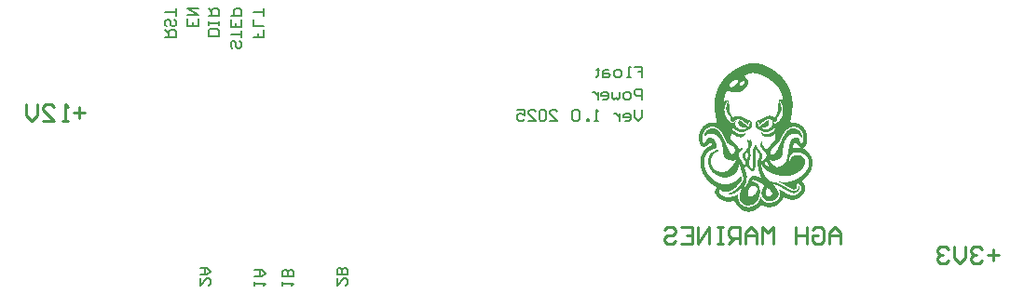
<source format=gbo>
G04*
G04 #@! TF.GenerationSoftware,Altium Limited,Altium Designer,25.8.1 (18)*
G04*
G04 Layer_Color=32896*
%FSLAX44Y44*%
%MOMM*%
G71*
G04*
G04 #@! TF.SameCoordinates,F8F0A343-2924-4F85-9C9D-BDB02173843C*
G04*
G04*
G04 #@! TF.FilePolarity,Positive*
G04*
G01*
G75*
%ADD13C,0.2540*%
%ADD14C,0.2000*%
%ADD15C,0.1500*%
G36*
X1064765Y1173581D02*
X1065611D01*
Y1173496D01*
X1065695D01*
Y1173581D01*
X1065780D01*
Y1173496D01*
X1066372D01*
Y1173411D01*
X1066457D01*
Y1173496D01*
X1066542D01*
Y1173411D01*
X1066965D01*
Y1173327D01*
X1067049D01*
Y1173411D01*
X1067134D01*
Y1173327D01*
X1067472D01*
Y1173242D01*
X1067895D01*
Y1173158D01*
X1067980D01*
Y1173242D01*
X1068065D01*
Y1173158D01*
X1068318D01*
Y1173073D01*
X1068742D01*
Y1172989D01*
X1069080D01*
Y1172904D01*
X1069418D01*
Y1172819D01*
X1069672D01*
Y1172735D01*
X1070011D01*
Y1172650D01*
X1070265D01*
Y1172565D01*
X1070518D01*
Y1172481D01*
X1070772D01*
Y1172396D01*
X1071026D01*
Y1172311D01*
X1071280D01*
Y1172227D01*
X1071449D01*
Y1172142D01*
X1071703D01*
Y1172058D01*
X1071957D01*
Y1171973D01*
X1072126D01*
Y1171889D01*
X1072380D01*
Y1171804D01*
X1072549D01*
Y1171719D01*
X1072719D01*
Y1171635D01*
X1072972D01*
Y1171550D01*
X1073141D01*
Y1171465D01*
X1073311D01*
Y1171381D01*
X1073565D01*
Y1171296D01*
X1073734D01*
Y1171211D01*
X1073903D01*
Y1171127D01*
X1074072D01*
Y1171042D01*
X1074241D01*
Y1170958D01*
X1074411D01*
Y1170873D01*
X1074580D01*
Y1170788D01*
X1074749D01*
Y1170704D01*
X1074918D01*
Y1170619D01*
X1075088D01*
Y1170535D01*
X1075341D01*
Y1170450D01*
X1075426D01*
Y1170365D01*
X1075680D01*
Y1170281D01*
X1075765D01*
Y1170196D01*
X1075934D01*
Y1170111D01*
X1076103D01*
Y1170027D01*
X1076272D01*
Y1169942D01*
X1076441D01*
Y1169858D01*
X1076611D01*
Y1169773D01*
X1076780D01*
Y1169688D01*
X1076949D01*
Y1169604D01*
X1077034D01*
Y1169519D01*
X1077203D01*
Y1169435D01*
X1077372D01*
Y1169350D01*
X1077542D01*
Y1169265D01*
X1077711D01*
Y1169181D01*
X1077795D01*
Y1169096D01*
X1077965D01*
Y1169012D01*
X1078134D01*
Y1168927D01*
X1078303D01*
Y1168842D01*
X1078388D01*
Y1168758D01*
X1078557D01*
Y1168673D01*
X1078726D01*
Y1168588D01*
X1078811D01*
Y1168504D01*
X1078980D01*
Y1168419D01*
X1079149D01*
Y1168335D01*
X1079234D01*
Y1168250D01*
X1079403D01*
Y1168165D01*
X1079572D01*
Y1168081D01*
X1079657D01*
Y1167996D01*
X1079826D01*
Y1167912D01*
X1079911D01*
Y1167827D01*
X1080080D01*
Y1167742D01*
X1080165D01*
Y1167658D01*
X1080334D01*
Y1167573D01*
X1080503D01*
Y1167488D01*
X1080588D01*
Y1167404D01*
X1080672D01*
Y1167319D01*
X1080842D01*
Y1167235D01*
X1081011D01*
Y1167150D01*
X1081095D01*
Y1167065D01*
X1081180D01*
Y1166981D01*
X1081349D01*
Y1166896D01*
X1081434D01*
Y1166812D01*
X1081603D01*
Y1166727D01*
X1081688D01*
Y1166642D01*
X1081857D01*
Y1166558D01*
X1081942D01*
Y1166473D01*
X1082026D01*
Y1166388D01*
X1082195D01*
Y1166304D01*
X1082280D01*
Y1166219D01*
X1082449D01*
Y1166135D01*
X1082534D01*
Y1166050D01*
X1082618D01*
Y1165965D01*
X1082788D01*
Y1165881D01*
X1082872D01*
Y1165796D01*
X1082957D01*
Y1165712D01*
X1083126D01*
Y1165627D01*
X1083211D01*
Y1165542D01*
X1083295D01*
Y1165458D01*
X1083465D01*
Y1165373D01*
X1083549D01*
Y1165288D01*
X1083634D01*
Y1165204D01*
X1083718D01*
Y1165119D01*
X1083888D01*
Y1165035D01*
X1083972D01*
Y1164950D01*
X1084057D01*
Y1164865D01*
X1084141D01*
Y1164781D01*
X1084311D01*
Y1164696D01*
X1084395D01*
Y1164612D01*
X1084480D01*
Y1164527D01*
X1084565D01*
Y1164442D01*
X1084649D01*
Y1164358D01*
X1084818D01*
Y1164189D01*
X1084988D01*
Y1164104D01*
X1085072D01*
Y1164019D01*
X1085157D01*
Y1163935D01*
X1085241D01*
Y1163850D01*
X1085411D01*
Y1163765D01*
X1085495D01*
Y1163681D01*
X1085580D01*
Y1163596D01*
X1085665D01*
Y1163512D01*
X1085749D01*
Y1163427D01*
X1085834D01*
Y1163342D01*
X1085919D01*
Y1163258D01*
X1086003D01*
Y1163173D01*
X1086088D01*
Y1163089D01*
X1086172D01*
Y1163004D01*
X1086341D01*
Y1162835D01*
X1086511D01*
Y1162750D01*
X1086595D01*
Y1162665D01*
X1086680D01*
Y1162581D01*
X1086765D01*
Y1162496D01*
X1086849D01*
Y1162411D01*
X1086934D01*
Y1162327D01*
X1087019D01*
Y1162242D01*
X1087103D01*
Y1162158D01*
X1087188D01*
Y1162073D01*
X1087272D01*
Y1161989D01*
X1087357D01*
Y1161904D01*
X1087441D01*
Y1161819D01*
X1087526D01*
Y1161735D01*
X1087611D01*
Y1161650D01*
X1087695D01*
Y1161565D01*
X1087780D01*
Y1161396D01*
X1087949D01*
Y1161227D01*
X1088118D01*
Y1161058D01*
X1088203D01*
Y1160973D01*
X1088288D01*
Y1160889D01*
X1088372D01*
Y1160804D01*
X1088457D01*
Y1160719D01*
X1088541D01*
Y1160635D01*
X1088626D01*
Y1160550D01*
X1088711D01*
Y1160465D01*
X1088795D01*
Y1160381D01*
X1088880D01*
Y1160211D01*
X1088965D01*
Y1160127D01*
X1089049D01*
Y1160042D01*
X1089134D01*
Y1159958D01*
X1089218D01*
Y1159873D01*
X1089303D01*
Y1159789D01*
X1089388D01*
Y1159619D01*
X1089472D01*
Y1159535D01*
X1089557D01*
Y1159450D01*
X1089641D01*
Y1159365D01*
X1089726D01*
Y1159281D01*
X1089811D01*
Y1159111D01*
X1089895D01*
Y1159027D01*
X1089980D01*
Y1158942D01*
X1090065D01*
Y1158858D01*
X1090149D01*
Y1158689D01*
X1090234D01*
Y1158604D01*
X1090318D01*
Y1158519D01*
X1090403D01*
Y1158435D01*
X1090488D01*
Y1158265D01*
X1090572D01*
Y1158181D01*
X1090657D01*
Y1158096D01*
X1090742D01*
Y1157927D01*
X1090826D01*
Y1157842D01*
X1090911D01*
Y1157758D01*
X1090995D01*
Y1157589D01*
X1091080D01*
Y1157504D01*
X1091165D01*
Y1157335D01*
X1091249D01*
Y1157250D01*
X1091334D01*
Y1157165D01*
X1091418D01*
Y1156996D01*
X1091503D01*
Y1156911D01*
X1091588D01*
Y1156742D01*
X1091672D01*
Y1156658D01*
X1091757D01*
Y1156488D01*
X1091842D01*
Y1156404D01*
X1091926D01*
Y1156235D01*
X1092011D01*
Y1156150D01*
X1092095D01*
Y1155981D01*
X1092180D01*
Y1155896D01*
X1092265D01*
Y1155727D01*
X1092349D01*
Y1155642D01*
X1092434D01*
Y1155473D01*
X1092518D01*
Y1155304D01*
X1092603D01*
Y1155219D01*
X1092688D01*
Y1155050D01*
X1092772D01*
Y1154881D01*
X1092857D01*
Y1154796D01*
X1092942D01*
Y1154627D01*
X1093026D01*
Y1154458D01*
X1093111D01*
Y1154373D01*
X1093195D01*
Y1154204D01*
X1093280D01*
Y1154035D01*
X1093365D01*
Y1153865D01*
X1093449D01*
Y1153781D01*
X1093534D01*
Y1153612D01*
X1093618D01*
Y1153442D01*
X1093703D01*
Y1153273D01*
X1093788D01*
Y1153104D01*
X1093872D01*
Y1152935D01*
X1093957D01*
Y1152765D01*
X1094042D01*
Y1152596D01*
X1094126D01*
Y1152427D01*
X1094211D01*
Y1152258D01*
X1094295D01*
Y1152088D01*
X1094380D01*
Y1151919D01*
X1094465D01*
Y1151750D01*
X1094549D01*
Y1151581D01*
X1094634D01*
Y1151327D01*
X1094718D01*
Y1151158D01*
X1094803D01*
Y1150988D01*
X1094888D01*
Y1150819D01*
X1094972D01*
Y1150565D01*
X1095057D01*
Y1150396D01*
X1095142D01*
Y1150227D01*
X1095226D01*
Y1149973D01*
X1095311D01*
Y1149804D01*
X1095395D01*
Y1149550D01*
X1095480D01*
Y1149381D01*
X1095565D01*
Y1149127D01*
X1095649D01*
Y1148873D01*
X1095734D01*
Y1148704D01*
X1095818D01*
Y1148450D01*
X1095903D01*
Y1148196D01*
X1095988D01*
Y1147942D01*
X1096072D01*
Y1147689D01*
X1096157D01*
Y1147435D01*
X1096242D01*
Y1147181D01*
X1096326D01*
Y1146927D01*
X1096411D01*
Y1146589D01*
X1096495D01*
Y1146335D01*
X1096580D01*
Y1146081D01*
X1096665D01*
Y1145742D01*
X1096749D01*
Y1145404D01*
X1096834D01*
Y1145150D01*
X1096918D01*
Y1145065D01*
X1096834D01*
Y1144981D01*
X1096918D01*
Y1144811D01*
X1097003D01*
Y1144727D01*
X1096918D01*
Y1144642D01*
X1097003D01*
Y1144389D01*
X1097088D01*
Y1144050D01*
X1097172D01*
Y1143627D01*
X1097257D01*
Y1143288D01*
X1097342D01*
Y1143204D01*
X1097257D01*
Y1143119D01*
X1097342D01*
Y1142865D01*
X1097426D01*
Y1142358D01*
X1097511D01*
Y1141850D01*
X1097595D01*
Y1141427D01*
X1097680D01*
Y1141342D01*
X1097595D01*
Y1141258D01*
X1097680D01*
Y1140835D01*
X1097765D01*
Y1140750D01*
X1097680D01*
Y1140665D01*
X1097765D01*
Y1140242D01*
X1097849D01*
Y1140158D01*
X1097765D01*
Y1140073D01*
X1097849D01*
Y1139565D01*
X1097934D01*
Y1139481D01*
X1097849D01*
Y1139396D01*
X1097934D01*
Y1138719D01*
X1098018D01*
Y1138635D01*
X1097934D01*
Y1138550D01*
X1098018D01*
Y1138465D01*
X1097934D01*
Y1138381D01*
X1098018D01*
Y1137535D01*
X1098103D01*
Y1137450D01*
X1098018D01*
Y1137281D01*
X1098103D01*
Y1137196D01*
X1098018D01*
Y1137112D01*
X1098103D01*
Y1137027D01*
X1098018D01*
Y1136942D01*
X1098103D01*
Y1134573D01*
X1098018D01*
Y1134489D01*
X1098103D01*
Y1134319D01*
X1098018D01*
Y1134235D01*
X1098103D01*
Y1134150D01*
X1098018D01*
Y1134065D01*
X1098103D01*
Y1133981D01*
X1098018D01*
Y1133896D01*
X1098103D01*
Y1133811D01*
X1098018D01*
Y1132711D01*
X1097934D01*
Y1132627D01*
X1098018D01*
Y1132542D01*
X1097934D01*
Y1132458D01*
X1098018D01*
Y1132373D01*
X1097934D01*
Y1131696D01*
X1097849D01*
Y1131611D01*
X1097934D01*
Y1131527D01*
X1097849D01*
Y1131442D01*
X1097934D01*
Y1131358D01*
X1097849D01*
Y1130850D01*
X1097765D01*
Y1130765D01*
X1097849D01*
Y1130681D01*
X1097765D01*
Y1130089D01*
X1097680D01*
Y1130004D01*
X1097765D01*
Y1129919D01*
X1097680D01*
Y1129411D01*
X1097595D01*
Y1129327D01*
X1097680D01*
Y1129242D01*
X1097595D01*
Y1128819D01*
X1097511D01*
Y1128735D01*
X1097595D01*
Y1128650D01*
X1097511D01*
Y1128227D01*
X1097426D01*
Y1128142D01*
X1097511D01*
Y1128058D01*
X1097426D01*
Y1127719D01*
X1097342D01*
Y1127635D01*
X1097426D01*
Y1127550D01*
X1097342D01*
Y1127212D01*
X1097257D01*
Y1127127D01*
X1097342D01*
Y1127042D01*
X1097257D01*
Y1126704D01*
X1097172D01*
Y1126619D01*
X1097257D01*
Y1126535D01*
X1097172D01*
Y1126196D01*
X1097088D01*
Y1125773D01*
X1097003D01*
Y1125350D01*
X1096918D01*
Y1125265D01*
X1097003D01*
Y1125181D01*
X1096918D01*
Y1124927D01*
X1096834D01*
Y1124842D01*
X1096918D01*
Y1124758D01*
X1096834D01*
Y1124504D01*
X1096749D01*
Y1124419D01*
X1096834D01*
Y1124335D01*
X1096749D01*
Y1124081D01*
X1096665D01*
Y1123996D01*
X1096749D01*
Y1123912D01*
X1096665D01*
Y1123573D01*
X1096580D01*
Y1123150D01*
X1096495D01*
Y1122642D01*
X1096411D01*
Y1122135D01*
X1096326D01*
Y1122050D01*
X1096411D01*
Y1121965D01*
X1096326D01*
Y1121542D01*
X1096242D01*
Y1121458D01*
X1096326D01*
Y1121373D01*
X1096242D01*
Y1120189D01*
X1096326D01*
Y1120019D01*
X1096495D01*
Y1119935D01*
X1096749D01*
Y1119850D01*
X1097003D01*
Y1119765D01*
X1097342D01*
Y1119681D01*
X1097426D01*
Y1119765D01*
X1097511D01*
Y1119681D01*
X1097765D01*
Y1119596D01*
X1097849D01*
Y1119681D01*
X1097934D01*
Y1119596D01*
X1098272D01*
Y1119511D01*
X1098357D01*
Y1119596D01*
X1098441D01*
Y1119511D01*
X1098865D01*
Y1119427D01*
X1098949D01*
Y1119511D01*
X1099034D01*
Y1119427D01*
X1099626D01*
Y1119342D01*
X1100134D01*
Y1119258D01*
X1100218D01*
Y1119342D01*
X1100303D01*
Y1119258D01*
X1100641D01*
Y1119173D01*
X1101065D01*
Y1119089D01*
X1101403D01*
Y1119004D01*
X1101741D01*
Y1118919D01*
X1101995D01*
Y1118835D01*
X1102249D01*
Y1118750D01*
X1102503D01*
Y1118665D01*
X1102757D01*
Y1118581D01*
X1103011D01*
Y1118496D01*
X1103180D01*
Y1118411D01*
X1103434D01*
Y1118327D01*
X1103603D01*
Y1118242D01*
X1103772D01*
Y1118158D01*
X1103941D01*
Y1118073D01*
X1104111D01*
Y1117989D01*
X1104280D01*
Y1117904D01*
X1104449D01*
Y1117819D01*
X1104618D01*
Y1117735D01*
X1104788D01*
Y1117650D01*
X1104872D01*
Y1117565D01*
X1105042D01*
Y1117481D01*
X1105211D01*
Y1117396D01*
X1105295D01*
Y1117311D01*
X1105465D01*
Y1117227D01*
X1105549D01*
Y1117142D01*
X1105718D01*
Y1117058D01*
X1105803D01*
Y1116973D01*
X1105888D01*
Y1116889D01*
X1106057D01*
Y1116804D01*
X1106142D01*
Y1116719D01*
X1106226D01*
Y1116635D01*
X1106311D01*
Y1116550D01*
X1106480D01*
Y1116465D01*
X1106565D01*
Y1116381D01*
X1106649D01*
Y1116296D01*
X1106734D01*
Y1116211D01*
X1106818D01*
Y1116127D01*
X1106903D01*
Y1116042D01*
X1107072D01*
Y1115873D01*
X1107242D01*
Y1115704D01*
X1107411D01*
Y1115535D01*
X1107495D01*
Y1115450D01*
X1107580D01*
Y1115365D01*
X1107665D01*
Y1115281D01*
X1107749D01*
Y1115196D01*
X1107834D01*
Y1115111D01*
X1107918D01*
Y1115027D01*
X1108003D01*
Y1114942D01*
X1108088D01*
Y1114773D01*
X1108172D01*
Y1114688D01*
X1108257D01*
Y1114604D01*
X1108342D01*
Y1114519D01*
X1108426D01*
Y1114350D01*
X1108511D01*
Y1114265D01*
X1108595D01*
Y1114181D01*
X1108680D01*
Y1114012D01*
X1108765D01*
Y1113927D01*
X1108849D01*
Y1113758D01*
X1108934D01*
Y1113673D01*
X1109018D01*
Y1113504D01*
X1109103D01*
Y1113419D01*
X1109188D01*
Y1113250D01*
X1109272D01*
Y1113165D01*
X1109357D01*
Y1112996D01*
X1109442D01*
Y1112827D01*
X1109526D01*
Y1112742D01*
X1109611D01*
Y1112488D01*
X1109695D01*
Y1112404D01*
X1109780D01*
Y1112235D01*
X1109865D01*
Y1112065D01*
X1109949D01*
Y1111896D01*
X1110034D01*
Y1111727D01*
X1110118D01*
Y1111558D01*
X1110203D01*
Y1111388D01*
X1110288D01*
Y1111135D01*
X1110372D01*
Y1110965D01*
X1110457D01*
Y1110796D01*
X1110542D01*
Y1110542D01*
X1110626D01*
Y1110288D01*
X1110711D01*
Y1110119D01*
X1110795D01*
Y1109865D01*
X1110880D01*
Y1109527D01*
X1110965D01*
Y1109273D01*
X1111049D01*
Y1108935D01*
X1111134D01*
Y1108596D01*
X1111218D01*
Y1108258D01*
X1111303D01*
Y1108173D01*
X1111218D01*
Y1108089D01*
X1111303D01*
Y1107750D01*
X1111388D01*
Y1107158D01*
X1111472D01*
Y1107073D01*
X1111388D01*
Y1106989D01*
X1111472D01*
Y1106142D01*
X1111557D01*
Y1106058D01*
X1111472D01*
Y1105889D01*
X1111557D01*
Y1105804D01*
X1111472D01*
Y1105719D01*
X1111557D01*
Y1105635D01*
X1111472D01*
Y1105550D01*
X1111557D01*
Y1105465D01*
X1111472D01*
Y1105381D01*
X1111557D01*
Y1105296D01*
X1111472D01*
Y1105211D01*
X1111557D01*
Y1105127D01*
X1111472D01*
Y1104958D01*
X1111557D01*
Y1104873D01*
X1111472D01*
Y1103942D01*
X1111388D01*
Y1103858D01*
X1111472D01*
Y1103773D01*
X1111388D01*
Y1103096D01*
X1111303D01*
Y1102504D01*
X1111218D01*
Y1101996D01*
X1111134D01*
Y1101911D01*
X1111218D01*
Y1101827D01*
X1111134D01*
Y1101488D01*
X1111049D01*
Y1101065D01*
X1110965D01*
Y1100642D01*
X1110880D01*
Y1100388D01*
X1110795D01*
Y1100050D01*
X1110711D01*
Y1099881D01*
X1110626D01*
Y1099712D01*
X1110542D01*
Y1099542D01*
X1110457D01*
Y1099373D01*
X1110372D01*
Y1099204D01*
X1110288D01*
Y1099119D01*
X1110203D01*
Y1099035D01*
X1110118D01*
Y1098865D01*
X1110034D01*
Y1098781D01*
X1109949D01*
Y1098696D01*
X1109865D01*
Y1098612D01*
X1109780D01*
Y1098527D01*
X1109695D01*
Y1098358D01*
X1109526D01*
Y1098188D01*
X1109442D01*
Y1098104D01*
X1109357D01*
Y1098019D01*
X1109272D01*
Y1097935D01*
X1109188D01*
Y1097850D01*
X1109103D01*
Y1097765D01*
X1109018D01*
Y1097681D01*
X1108934D01*
Y1097596D01*
X1108849D01*
Y1097512D01*
X1108765D01*
Y1097427D01*
X1108680D01*
Y1097342D01*
X1108595D01*
Y1097258D01*
X1108511D01*
Y1097173D01*
X1108426D01*
Y1097088D01*
X1108257D01*
Y1096919D01*
X1108088D01*
Y1096750D01*
X1107918D01*
Y1096581D01*
X1107749D01*
Y1096496D01*
X1107665D01*
Y1096327D01*
X1107749D01*
Y1096242D01*
X1107834D01*
Y1096158D01*
X1108003D01*
Y1096073D01*
X1108088D01*
Y1095988D01*
X1108257D01*
Y1095904D01*
X1108342D01*
Y1095819D01*
X1108511D01*
Y1095735D01*
X1108595D01*
Y1095650D01*
X1108680D01*
Y1095565D01*
X1108849D01*
Y1095481D01*
X1108934D01*
Y1095396D01*
X1109103D01*
Y1095312D01*
X1109188D01*
Y1095227D01*
X1109272D01*
Y1095142D01*
X1109357D01*
Y1095058D01*
X1109442D01*
Y1094973D01*
X1109611D01*
Y1094889D01*
X1109695D01*
Y1094804D01*
X1109780D01*
Y1094719D01*
X1109865D01*
Y1094635D01*
X1109949D01*
Y1094550D01*
X1110034D01*
Y1094465D01*
X1110118D01*
Y1094381D01*
X1110203D01*
Y1094296D01*
X1110288D01*
Y1094212D01*
X1110372D01*
Y1094127D01*
X1110457D01*
Y1094042D01*
X1110542D01*
Y1093958D01*
X1110626D01*
Y1093873D01*
X1110711D01*
Y1093789D01*
X1110795D01*
Y1093704D01*
X1110880D01*
Y1093619D01*
X1110965D01*
Y1093535D01*
X1111049D01*
Y1093450D01*
X1111134D01*
Y1093365D01*
X1111218D01*
Y1093281D01*
X1111303D01*
Y1093196D01*
X1111388D01*
Y1093111D01*
X1111472D01*
Y1093027D01*
X1111557D01*
Y1092942D01*
X1111641D01*
Y1092858D01*
X1111726D01*
Y1092773D01*
X1111811D01*
Y1092604D01*
X1111895D01*
Y1092519D01*
X1111980D01*
Y1092435D01*
X1112065D01*
Y1092350D01*
X1112149D01*
Y1092265D01*
X1112234D01*
Y1092181D01*
X1112318D01*
Y1092096D01*
X1112403D01*
Y1091927D01*
X1112572D01*
Y1091758D01*
X1112657D01*
Y1091673D01*
X1112741D01*
Y1091589D01*
X1112826D01*
Y1091504D01*
X1112911D01*
Y1091335D01*
X1112995D01*
Y1091250D01*
X1113080D01*
Y1091165D01*
X1113165D01*
Y1091081D01*
X1113249D01*
Y1090911D01*
X1113334D01*
Y1090827D01*
X1113418D01*
Y1090742D01*
X1113503D01*
Y1090658D01*
X1113588D01*
Y1090489D01*
X1113672D01*
Y1090404D01*
X1113757D01*
Y1090319D01*
X1113841D01*
Y1090150D01*
X1113926D01*
Y1090065D01*
X1114011D01*
Y1089981D01*
X1114095D01*
Y1089811D01*
X1114180D01*
Y1089727D01*
X1114265D01*
Y1089558D01*
X1114349D01*
Y1089473D01*
X1114434D01*
Y1089304D01*
X1114518D01*
Y1089219D01*
X1114603D01*
Y1089050D01*
X1114688D01*
Y1088965D01*
X1114772D01*
Y1088796D01*
X1114857D01*
Y1088627D01*
X1114941D01*
Y1088458D01*
X1115026D01*
Y1088288D01*
X1115111D01*
Y1088119D01*
X1115195D01*
Y1087950D01*
X1115280D01*
Y1087781D01*
X1115365D01*
Y1087527D01*
X1115449D01*
Y1087358D01*
X1115534D01*
Y1087104D01*
X1115618D01*
Y1086850D01*
X1115703D01*
Y1086512D01*
X1115788D01*
Y1086088D01*
X1115872D01*
Y1086004D01*
X1115788D01*
Y1085919D01*
X1115872D01*
Y1085327D01*
X1115957D01*
Y1085242D01*
X1115872D01*
Y1085158D01*
X1115957D01*
Y1085073D01*
X1115872D01*
Y1084988D01*
X1115957D01*
Y1084819D01*
X1115872D01*
Y1084735D01*
X1115957D01*
Y1082450D01*
X1115872D01*
Y1082365D01*
X1115957D01*
Y1082112D01*
X1115872D01*
Y1082027D01*
X1115957D01*
Y1081942D01*
X1115872D01*
Y1081858D01*
X1115957D01*
Y1081773D01*
X1115872D01*
Y1081689D01*
X1115957D01*
Y1081604D01*
X1115872D01*
Y1081519D01*
X1115957D01*
Y1081435D01*
X1115872D01*
Y1080419D01*
X1115788D01*
Y1080335D01*
X1115872D01*
Y1080250D01*
X1115788D01*
Y1079573D01*
X1115703D01*
Y1079489D01*
X1115788D01*
Y1079404D01*
X1115703D01*
Y1078981D01*
X1115618D01*
Y1078473D01*
X1115534D01*
Y1078135D01*
X1115449D01*
Y1078050D01*
X1115534D01*
Y1077965D01*
X1115449D01*
Y1077796D01*
X1115365D01*
Y1077711D01*
X1115449D01*
Y1077627D01*
X1115365D01*
Y1077458D01*
X1115280D01*
Y1077204D01*
X1115195D01*
Y1076950D01*
X1115111D01*
Y1076696D01*
X1115026D01*
Y1076442D01*
X1114941D01*
Y1076273D01*
X1114857D01*
Y1076104D01*
X1114772D01*
Y1075935D01*
X1114688D01*
Y1075765D01*
X1114603D01*
Y1075596D01*
X1114518D01*
Y1075427D01*
X1114434D01*
Y1075342D01*
X1114349D01*
Y1075173D01*
X1114265D01*
Y1075004D01*
X1114180D01*
Y1074919D01*
X1114095D01*
Y1074750D01*
X1114011D01*
Y1074665D01*
X1113926D01*
Y1074581D01*
X1113841D01*
Y1074411D01*
X1113757D01*
Y1074327D01*
X1113672D01*
Y1074242D01*
X1113588D01*
Y1074073D01*
X1113503D01*
Y1073988D01*
X1113418D01*
Y1073904D01*
X1113334D01*
Y1073735D01*
X1113249D01*
Y1073650D01*
X1113165D01*
Y1073565D01*
X1113080D01*
Y1073396D01*
X1112995D01*
Y1073311D01*
X1112911D01*
Y1073142D01*
X1112826D01*
Y1072973D01*
X1112741D01*
Y1072888D01*
X1112657D01*
Y1072635D01*
X1112572D01*
Y1072465D01*
X1112488D01*
Y1072381D01*
X1112403D01*
Y1072212D01*
X1112318D01*
Y1072127D01*
X1112234D01*
Y1072042D01*
X1112149D01*
Y1071958D01*
X1112065D01*
Y1071788D01*
X1111980D01*
Y1071704D01*
X1111895D01*
Y1071619D01*
X1111811D01*
Y1071535D01*
X1111726D01*
Y1071365D01*
X1111641D01*
Y1071281D01*
X1111557D01*
Y1071196D01*
X1111472D01*
Y1071112D01*
X1111388D01*
Y1071027D01*
X1111303D01*
Y1070942D01*
X1111218D01*
Y1070773D01*
X1111134D01*
Y1070688D01*
X1111049D01*
Y1070604D01*
X1110965D01*
Y1070519D01*
X1110880D01*
Y1070435D01*
X1110795D01*
Y1070350D01*
X1110711D01*
Y1070181D01*
X1110542D01*
Y1070012D01*
X1110457D01*
Y1069927D01*
X1110372D01*
Y1069842D01*
X1110288D01*
Y1069758D01*
X1110203D01*
Y1069673D01*
X1110118D01*
Y1069588D01*
X1110034D01*
Y1069504D01*
X1109949D01*
Y1069335D01*
X1109780D01*
Y1069165D01*
X1109695D01*
Y1069081D01*
X1109611D01*
Y1068996D01*
X1109526D01*
Y1068912D01*
X1109442D01*
Y1068827D01*
X1109357D01*
Y1068742D01*
X1109272D01*
Y1068658D01*
X1109188D01*
Y1068573D01*
X1109103D01*
Y1068404D01*
X1108934D01*
Y1068235D01*
X1108849D01*
Y1068150D01*
X1108765D01*
Y1068065D01*
X1108680D01*
Y1067981D01*
X1108595D01*
Y1067896D01*
X1108511D01*
Y1067812D01*
X1108426D01*
Y1067727D01*
X1108342D01*
Y1067642D01*
X1108257D01*
Y1067473D01*
X1108088D01*
Y1067304D01*
X1108003D01*
Y1067219D01*
X1107918D01*
Y1067135D01*
X1107834D01*
Y1067050D01*
X1107749D01*
Y1066965D01*
X1107665D01*
Y1066881D01*
X1107580D01*
Y1066796D01*
X1107495D01*
Y1066712D01*
X1107411D01*
Y1066542D01*
X1107242D01*
Y1066373D01*
X1107157D01*
Y1066289D01*
X1107072D01*
Y1066204D01*
X1106988D01*
Y1066035D01*
X1107072D01*
Y1065950D01*
X1107157D01*
Y1065781D01*
X1107242D01*
Y1065611D01*
X1107326D01*
Y1065442D01*
X1107411D01*
Y1065358D01*
X1107495D01*
Y1065189D01*
X1107580D01*
Y1065019D01*
X1107665D01*
Y1064850D01*
X1107749D01*
Y1064681D01*
X1107834D01*
Y1064596D01*
X1107918D01*
Y1064427D01*
X1108003D01*
Y1064258D01*
X1108088D01*
Y1064089D01*
X1108172D01*
Y1063919D01*
X1108257D01*
Y1063750D01*
X1108342D01*
Y1063665D01*
X1108426D01*
Y1063411D01*
X1108511D01*
Y1063327D01*
X1108595D01*
Y1063073D01*
X1108680D01*
Y1062989D01*
X1108765D01*
Y1062735D01*
X1108849D01*
Y1062565D01*
X1108934D01*
Y1062311D01*
X1109018D01*
Y1062058D01*
X1109103D01*
Y1061804D01*
X1109188D01*
Y1061550D01*
X1109272D01*
Y1061211D01*
X1109357D01*
Y1060873D01*
X1109442D01*
Y1060788D01*
X1109357D01*
Y1060704D01*
X1109442D01*
Y1060281D01*
X1109526D01*
Y1060196D01*
X1109442D01*
Y1060111D01*
X1109526D01*
Y1059012D01*
X1109442D01*
Y1058927D01*
X1109526D01*
Y1058842D01*
X1109442D01*
Y1058758D01*
X1109526D01*
Y1058673D01*
X1109442D01*
Y1058335D01*
X1109357D01*
Y1058250D01*
X1109442D01*
Y1058165D01*
X1109357D01*
Y1057912D01*
X1109272D01*
Y1057573D01*
X1109188D01*
Y1057319D01*
X1109103D01*
Y1057065D01*
X1109018D01*
Y1056812D01*
X1108934D01*
Y1056642D01*
X1108849D01*
Y1056473D01*
X1108765D01*
Y1056219D01*
X1108680D01*
Y1056135D01*
X1108595D01*
Y1055965D01*
X1108511D01*
Y1055796D01*
X1108426D01*
Y1055627D01*
X1108342D01*
Y1055542D01*
X1108257D01*
Y1055373D01*
X1108172D01*
Y1055204D01*
X1108088D01*
Y1055119D01*
X1108003D01*
Y1054950D01*
X1107918D01*
Y1054865D01*
X1107834D01*
Y1054781D01*
X1107749D01*
Y1054612D01*
X1107665D01*
Y1054527D01*
X1107580D01*
Y1054442D01*
X1107495D01*
Y1054273D01*
X1107411D01*
Y1054189D01*
X1107326D01*
Y1054104D01*
X1107242D01*
Y1054019D01*
X1107157D01*
Y1053935D01*
X1107072D01*
Y1053765D01*
X1106988D01*
Y1053681D01*
X1106903D01*
Y1053596D01*
X1106818D01*
Y1053512D01*
X1106734D01*
Y1053427D01*
X1106649D01*
Y1053342D01*
X1106565D01*
Y1053258D01*
X1106480D01*
Y1053173D01*
X1106395D01*
Y1053089D01*
X1106311D01*
Y1053004D01*
X1106226D01*
Y1052919D01*
X1106142D01*
Y1052835D01*
X1106057D01*
Y1052750D01*
X1105972D01*
Y1052665D01*
X1105888D01*
Y1052581D01*
X1105803D01*
Y1052496D01*
X1105718D01*
Y1052411D01*
X1105549D01*
Y1052327D01*
X1105465D01*
Y1052242D01*
X1105380D01*
Y1052158D01*
X1105295D01*
Y1052073D01*
X1105211D01*
Y1051989D01*
X1105042D01*
Y1051904D01*
X1104957D01*
Y1051819D01*
X1104872D01*
Y1051735D01*
X1104703D01*
Y1051650D01*
X1104618D01*
Y1051565D01*
X1104449D01*
Y1051481D01*
X1104365D01*
Y1051396D01*
X1104195D01*
Y1051311D01*
X1104111D01*
Y1051227D01*
X1103941D01*
Y1051142D01*
X1103857D01*
Y1051058D01*
X1103688D01*
Y1050973D01*
X1103518D01*
Y1050889D01*
X1103349D01*
Y1050804D01*
X1103180D01*
Y1050719D01*
X1103011D01*
Y1050635D01*
X1102841D01*
Y1050550D01*
X1102672D01*
Y1050465D01*
X1102503D01*
Y1050381D01*
X1102334D01*
Y1050296D01*
X1102080D01*
Y1050211D01*
X1101911D01*
Y1050127D01*
X1101657D01*
Y1050042D01*
X1101403D01*
Y1049958D01*
X1101149D01*
Y1049873D01*
X1100895D01*
Y1049789D01*
X1100557D01*
Y1049704D01*
X1100303D01*
Y1049619D01*
X1100218D01*
Y1049704D01*
X1100134D01*
Y1049619D01*
X1099880D01*
Y1049535D01*
X1099795D01*
Y1049619D01*
X1099711D01*
Y1049535D01*
X1099288D01*
Y1049450D01*
X1099203D01*
Y1049535D01*
X1099118D01*
Y1049450D01*
X1098441D01*
Y1049365D01*
X1098357D01*
Y1049450D01*
X1098188D01*
Y1049365D01*
X1098103D01*
Y1049450D01*
X1098018D01*
Y1049365D01*
X1097934D01*
Y1049450D01*
X1097849D01*
Y1049365D01*
X1097765D01*
Y1049450D01*
X1097680D01*
Y1049365D01*
X1097595D01*
Y1049450D01*
X1097511D01*
Y1049365D01*
X1097426D01*
Y1049450D01*
X1097342D01*
Y1049365D01*
X1097257D01*
Y1049450D01*
X1096580D01*
Y1049535D01*
X1096495D01*
Y1049450D01*
X1096411D01*
Y1049535D01*
X1095988D01*
Y1049619D01*
X1095903D01*
Y1049535D01*
X1095818D01*
Y1049619D01*
X1095395D01*
Y1049704D01*
X1095142D01*
Y1049789D01*
X1095057D01*
Y1049704D01*
X1094972D01*
Y1049789D01*
X1094718D01*
Y1049873D01*
X1094380D01*
Y1049958D01*
X1094126D01*
Y1050042D01*
X1093872D01*
Y1050127D01*
X1093618D01*
Y1050211D01*
X1093449D01*
Y1050296D01*
X1093195D01*
Y1050381D01*
X1093026D01*
Y1050465D01*
X1092857D01*
Y1050550D01*
X1092603D01*
Y1050635D01*
X1092434D01*
Y1050719D01*
X1092265D01*
Y1050804D01*
X1092011D01*
Y1050889D01*
X1091757D01*
Y1050973D01*
X1091588D01*
Y1051058D01*
X1091334D01*
Y1051142D01*
X1091080D01*
Y1051227D01*
X1090911D01*
Y1051311D01*
X1090572D01*
Y1051396D01*
X1090318D01*
Y1051311D01*
X1090234D01*
Y1051227D01*
X1090149D01*
Y1051142D01*
X1090065D01*
Y1051058D01*
X1089980D01*
Y1050973D01*
X1089895D01*
Y1050889D01*
X1089811D01*
Y1050804D01*
X1089726D01*
Y1050635D01*
X1089641D01*
Y1050550D01*
X1089557D01*
Y1050465D01*
X1089472D01*
Y1050381D01*
X1089388D01*
Y1050211D01*
X1089303D01*
Y1050127D01*
X1089218D01*
Y1049958D01*
X1089134D01*
Y1049873D01*
X1089049D01*
Y1049704D01*
X1088965D01*
Y1049619D01*
X1088880D01*
Y1049450D01*
X1088795D01*
Y1049365D01*
X1088711D01*
Y1049196D01*
X1088626D01*
Y1049111D01*
X1088541D01*
Y1048942D01*
X1088457D01*
Y1048858D01*
X1088372D01*
Y1048773D01*
X1088288D01*
Y1048604D01*
X1088203D01*
Y1048519D01*
X1088118D01*
Y1048350D01*
X1088034D01*
Y1048265D01*
X1087949D01*
Y1048181D01*
X1087865D01*
Y1048096D01*
X1087780D01*
Y1047927D01*
X1087695D01*
Y1047842D01*
X1087611D01*
Y1047758D01*
X1087526D01*
Y1047673D01*
X1087441D01*
Y1047504D01*
X1087357D01*
Y1047419D01*
X1087272D01*
Y1047335D01*
X1087188D01*
Y1047250D01*
X1087103D01*
Y1047165D01*
X1087019D01*
Y1047081D01*
X1086934D01*
Y1046996D01*
X1086849D01*
Y1046911D01*
X1086765D01*
Y1046827D01*
X1086680D01*
Y1046742D01*
X1086595D01*
Y1046658D01*
X1086511D01*
Y1046573D01*
X1086426D01*
Y1046488D01*
X1086341D01*
Y1046404D01*
X1086257D01*
Y1046319D01*
X1086172D01*
Y1046235D01*
X1086088D01*
Y1046150D01*
X1086003D01*
Y1046065D01*
X1085919D01*
Y1045981D01*
X1085749D01*
Y1045811D01*
X1085580D01*
Y1045727D01*
X1085495D01*
Y1045642D01*
X1085411D01*
Y1045558D01*
X1085241D01*
Y1045473D01*
X1085157D01*
Y1045388D01*
X1085072D01*
Y1045304D01*
X1084988D01*
Y1045219D01*
X1084818D01*
Y1045135D01*
X1084734D01*
Y1045050D01*
X1084649D01*
Y1044965D01*
X1084480D01*
Y1044881D01*
X1084395D01*
Y1044796D01*
X1084226D01*
Y1044712D01*
X1084141D01*
Y1044627D01*
X1083972D01*
Y1044542D01*
X1083803D01*
Y1044458D01*
X1083718D01*
Y1044373D01*
X1083549D01*
Y1044288D01*
X1083380D01*
Y1044204D01*
X1083211D01*
Y1044119D01*
X1083042D01*
Y1044035D01*
X1082872D01*
Y1043950D01*
X1082703D01*
Y1043865D01*
X1082534D01*
Y1043781D01*
X1082365D01*
Y1043696D01*
X1082195D01*
Y1043612D01*
X1081942D01*
Y1043527D01*
X1081772D01*
Y1043442D01*
X1081518D01*
Y1043358D01*
X1081265D01*
Y1043273D01*
X1081011D01*
Y1043188D01*
X1080757D01*
Y1043104D01*
X1080418D01*
Y1043019D01*
X1080165D01*
Y1042935D01*
X1079742D01*
Y1042850D01*
X1079318D01*
Y1042765D01*
X1078895D01*
Y1042681D01*
X1078811D01*
Y1042765D01*
X1078726D01*
Y1042681D01*
X1078049D01*
Y1042596D01*
X1077965D01*
Y1042681D01*
X1077880D01*
Y1042596D01*
X1077795D01*
Y1042681D01*
X1077711D01*
Y1042596D01*
X1077542D01*
Y1042681D01*
X1077457D01*
Y1042596D01*
X1076695D01*
Y1042681D01*
X1076611D01*
Y1042596D01*
X1076441D01*
Y1042681D01*
X1076357D01*
Y1042596D01*
X1076272D01*
Y1042681D01*
X1076188D01*
Y1042596D01*
X1076103D01*
Y1042681D01*
X1075511D01*
Y1042765D01*
X1075426D01*
Y1042681D01*
X1075341D01*
Y1042765D01*
X1074918D01*
Y1042850D01*
X1074834D01*
Y1042765D01*
X1074749D01*
Y1042850D01*
X1074495D01*
Y1042935D01*
X1074411D01*
Y1042850D01*
X1074326D01*
Y1042935D01*
X1073988D01*
Y1043019D01*
X1073649D01*
Y1043104D01*
X1073311D01*
Y1043188D01*
X1073057D01*
Y1043273D01*
X1072803D01*
Y1043358D01*
X1072549D01*
Y1043442D01*
X1072295D01*
Y1043527D01*
X1072041D01*
Y1043612D01*
X1071788D01*
Y1043696D01*
X1071534D01*
Y1043781D01*
X1071280D01*
Y1043865D01*
X1071026D01*
Y1043950D01*
X1070688D01*
Y1044035D01*
X1070095D01*
Y1044119D01*
X1070011D01*
Y1044035D01*
X1069926D01*
Y1044119D01*
X1069842D01*
Y1044035D01*
X1069503D01*
Y1043950D01*
X1069249D01*
Y1043865D01*
X1069080D01*
Y1043781D01*
X1068995D01*
Y1043696D01*
X1068826D01*
Y1043612D01*
X1068657D01*
Y1043527D01*
X1068572D01*
Y1043442D01*
X1068488D01*
Y1043358D01*
X1068318D01*
Y1043273D01*
X1068234D01*
Y1043188D01*
X1068149D01*
Y1043104D01*
X1067980D01*
Y1043019D01*
X1067895D01*
Y1042935D01*
X1067811D01*
Y1042850D01*
X1067726D01*
Y1042765D01*
X1067642D01*
Y1042681D01*
X1067472D01*
Y1042596D01*
X1067388D01*
Y1042512D01*
X1067303D01*
Y1042427D01*
X1067218D01*
Y1042342D01*
X1067134D01*
Y1042258D01*
X1066965D01*
Y1042173D01*
X1066880D01*
Y1042088D01*
X1066795D01*
Y1042004D01*
X1066711D01*
Y1041919D01*
X1066542D01*
Y1041835D01*
X1066457D01*
Y1041750D01*
X1066372D01*
Y1041665D01*
X1066203D01*
Y1041581D01*
X1066118D01*
Y1041496D01*
X1066034D01*
Y1041412D01*
X1065865D01*
Y1041327D01*
X1065780D01*
Y1041242D01*
X1065611D01*
Y1041158D01*
X1065526D01*
Y1041073D01*
X1065357D01*
Y1040988D01*
X1065272D01*
Y1040904D01*
X1065103D01*
Y1040819D01*
X1065018D01*
Y1040735D01*
X1064849D01*
Y1040650D01*
X1064765D01*
Y1040565D01*
X1064595D01*
Y1040481D01*
X1064426D01*
Y1040396D01*
X1064257D01*
Y1040312D01*
X1064172D01*
Y1040227D01*
X1064003D01*
Y1040142D01*
X1063834D01*
Y1040058D01*
X1063665D01*
Y1039973D01*
X1063580D01*
Y1039889D01*
X1063411D01*
Y1039804D01*
X1063242D01*
Y1039719D01*
X1063072D01*
Y1039635D01*
X1062903D01*
Y1039550D01*
X1062649D01*
Y1039465D01*
X1062480D01*
Y1039381D01*
X1062311D01*
Y1039296D01*
X1062057D01*
Y1039212D01*
X1061888D01*
Y1039127D01*
X1061719D01*
Y1039042D01*
X1061465D01*
Y1038958D01*
X1061211D01*
Y1038873D01*
X1060872D01*
Y1038789D01*
X1060534D01*
Y1038704D01*
X1060195D01*
Y1038619D01*
X1060111D01*
Y1038704D01*
X1060026D01*
Y1038619D01*
X1059265D01*
Y1038535D01*
X1059180D01*
Y1038619D01*
X1059095D01*
Y1038535D01*
X1059011D01*
Y1038619D01*
X1058926D01*
Y1038535D01*
X1058841D01*
Y1038619D01*
X1058757D01*
Y1038535D01*
X1058588D01*
Y1038619D01*
X1058503D01*
Y1038535D01*
X1057657D01*
Y1038619D01*
X1057572D01*
Y1038535D01*
X1057488D01*
Y1038619D01*
X1057403D01*
Y1038535D01*
X1057318D01*
Y1038619D01*
X1057234D01*
Y1038535D01*
X1057149D01*
Y1038619D01*
X1056303D01*
Y1038704D01*
X1056218D01*
Y1038619D01*
X1056134D01*
Y1038704D01*
X1055626D01*
Y1038789D01*
X1055203D01*
Y1038873D01*
X1054865D01*
Y1038958D01*
X1054526D01*
Y1039042D01*
X1054272D01*
Y1039127D01*
X1054018D01*
Y1039212D01*
X1053849D01*
Y1039296D01*
X1053595D01*
Y1039381D01*
X1053511D01*
Y1039465D01*
X1053257D01*
Y1039550D01*
X1053088D01*
Y1039635D01*
X1053003D01*
Y1039719D01*
X1052834D01*
Y1039804D01*
X1052749D01*
Y1039889D01*
X1052580D01*
Y1039973D01*
X1052411D01*
Y1040058D01*
X1052326D01*
Y1040142D01*
X1052242D01*
Y1040227D01*
X1052072D01*
Y1040312D01*
X1051988D01*
Y1040396D01*
X1051818D01*
Y1040481D01*
X1051734D01*
Y1040565D01*
X1051649D01*
Y1040650D01*
X1051480D01*
Y1040735D01*
X1051395D01*
Y1040819D01*
X1051311D01*
Y1040904D01*
X1051226D01*
Y1040988D01*
X1051057D01*
Y1041073D01*
X1050972D01*
Y1041158D01*
X1050888D01*
Y1041242D01*
X1050803D01*
Y1041327D01*
X1050718D01*
Y1041412D01*
X1050549D01*
Y1041581D01*
X1050380D01*
Y1041665D01*
X1050295D01*
Y1041750D01*
X1050211D01*
Y1041835D01*
X1050126D01*
Y1041919D01*
X1050042D01*
Y1042004D01*
X1049957D01*
Y1042088D01*
X1049872D01*
Y1042173D01*
X1049788D01*
Y1042258D01*
X1049703D01*
Y1042342D01*
X1049618D01*
Y1042427D01*
X1049534D01*
Y1042512D01*
X1049365D01*
Y1042681D01*
X1049280D01*
Y1042765D01*
X1049195D01*
Y1042850D01*
X1049111D01*
Y1042935D01*
X1049026D01*
Y1043019D01*
X1048941D01*
Y1043104D01*
X1048857D01*
Y1043188D01*
X1048772D01*
Y1043273D01*
X1048688D01*
Y1043358D01*
X1048603D01*
Y1043442D01*
X1048519D01*
Y1043527D01*
X1048434D01*
Y1043696D01*
X1048265D01*
Y1043865D01*
X1048180D01*
Y1043950D01*
X1048095D01*
Y1044035D01*
X1048011D01*
Y1044119D01*
X1047926D01*
Y1044204D01*
X1047841D01*
Y1044373D01*
X1047757D01*
Y1044458D01*
X1047672D01*
Y1044542D01*
X1047588D01*
Y1044627D01*
X1047503D01*
Y1044796D01*
X1047419D01*
Y1044881D01*
X1047334D01*
Y1044965D01*
X1047249D01*
Y1045135D01*
X1047165D01*
Y1045219D01*
X1047080D01*
Y1045304D01*
X1046995D01*
Y1045473D01*
X1046911D01*
Y1045558D01*
X1046826D01*
Y1045727D01*
X1046741D01*
Y1045811D01*
X1046657D01*
Y1045981D01*
X1046572D01*
Y1046065D01*
X1046488D01*
Y1046235D01*
X1046403D01*
Y1046404D01*
X1046319D01*
Y1046488D01*
X1046234D01*
Y1046658D01*
X1046149D01*
Y1046742D01*
X1046065D01*
Y1046911D01*
X1045980D01*
Y1046996D01*
X1045895D01*
Y1047165D01*
X1045811D01*
Y1047250D01*
X1045726D01*
Y1047419D01*
X1045641D01*
Y1047504D01*
X1045557D01*
Y1047673D01*
X1045472D01*
Y1047758D01*
X1045388D01*
Y1047842D01*
X1045303D01*
Y1047927D01*
X1045219D01*
Y1048096D01*
X1045134D01*
Y1048181D01*
X1045049D01*
Y1048265D01*
X1044965D01*
Y1048181D01*
X1044457D01*
Y1048096D01*
X1044372D01*
Y1048181D01*
X1044288D01*
Y1048096D01*
X1043695D01*
Y1048011D01*
X1043103D01*
Y1047927D01*
X1042595D01*
Y1047842D01*
X1042511D01*
Y1047927D01*
X1042426D01*
Y1047842D01*
X1042003D01*
Y1047758D01*
X1041918D01*
Y1047842D01*
X1041834D01*
Y1047758D01*
X1041072D01*
Y1047673D01*
X1040988D01*
Y1047758D01*
X1040903D01*
Y1047673D01*
X1040818D01*
Y1047758D01*
X1040734D01*
Y1047673D01*
X1039126D01*
Y1047758D01*
X1039042D01*
Y1047673D01*
X1038957D01*
Y1047758D01*
X1038872D01*
Y1047673D01*
X1038788D01*
Y1047758D01*
X1038195D01*
Y1047842D01*
X1038111D01*
Y1047758D01*
X1038026D01*
Y1047842D01*
X1037518D01*
Y1047927D01*
X1037095D01*
Y1048011D01*
X1036672D01*
Y1048096D01*
X1036334D01*
Y1048181D01*
X1035995D01*
Y1048265D01*
X1035742D01*
Y1048350D01*
X1035488D01*
Y1048435D01*
X1035234D01*
Y1048519D01*
X1035065D01*
Y1048604D01*
X1034811D01*
Y1048689D01*
X1034641D01*
Y1048773D01*
X1034388D01*
Y1048858D01*
X1034219D01*
Y1048942D01*
X1034049D01*
Y1049027D01*
X1033880D01*
Y1049111D01*
X1033711D01*
Y1049196D01*
X1033541D01*
Y1049281D01*
X1033372D01*
Y1049365D01*
X1033203D01*
Y1049450D01*
X1033119D01*
Y1049535D01*
X1032949D01*
Y1049619D01*
X1032780D01*
Y1049704D01*
X1032695D01*
Y1049789D01*
X1032526D01*
Y1049873D01*
X1032441D01*
Y1049958D01*
X1032272D01*
Y1050042D01*
X1032188D01*
Y1050127D01*
X1032103D01*
Y1050211D01*
X1031934D01*
Y1050296D01*
X1031849D01*
Y1050381D01*
X1031765D01*
Y1050465D01*
X1031595D01*
Y1050550D01*
X1031511D01*
Y1050635D01*
X1031426D01*
Y1050719D01*
X1031341D01*
Y1050804D01*
X1031172D01*
Y1050973D01*
X1031003D01*
Y1051058D01*
X1030919D01*
Y1051142D01*
X1030834D01*
Y1051227D01*
X1030749D01*
Y1051311D01*
X1030665D01*
Y1051396D01*
X1030580D01*
Y1051481D01*
X1030495D01*
Y1051565D01*
X1030411D01*
Y1051650D01*
X1030326D01*
Y1051735D01*
X1030241D01*
Y1051819D01*
X1030157D01*
Y1051904D01*
X1030072D01*
Y1051989D01*
X1029988D01*
Y1052073D01*
X1029903D01*
Y1052242D01*
X1029818D01*
Y1052327D01*
X1029734D01*
Y1052411D01*
X1029649D01*
Y1052496D01*
X1029565D01*
Y1052581D01*
X1029480D01*
Y1052750D01*
X1029395D01*
Y1052835D01*
X1029311D01*
Y1052919D01*
X1029226D01*
Y1053089D01*
X1029141D01*
Y1053173D01*
X1029057D01*
Y1053342D01*
X1028972D01*
Y1053427D01*
X1028888D01*
Y1053512D01*
X1028803D01*
Y1053681D01*
X1028718D01*
Y1053850D01*
X1028634D01*
Y1053935D01*
X1028549D01*
Y1054104D01*
X1028465D01*
Y1054273D01*
X1028380D01*
Y1054358D01*
X1028295D01*
Y1054527D01*
X1028211D01*
Y1054696D01*
X1028126D01*
Y1054865D01*
X1028042D01*
Y1054950D01*
X1027957D01*
Y1055119D01*
X1027872D01*
Y1055288D01*
X1027788D01*
Y1055458D01*
X1027703D01*
Y1055627D01*
X1027618D01*
Y1055881D01*
X1027534D01*
Y1056050D01*
X1027449D01*
Y1056473D01*
X1027365D01*
Y1056558D01*
X1027449D01*
Y1056642D01*
X1027365D01*
Y1056981D01*
X1027449D01*
Y1057319D01*
X1027534D01*
Y1057573D01*
X1027618D01*
Y1057827D01*
X1027703D01*
Y1057996D01*
X1027788D01*
Y1058165D01*
X1027872D01*
Y1058335D01*
X1027957D01*
Y1058504D01*
X1028042D01*
Y1058673D01*
X1028126D01*
Y1058842D01*
X1028211D01*
Y1059012D01*
X1028295D01*
Y1059181D01*
X1028380D01*
Y1059350D01*
X1028465D01*
Y1059519D01*
X1028549D01*
Y1059688D01*
X1028634D01*
Y1059773D01*
X1028718D01*
Y1059942D01*
X1028803D01*
Y1060111D01*
X1028888D01*
Y1060281D01*
X1028972D01*
Y1060450D01*
X1029057D01*
Y1060619D01*
X1028888D01*
Y1060704D01*
X1028803D01*
Y1060788D01*
X1028634D01*
Y1060873D01*
X1028549D01*
Y1060958D01*
X1028380D01*
Y1061042D01*
X1028295D01*
Y1061127D01*
X1028126D01*
Y1061211D01*
X1028042D01*
Y1061296D01*
X1027872D01*
Y1061381D01*
X1027788D01*
Y1061465D01*
X1027618D01*
Y1061550D01*
X1027534D01*
Y1061635D01*
X1027449D01*
Y1061719D01*
X1027280D01*
Y1061804D01*
X1027195D01*
Y1061889D01*
X1027026D01*
Y1061973D01*
X1026942D01*
Y1062058D01*
X1026772D01*
Y1062142D01*
X1026688D01*
Y1062227D01*
X1026603D01*
Y1062311D01*
X1026434D01*
Y1062396D01*
X1026349D01*
Y1062481D01*
X1026180D01*
Y1062565D01*
X1026095D01*
Y1062650D01*
X1026011D01*
Y1062735D01*
X1025842D01*
Y1062819D01*
X1025757D01*
Y1062904D01*
X1025672D01*
Y1062989D01*
X1025503D01*
Y1063073D01*
X1025418D01*
Y1063158D01*
X1025334D01*
Y1063242D01*
X1025165D01*
Y1063327D01*
X1025080D01*
Y1063411D01*
X1024995D01*
Y1063496D01*
X1024911D01*
Y1063581D01*
X1024742D01*
Y1063665D01*
X1024657D01*
Y1063750D01*
X1024572D01*
Y1063835D01*
X1024488D01*
Y1063919D01*
X1024318D01*
Y1064004D01*
X1024234D01*
Y1064089D01*
X1024149D01*
Y1064173D01*
X1024065D01*
Y1064258D01*
X1023895D01*
Y1064342D01*
X1023811D01*
Y1064427D01*
X1023726D01*
Y1064511D01*
X1023642D01*
Y1064596D01*
X1023557D01*
Y1064681D01*
X1023472D01*
Y1064765D01*
X1023303D01*
Y1064850D01*
X1023219D01*
Y1064935D01*
X1023134D01*
Y1065019D01*
X1023049D01*
Y1065104D01*
X1022965D01*
Y1065189D01*
X1022880D01*
Y1065273D01*
X1022795D01*
Y1065358D01*
X1022711D01*
Y1065442D01*
X1022542D01*
Y1065611D01*
X1022372D01*
Y1065696D01*
X1022288D01*
Y1065781D01*
X1022203D01*
Y1065865D01*
X1022119D01*
Y1065950D01*
X1022034D01*
Y1066035D01*
X1021949D01*
Y1066119D01*
X1021865D01*
Y1066204D01*
X1021780D01*
Y1066289D01*
X1021695D01*
Y1066373D01*
X1021611D01*
Y1066458D01*
X1021526D01*
Y1066542D01*
X1021441D01*
Y1066627D01*
X1021357D01*
Y1066712D01*
X1021272D01*
Y1066796D01*
X1021188D01*
Y1066881D01*
X1021103D01*
Y1066965D01*
X1021019D01*
Y1067050D01*
X1020934D01*
Y1067135D01*
X1020849D01*
Y1067304D01*
X1020680D01*
Y1067473D01*
X1020595D01*
Y1067558D01*
X1020511D01*
Y1067642D01*
X1020426D01*
Y1067727D01*
X1020341D01*
Y1067812D01*
X1020257D01*
Y1067896D01*
X1020172D01*
Y1068065D01*
X1020088D01*
Y1068150D01*
X1020003D01*
Y1068235D01*
X1019919D01*
Y1068319D01*
X1019834D01*
Y1068404D01*
X1019749D01*
Y1068573D01*
X1019665D01*
Y1068658D01*
X1019580D01*
Y1068742D01*
X1019495D01*
Y1068827D01*
X1019411D01*
Y1068996D01*
X1019326D01*
Y1069081D01*
X1019241D01*
Y1069165D01*
X1019157D01*
Y1069335D01*
X1019072D01*
Y1069419D01*
X1018988D01*
Y1069504D01*
X1018903D01*
Y1069673D01*
X1018819D01*
Y1069758D01*
X1018734D01*
Y1069927D01*
X1018649D01*
Y1070012D01*
X1018565D01*
Y1070181D01*
X1018480D01*
Y1070265D01*
X1018395D01*
Y1070350D01*
X1018311D01*
Y1070519D01*
X1018226D01*
Y1070688D01*
X1018142D01*
Y1070773D01*
X1018057D01*
Y1070942D01*
X1017972D01*
Y1071027D01*
X1017888D01*
Y1071196D01*
X1017803D01*
Y1071365D01*
X1017719D01*
Y1071450D01*
X1017634D01*
Y1071619D01*
X1017549D01*
Y1071788D01*
X1017465D01*
Y1071958D01*
X1017380D01*
Y1072042D01*
X1017295D01*
Y1072296D01*
X1017211D01*
Y1072381D01*
X1017126D01*
Y1072550D01*
X1017041D01*
Y1072719D01*
X1016957D01*
Y1072888D01*
X1016872D01*
Y1073058D01*
X1016788D01*
Y1073227D01*
X1016703D01*
Y1073396D01*
X1016618D01*
Y1073650D01*
X1016534D01*
Y1073819D01*
X1016449D01*
Y1073988D01*
X1016365D01*
Y1074242D01*
X1016280D01*
Y1074411D01*
X1016195D01*
Y1074665D01*
X1016111D01*
Y1074835D01*
X1016026D01*
Y1075089D01*
X1015941D01*
Y1075342D01*
X1015857D01*
Y1075596D01*
X1015772D01*
Y1075765D01*
X1015688D01*
Y1076104D01*
X1015603D01*
Y1076358D01*
X1015518D01*
Y1076611D01*
X1015434D01*
Y1076950D01*
X1015349D01*
Y1077204D01*
X1015265D01*
Y1077542D01*
X1015180D01*
Y1077881D01*
X1015095D01*
Y1078304D01*
X1015011D01*
Y1078642D01*
X1014926D01*
Y1079065D01*
X1014842D01*
Y1079404D01*
X1014757D01*
Y1079489D01*
X1014842D01*
Y1079573D01*
X1014757D01*
Y1079996D01*
X1014672D01*
Y1080419D01*
X1014588D01*
Y1080504D01*
X1014672D01*
Y1080589D01*
X1014588D01*
Y1081096D01*
X1014503D01*
Y1081181D01*
X1014588D01*
Y1081265D01*
X1014503D01*
Y1081858D01*
X1014418D01*
Y1081942D01*
X1014503D01*
Y1082027D01*
X1014418D01*
Y1082958D01*
X1014334D01*
Y1083042D01*
X1014418D01*
Y1083296D01*
X1014334D01*
Y1083381D01*
X1014418D01*
Y1083465D01*
X1014334D01*
Y1083550D01*
X1014418D01*
Y1083635D01*
X1014334D01*
Y1083719D01*
X1014418D01*
Y1083804D01*
X1014334D01*
Y1083888D01*
X1014418D01*
Y1083973D01*
X1014334D01*
Y1084058D01*
X1014418D01*
Y1084227D01*
X1014334D01*
Y1084312D01*
X1014418D01*
Y1085412D01*
X1014503D01*
Y1085496D01*
X1014418D01*
Y1085581D01*
X1014503D01*
Y1086088D01*
X1014588D01*
Y1086173D01*
X1014503D01*
Y1086258D01*
X1014588D01*
Y1086765D01*
X1014672D01*
Y1087104D01*
X1014757D01*
Y1087188D01*
X1014672D01*
Y1087273D01*
X1014757D01*
Y1087611D01*
X1014842D01*
Y1087950D01*
X1014926D01*
Y1088288D01*
X1015011D01*
Y1088627D01*
X1015095D01*
Y1088881D01*
X1015180D01*
Y1089135D01*
X1015265D01*
Y1089389D01*
X1015349D01*
Y1089642D01*
X1015434D01*
Y1089896D01*
X1015518D01*
Y1090065D01*
X1015603D01*
Y1090319D01*
X1015688D01*
Y1090489D01*
X1015772D01*
Y1090658D01*
X1015857D01*
Y1090827D01*
X1015941D01*
Y1091081D01*
X1016026D01*
Y1091250D01*
X1016111D01*
Y1091419D01*
X1016195D01*
Y1091589D01*
X1016280D01*
Y1091758D01*
X1016365D01*
Y1091842D01*
X1016449D01*
Y1092011D01*
X1016534D01*
Y1092181D01*
X1016618D01*
Y1092350D01*
X1016703D01*
Y1092435D01*
X1016788D01*
Y1092604D01*
X1016872D01*
Y1092689D01*
X1016957D01*
Y1092858D01*
X1017041D01*
Y1092942D01*
X1017126D01*
Y1093111D01*
X1017211D01*
Y1093196D01*
X1017295D01*
Y1093365D01*
X1017380D01*
Y1093450D01*
X1017465D01*
Y1093619D01*
X1017549D01*
Y1093704D01*
X1017634D01*
Y1093789D01*
X1017719D01*
Y1093873D01*
X1017803D01*
Y1094042D01*
X1017888D01*
Y1094127D01*
X1017972D01*
Y1094212D01*
X1018057D01*
Y1094296D01*
X1018142D01*
Y1094465D01*
X1018226D01*
Y1094550D01*
X1018311D01*
Y1094635D01*
X1018395D01*
Y1094719D01*
X1018480D01*
Y1094804D01*
X1018565D01*
Y1094889D01*
X1018649D01*
Y1094973D01*
X1018734D01*
Y1095058D01*
X1018819D01*
Y1095142D01*
X1018903D01*
Y1095312D01*
X1019072D01*
Y1095396D01*
X1019157D01*
Y1095481D01*
X1019241D01*
Y1095565D01*
X1019326D01*
Y1095650D01*
X1019411D01*
Y1095735D01*
X1019495D01*
Y1095819D01*
X1019580D01*
Y1095904D01*
X1019665D01*
Y1095988D01*
X1019749D01*
Y1096073D01*
X1019834D01*
Y1096158D01*
X1019919D01*
Y1096242D01*
X1020088D01*
Y1096327D01*
X1020172D01*
Y1096412D01*
X1020257D01*
Y1096496D01*
X1020341D01*
Y1096581D01*
X1020511D01*
Y1096665D01*
X1020595D01*
Y1096750D01*
X1020680D01*
Y1096835D01*
X1020765D01*
Y1096919D01*
X1020934D01*
Y1097004D01*
X1021019D01*
Y1097088D01*
X1021188D01*
Y1097173D01*
X1021272D01*
Y1097258D01*
X1021357D01*
Y1097342D01*
X1021526D01*
Y1097427D01*
X1021695D01*
Y1097512D01*
X1021780D01*
Y1097596D01*
X1021949D01*
Y1097681D01*
X1022034D01*
Y1097765D01*
X1022203D01*
Y1097850D01*
X1022372D01*
Y1097935D01*
X1022457D01*
Y1098019D01*
X1022626D01*
Y1098104D01*
X1022711D01*
Y1098188D01*
X1022880D01*
Y1098273D01*
X1023049D01*
Y1098358D01*
X1023134D01*
Y1098442D01*
X1023303D01*
Y1098527D01*
X1023472D01*
Y1098612D01*
X1023557D01*
Y1098696D01*
X1023726D01*
Y1098781D01*
X1023811D01*
Y1098865D01*
X1023895D01*
Y1098950D01*
X1024065D01*
Y1099035D01*
X1024149D01*
Y1099119D01*
X1024234D01*
Y1099204D01*
X1024403D01*
Y1099373D01*
X1024572D01*
Y1099542D01*
X1024657D01*
Y1099627D01*
X1024742D01*
Y1099796D01*
X1024826D01*
Y1099881D01*
X1024742D01*
Y1099965D01*
X1024826D01*
Y1100135D01*
X1024742D01*
Y1100304D01*
X1024657D01*
Y1100473D01*
X1024572D01*
Y1100558D01*
X1024488D01*
Y1100642D01*
X1024403D01*
Y1100727D01*
X1024318D01*
Y1100811D01*
X1024234D01*
Y1100896D01*
X1024065D01*
Y1100981D01*
X1023980D01*
Y1101065D01*
X1023895D01*
Y1100981D01*
X1023811D01*
Y1101065D01*
X1023388D01*
Y1100981D01*
X1023134D01*
Y1100896D01*
X1022965D01*
Y1100811D01*
X1022795D01*
Y1100727D01*
X1022711D01*
Y1100642D01*
X1022542D01*
Y1100558D01*
X1022457D01*
Y1100473D01*
X1022372D01*
Y1100388D01*
X1022288D01*
Y1100304D01*
X1022119D01*
Y1100219D01*
X1022034D01*
Y1100135D01*
X1021949D01*
Y1100050D01*
X1021865D01*
Y1099965D01*
X1021780D01*
Y1099881D01*
X1021695D01*
Y1099796D01*
X1021611D01*
Y1099712D01*
X1021441D01*
Y1099542D01*
X1021272D01*
Y1099458D01*
X1021188D01*
Y1099373D01*
X1021103D01*
Y1099288D01*
X1021019D01*
Y1099204D01*
X1020934D01*
Y1099119D01*
X1020849D01*
Y1099035D01*
X1020765D01*
Y1098950D01*
X1020680D01*
Y1098865D01*
X1020595D01*
Y1098781D01*
X1020426D01*
Y1098696D01*
X1020341D01*
Y1098612D01*
X1020257D01*
Y1098527D01*
X1020172D01*
Y1098442D01*
X1020088D01*
Y1098358D01*
X1019919D01*
Y1098273D01*
X1019834D01*
Y1098188D01*
X1019749D01*
Y1098104D01*
X1019580D01*
Y1098019D01*
X1019495D01*
Y1097935D01*
X1019326D01*
Y1097850D01*
X1019241D01*
Y1097765D01*
X1019072D01*
Y1097681D01*
X1018903D01*
Y1097596D01*
X1018734D01*
Y1097512D01*
X1018480D01*
Y1097427D01*
X1018311D01*
Y1097342D01*
X1018226D01*
Y1097427D01*
X1018142D01*
Y1097342D01*
X1017041D01*
Y1097427D01*
X1016703D01*
Y1097512D01*
X1016534D01*
Y1097596D01*
X1016280D01*
Y1097681D01*
X1016111D01*
Y1097765D01*
X1015941D01*
Y1097850D01*
X1015857D01*
Y1097935D01*
X1015688D01*
Y1098019D01*
X1015603D01*
Y1098104D01*
X1015434D01*
Y1098273D01*
X1015265D01*
Y1098358D01*
X1015180D01*
Y1098442D01*
X1015095D01*
Y1098527D01*
X1015011D01*
Y1098696D01*
X1014926D01*
Y1098781D01*
X1014842D01*
Y1098865D01*
X1014757D01*
Y1099035D01*
X1014672D01*
Y1099119D01*
X1014588D01*
Y1099288D01*
X1014503D01*
Y1099373D01*
X1014418D01*
Y1099542D01*
X1014334D01*
Y1099712D01*
X1014249D01*
Y1099881D01*
X1014165D01*
Y1099965D01*
X1014080D01*
Y1100219D01*
X1013995D01*
Y1100388D01*
X1013911D01*
Y1100558D01*
X1013826D01*
Y1100811D01*
X1013742D01*
Y1101065D01*
X1013657D01*
Y1101235D01*
X1013572D01*
Y1101573D01*
X1013488D01*
Y1101827D01*
X1013403D01*
Y1102165D01*
X1013318D01*
Y1102504D01*
X1013234D01*
Y1102842D01*
X1013149D01*
Y1103350D01*
X1013065D01*
Y1103773D01*
X1012980D01*
Y1103858D01*
X1013065D01*
Y1103942D01*
X1012980D01*
Y1104450D01*
X1012895D01*
Y1104535D01*
X1012980D01*
Y1104619D01*
X1012895D01*
Y1104704D01*
X1012980D01*
Y1104789D01*
X1012895D01*
Y1107158D01*
X1012980D01*
Y1107242D01*
X1012895D01*
Y1107327D01*
X1012980D01*
Y1107835D01*
X1013065D01*
Y1107919D01*
X1012980D01*
Y1108004D01*
X1013065D01*
Y1108427D01*
X1013149D01*
Y1108850D01*
X1013234D01*
Y1109189D01*
X1013318D01*
Y1109527D01*
X1013403D01*
Y1109781D01*
X1013488D01*
Y1110035D01*
X1013572D01*
Y1110373D01*
X1013657D01*
Y1110542D01*
X1013742D01*
Y1110796D01*
X1013826D01*
Y1111050D01*
X1013911D01*
Y1111219D01*
X1013995D01*
Y1111473D01*
X1014080D01*
Y1111642D01*
X1014165D01*
Y1111812D01*
X1014249D01*
Y1111981D01*
X1014334D01*
Y1112235D01*
X1014418D01*
Y1112319D01*
X1014503D01*
Y1112573D01*
X1014588D01*
Y1112658D01*
X1014672D01*
Y1112827D01*
X1014757D01*
Y1112996D01*
X1014842D01*
Y1113165D01*
X1014926D01*
Y1113335D01*
X1015011D01*
Y1113419D01*
X1015095D01*
Y1113588D01*
X1015180D01*
Y1113673D01*
X1015265D01*
Y1113842D01*
X1015349D01*
Y1113927D01*
X1015434D01*
Y1114096D01*
X1015518D01*
Y1114181D01*
X1015603D01*
Y1114350D01*
X1015688D01*
Y1114435D01*
X1015772D01*
Y1114519D01*
X1015857D01*
Y1114688D01*
X1015941D01*
Y1114773D01*
X1016026D01*
Y1114858D01*
X1016111D01*
Y1114942D01*
X1016195D01*
Y1115111D01*
X1016280D01*
Y1115196D01*
X1016365D01*
Y1115281D01*
X1016449D01*
Y1115365D01*
X1016534D01*
Y1115450D01*
X1016618D01*
Y1115535D01*
X1016703D01*
Y1115619D01*
X1016788D01*
Y1115788D01*
X1016957D01*
Y1115958D01*
X1017126D01*
Y1116127D01*
X1017295D01*
Y1116296D01*
X1017465D01*
Y1116381D01*
X1017549D01*
Y1116465D01*
X1017634D01*
Y1116550D01*
X1017719D01*
Y1116635D01*
X1017803D01*
Y1116719D01*
X1017888D01*
Y1116804D01*
X1018057D01*
Y1116889D01*
X1018142D01*
Y1116973D01*
X1018226D01*
Y1117058D01*
X1018311D01*
Y1117142D01*
X1018480D01*
Y1117227D01*
X1018565D01*
Y1117311D01*
X1018649D01*
Y1117396D01*
X1018819D01*
Y1117481D01*
X1018903D01*
Y1117565D01*
X1019072D01*
Y1117650D01*
X1019157D01*
Y1117735D01*
X1019326D01*
Y1117819D01*
X1019495D01*
Y1117904D01*
X1019580D01*
Y1117989D01*
X1019749D01*
Y1118073D01*
X1019919D01*
Y1118158D01*
X1020088D01*
Y1118242D01*
X1020257D01*
Y1118327D01*
X1020426D01*
Y1118411D01*
X1020595D01*
Y1118496D01*
X1020765D01*
Y1118581D01*
X1020934D01*
Y1118665D01*
X1021103D01*
Y1118750D01*
X1021357D01*
Y1118835D01*
X1021526D01*
Y1118919D01*
X1021780D01*
Y1119004D01*
X1022034D01*
Y1119089D01*
X1022288D01*
Y1119173D01*
X1022542D01*
Y1119258D01*
X1022880D01*
Y1119342D01*
X1023219D01*
Y1119427D01*
X1023557D01*
Y1119511D01*
X1023980D01*
Y1119596D01*
X1024488D01*
Y1119681D01*
X1024572D01*
Y1119596D01*
X1024657D01*
Y1119681D01*
X1025418D01*
Y1119765D01*
X1025503D01*
Y1119681D01*
X1025588D01*
Y1119765D01*
X1025672D01*
Y1119681D01*
X1025757D01*
Y1119765D01*
X1025842D01*
Y1119681D01*
X1025926D01*
Y1119765D01*
X1026011D01*
Y1119681D01*
X1026095D01*
Y1119765D01*
X1026180D01*
Y1119681D01*
X1026942D01*
Y1119596D01*
X1027026D01*
Y1119681D01*
X1027111D01*
Y1119596D01*
X1027449D01*
Y1119511D01*
X1027788D01*
Y1119427D01*
X1028126D01*
Y1119342D01*
X1028211D01*
Y1119427D01*
X1028295D01*
Y1119342D01*
X1028718D01*
Y1119258D01*
X1028803D01*
Y1119342D01*
X1029141D01*
Y1119427D01*
X1029311D01*
Y1119935D01*
X1029226D01*
Y1120019D01*
X1029311D01*
Y1120104D01*
X1029226D01*
Y1120696D01*
X1029141D01*
Y1121204D01*
X1029057D01*
Y1121542D01*
X1028972D01*
Y1121627D01*
X1029057D01*
Y1121712D01*
X1028972D01*
Y1122135D01*
X1028888D01*
Y1122558D01*
X1028803D01*
Y1122981D01*
X1028718D01*
Y1123404D01*
X1028634D01*
Y1123742D01*
X1028549D01*
Y1124165D01*
X1028465D01*
Y1124419D01*
X1028380D01*
Y1124504D01*
X1028465D01*
Y1124588D01*
X1028380D01*
Y1124927D01*
X1028295D01*
Y1125350D01*
X1028211D01*
Y1125773D01*
X1028126D01*
Y1126196D01*
X1028042D01*
Y1126619D01*
X1027957D01*
Y1127127D01*
X1027872D01*
Y1127635D01*
X1027788D01*
Y1128142D01*
X1027703D01*
Y1128227D01*
X1027788D01*
Y1128311D01*
X1027703D01*
Y1128904D01*
X1027618D01*
Y1128988D01*
X1027703D01*
Y1129073D01*
X1027618D01*
Y1130004D01*
X1027534D01*
Y1130089D01*
X1027618D01*
Y1130173D01*
X1027534D01*
Y1130258D01*
X1027618D01*
Y1130342D01*
X1027534D01*
Y1132204D01*
X1027449D01*
Y1132289D01*
X1027534D01*
Y1132458D01*
X1027449D01*
Y1132542D01*
X1027534D01*
Y1132711D01*
X1027449D01*
Y1132796D01*
X1027534D01*
Y1132881D01*
X1027449D01*
Y1132965D01*
X1027534D01*
Y1133050D01*
X1027449D01*
Y1133135D01*
X1027534D01*
Y1133219D01*
X1027449D01*
Y1133304D01*
X1027534D01*
Y1133389D01*
X1027449D01*
Y1133473D01*
X1027534D01*
Y1133558D01*
X1027449D01*
Y1133642D01*
X1027534D01*
Y1133727D01*
X1027449D01*
Y1133811D01*
X1027534D01*
Y1133896D01*
X1027449D01*
Y1133981D01*
X1027534D01*
Y1134065D01*
X1027449D01*
Y1134150D01*
X1027534D01*
Y1134235D01*
X1027449D01*
Y1134319D01*
X1027534D01*
Y1134404D01*
X1027449D01*
Y1134489D01*
X1027534D01*
Y1134573D01*
X1027449D01*
Y1134658D01*
X1027534D01*
Y1134742D01*
X1027449D01*
Y1134827D01*
X1027534D01*
Y1134911D01*
X1027449D01*
Y1134996D01*
X1027534D01*
Y1135081D01*
X1027449D01*
Y1135165D01*
X1027534D01*
Y1135250D01*
X1027449D01*
Y1135335D01*
X1027534D01*
Y1135419D01*
X1027449D01*
Y1135504D01*
X1027534D01*
Y1135589D01*
X1027449D01*
Y1135673D01*
X1027534D01*
Y1135758D01*
X1027449D01*
Y1135842D01*
X1027534D01*
Y1135927D01*
X1027449D01*
Y1136012D01*
X1027534D01*
Y1136096D01*
X1027449D01*
Y1136181D01*
X1027534D01*
Y1136265D01*
X1027449D01*
Y1136350D01*
X1027534D01*
Y1136435D01*
X1027449D01*
Y1136519D01*
X1027534D01*
Y1136604D01*
X1027449D01*
Y1136689D01*
X1027534D01*
Y1136773D01*
X1027449D01*
Y1136858D01*
X1027534D01*
Y1136942D01*
X1027449D01*
Y1137027D01*
X1027534D01*
Y1137112D01*
X1027449D01*
Y1137196D01*
X1027534D01*
Y1137281D01*
X1027449D01*
Y1137365D01*
X1027534D01*
Y1137450D01*
X1027449D01*
Y1137535D01*
X1027534D01*
Y1137619D01*
X1027449D01*
Y1137704D01*
X1027534D01*
Y1137873D01*
X1027449D01*
Y1137958D01*
X1027534D01*
Y1138127D01*
X1027449D01*
Y1138212D01*
X1027534D01*
Y1139988D01*
X1027618D01*
Y1140073D01*
X1027534D01*
Y1140158D01*
X1027618D01*
Y1140242D01*
X1027534D01*
Y1140327D01*
X1027618D01*
Y1141088D01*
X1027703D01*
Y1141173D01*
X1027618D01*
Y1141258D01*
X1027703D01*
Y1141935D01*
X1027788D01*
Y1142442D01*
X1027872D01*
Y1142865D01*
X1027957D01*
Y1143288D01*
X1028042D01*
Y1143627D01*
X1028126D01*
Y1143965D01*
X1028211D01*
Y1144304D01*
X1028295D01*
Y1144642D01*
X1028380D01*
Y1144981D01*
X1028465D01*
Y1145235D01*
X1028549D01*
Y1145573D01*
X1028634D01*
Y1145827D01*
X1028718D01*
Y1146165D01*
X1028803D01*
Y1146419D01*
X1028888D01*
Y1146673D01*
X1028972D01*
Y1147011D01*
X1029057D01*
Y1147265D01*
X1029141D01*
Y1147519D01*
X1029226D01*
Y1147773D01*
X1029311D01*
Y1148027D01*
X1029395D01*
Y1148281D01*
X1029480D01*
Y1148450D01*
X1029565D01*
Y1148704D01*
X1029649D01*
Y1148958D01*
X1029734D01*
Y1149127D01*
X1029818D01*
Y1149381D01*
X1029903D01*
Y1149635D01*
X1029988D01*
Y1149804D01*
X1030072D01*
Y1150058D01*
X1030157D01*
Y1150227D01*
X1030241D01*
Y1150396D01*
X1030326D01*
Y1150650D01*
X1030411D01*
Y1150819D01*
X1030495D01*
Y1150988D01*
X1030580D01*
Y1151242D01*
X1030665D01*
Y1151412D01*
X1030749D01*
Y1151581D01*
X1030834D01*
Y1151750D01*
X1030919D01*
Y1151919D01*
X1031003D01*
Y1152088D01*
X1031088D01*
Y1152342D01*
X1031172D01*
Y1152427D01*
X1031257D01*
Y1152681D01*
X1031341D01*
Y1152850D01*
X1031426D01*
Y1153019D01*
X1031511D01*
Y1153188D01*
X1031595D01*
Y1153273D01*
X1031680D01*
Y1153442D01*
X1031765D01*
Y1153612D01*
X1031849D01*
Y1153781D01*
X1031934D01*
Y1153950D01*
X1032019D01*
Y1154119D01*
X1032103D01*
Y1154288D01*
X1032188D01*
Y1154373D01*
X1032272D01*
Y1154542D01*
X1032357D01*
Y1154712D01*
X1032441D01*
Y1154881D01*
X1032526D01*
Y1154965D01*
X1032611D01*
Y1155135D01*
X1032695D01*
Y1155219D01*
X1032780D01*
Y1155388D01*
X1032865D01*
Y1155558D01*
X1032949D01*
Y1155642D01*
X1033034D01*
Y1155811D01*
X1033119D01*
Y1155981D01*
X1033203D01*
Y1156065D01*
X1033288D01*
Y1156235D01*
X1033372D01*
Y1156319D01*
X1033457D01*
Y1156488D01*
X1033541D01*
Y1156573D01*
X1033626D01*
Y1156742D01*
X1033711D01*
Y1156827D01*
X1033795D01*
Y1156996D01*
X1033880D01*
Y1157081D01*
X1033965D01*
Y1157165D01*
X1034049D01*
Y1157335D01*
X1034134D01*
Y1157419D01*
X1034219D01*
Y1157589D01*
X1034303D01*
Y1157673D01*
X1034388D01*
Y1157758D01*
X1034472D01*
Y1157927D01*
X1034557D01*
Y1158011D01*
X1034641D01*
Y1158096D01*
X1034726D01*
Y1158265D01*
X1034811D01*
Y1158350D01*
X1034895D01*
Y1158435D01*
X1034980D01*
Y1158519D01*
X1035065D01*
Y1158689D01*
X1035149D01*
Y1158773D01*
X1035234D01*
Y1158858D01*
X1035319D01*
Y1158942D01*
X1035403D01*
Y1159111D01*
X1035488D01*
Y1159196D01*
X1035572D01*
Y1159281D01*
X1035657D01*
Y1159365D01*
X1035742D01*
Y1159450D01*
X1035826D01*
Y1159619D01*
X1035911D01*
Y1159704D01*
X1035995D01*
Y1159789D01*
X1036080D01*
Y1159873D01*
X1036165D01*
Y1159958D01*
X1036249D01*
Y1160042D01*
X1036334D01*
Y1160127D01*
X1036419D01*
Y1160211D01*
X1036503D01*
Y1160381D01*
X1036588D01*
Y1160465D01*
X1036672D01*
Y1160550D01*
X1036757D01*
Y1160635D01*
X1036842D01*
Y1160719D01*
X1036926D01*
Y1160804D01*
X1037011D01*
Y1160889D01*
X1037095D01*
Y1160973D01*
X1037180D01*
Y1161058D01*
X1037265D01*
Y1161142D01*
X1037349D01*
Y1161227D01*
X1037434D01*
Y1161311D01*
X1037518D01*
Y1161396D01*
X1037603D01*
Y1161481D01*
X1037688D01*
Y1161565D01*
X1037772D01*
Y1161650D01*
X1037857D01*
Y1161735D01*
X1037942D01*
Y1161819D01*
X1038026D01*
Y1161904D01*
X1038111D01*
Y1161989D01*
X1038195D01*
Y1162073D01*
X1038280D01*
Y1162158D01*
X1038365D01*
Y1162242D01*
X1038449D01*
Y1162327D01*
X1038534D01*
Y1162411D01*
X1038618D01*
Y1162496D01*
X1038788D01*
Y1162665D01*
X1038957D01*
Y1162750D01*
X1039042D01*
Y1162835D01*
X1039126D01*
Y1162919D01*
X1039211D01*
Y1163004D01*
X1039295D01*
Y1163089D01*
X1039380D01*
Y1163173D01*
X1039465D01*
Y1163258D01*
X1039549D01*
Y1163342D01*
X1039718D01*
Y1163427D01*
X1039803D01*
Y1163512D01*
X1039888D01*
Y1163596D01*
X1039972D01*
Y1163681D01*
X1040057D01*
Y1163765D01*
X1040142D01*
Y1163850D01*
X1040311D01*
Y1163935D01*
X1040395D01*
Y1164019D01*
X1040480D01*
Y1164104D01*
X1040565D01*
Y1164189D01*
X1040734D01*
Y1164273D01*
X1040818D01*
Y1164358D01*
X1040903D01*
Y1164442D01*
X1040988D01*
Y1164527D01*
X1041072D01*
Y1164612D01*
X1041242D01*
Y1164696D01*
X1041326D01*
Y1164781D01*
X1041411D01*
Y1164865D01*
X1041580D01*
Y1164950D01*
X1041665D01*
Y1165035D01*
X1041749D01*
Y1165119D01*
X1041834D01*
Y1165204D01*
X1042003D01*
Y1165288D01*
X1042088D01*
Y1165373D01*
X1042172D01*
Y1165458D01*
X1042342D01*
Y1165542D01*
X1042426D01*
Y1165627D01*
X1042511D01*
Y1165712D01*
X1042680D01*
Y1165796D01*
X1042765D01*
Y1165881D01*
X1042934D01*
Y1165965D01*
X1043018D01*
Y1166050D01*
X1043103D01*
Y1166135D01*
X1043272D01*
Y1166219D01*
X1043357D01*
Y1166304D01*
X1043441D01*
Y1166388D01*
X1043611D01*
Y1166473D01*
X1043695D01*
Y1166558D01*
X1043865D01*
Y1166642D01*
X1043949D01*
Y1166727D01*
X1044118D01*
Y1166812D01*
X1044203D01*
Y1166896D01*
X1044372D01*
Y1166981D01*
X1044457D01*
Y1167065D01*
X1044626D01*
Y1167150D01*
X1044711D01*
Y1167235D01*
X1044795D01*
Y1167319D01*
X1044965D01*
Y1167404D01*
X1045134D01*
Y1167488D01*
X1045219D01*
Y1167573D01*
X1045388D01*
Y1167658D01*
X1045472D01*
Y1167742D01*
X1045641D01*
Y1167827D01*
X1045726D01*
Y1167912D01*
X1045895D01*
Y1167996D01*
X1046065D01*
Y1168081D01*
X1046149D01*
Y1168165D01*
X1046319D01*
Y1168250D01*
X1046403D01*
Y1168335D01*
X1046572D01*
Y1168419D01*
X1046741D01*
Y1168504D01*
X1046826D01*
Y1168588D01*
X1046995D01*
Y1168673D01*
X1047165D01*
Y1168758D01*
X1047249D01*
Y1168842D01*
X1047419D01*
Y1168927D01*
X1047588D01*
Y1169012D01*
X1047757D01*
Y1169096D01*
X1047841D01*
Y1169181D01*
X1048011D01*
Y1169265D01*
X1048180D01*
Y1169350D01*
X1048349D01*
Y1169435D01*
X1048519D01*
Y1169519D01*
X1048603D01*
Y1169604D01*
X1048772D01*
Y1169688D01*
X1048941D01*
Y1169773D01*
X1049111D01*
Y1169858D01*
X1049280D01*
Y1169942D01*
X1049449D01*
Y1170027D01*
X1049618D01*
Y1170111D01*
X1049788D01*
Y1170196D01*
X1049957D01*
Y1170281D01*
X1050126D01*
Y1170365D01*
X1050295D01*
Y1170450D01*
X1050465D01*
Y1170535D01*
X1050634D01*
Y1170619D01*
X1050803D01*
Y1170704D01*
X1050972D01*
Y1170788D01*
X1051142D01*
Y1170873D01*
X1051311D01*
Y1170958D01*
X1051480D01*
Y1171042D01*
X1051649D01*
Y1171127D01*
X1051818D01*
Y1171211D01*
X1052072D01*
Y1171296D01*
X1052242D01*
Y1171381D01*
X1052411D01*
Y1171465D01*
X1052665D01*
Y1171550D01*
X1052834D01*
Y1171635D01*
X1053088D01*
Y1171719D01*
X1053257D01*
Y1171804D01*
X1053511D01*
Y1171889D01*
X1053680D01*
Y1171973D01*
X1053934D01*
Y1172058D01*
X1054103D01*
Y1172142D01*
X1054357D01*
Y1172227D01*
X1054611D01*
Y1172311D01*
X1054865D01*
Y1172396D01*
X1055118D01*
Y1172481D01*
X1055372D01*
Y1172565D01*
X1055626D01*
Y1172650D01*
X1055965D01*
Y1172735D01*
X1056218D01*
Y1172819D01*
X1056472D01*
Y1172904D01*
X1056726D01*
Y1172989D01*
X1057065D01*
Y1173073D01*
X1057403D01*
Y1173158D01*
X1057741D01*
Y1173242D01*
X1058080D01*
Y1173327D01*
X1058503D01*
Y1173411D01*
X1058926D01*
Y1173496D01*
X1059011D01*
Y1173411D01*
X1059095D01*
Y1173496D01*
X1059519D01*
Y1173581D01*
X1059603D01*
Y1173496D01*
X1059688D01*
Y1173581D01*
X1060280D01*
Y1173665D01*
X1060365D01*
Y1173581D01*
X1060449D01*
Y1173665D01*
X1060534D01*
Y1173581D01*
X1060619D01*
Y1173665D01*
X1064426D01*
Y1173581D01*
X1064511D01*
Y1173665D01*
X1064595D01*
Y1173581D01*
X1064680D01*
Y1173665D01*
X1064765D01*
Y1173581D01*
D02*
G37*
%LPC*%
G36*
X1063411Y1164781D02*
X1063326D01*
Y1164696D01*
X1063242D01*
Y1164781D01*
X1061211D01*
Y1164696D01*
X1061126D01*
Y1164781D01*
X1061041D01*
Y1164696D01*
X1060703D01*
Y1164612D01*
X1060619D01*
Y1164696D01*
X1060534D01*
Y1164612D01*
X1060195D01*
Y1164527D01*
X1059941D01*
Y1164442D01*
X1059688D01*
Y1164358D01*
X1059349D01*
Y1164273D01*
X1059095D01*
Y1164189D01*
X1058841D01*
Y1164104D01*
X1058588D01*
Y1164019D01*
X1058334D01*
Y1163935D01*
X1058080D01*
Y1163850D01*
X1057826D01*
Y1163765D01*
X1057572D01*
Y1163681D01*
X1057403D01*
Y1163596D01*
X1057149D01*
Y1163512D01*
X1056895D01*
Y1163427D01*
X1056726D01*
Y1163342D01*
X1056472D01*
Y1163258D01*
X1056303D01*
Y1163173D01*
X1056049D01*
Y1163089D01*
X1055880D01*
Y1163004D01*
X1055711D01*
Y1162919D01*
X1055542D01*
Y1162835D01*
X1055372D01*
Y1162750D01*
X1055203D01*
Y1162665D01*
X1055034D01*
Y1162581D01*
X1054949D01*
Y1162496D01*
X1054780D01*
Y1162411D01*
X1054695D01*
Y1162327D01*
X1054611D01*
Y1162242D01*
X1054526D01*
Y1162073D01*
X1054611D01*
Y1161819D01*
X1054695D01*
Y1161650D01*
X1054780D01*
Y1161481D01*
X1054865D01*
Y1161311D01*
X1054949D01*
Y1161227D01*
X1055034D01*
Y1161142D01*
X1055118D01*
Y1160973D01*
X1055203D01*
Y1160889D01*
X1055288D01*
Y1160719D01*
X1055372D01*
Y1160635D01*
X1055457D01*
Y1160550D01*
X1055542D01*
Y1160465D01*
X1055626D01*
Y1160296D01*
X1055711D01*
Y1160211D01*
X1055795D01*
Y1160127D01*
X1055880D01*
Y1160042D01*
X1055965D01*
Y1159958D01*
X1056049D01*
Y1159873D01*
X1056134D01*
Y1159704D01*
X1056218D01*
Y1159619D01*
X1056303D01*
Y1159535D01*
X1056388D01*
Y1159450D01*
X1056472D01*
Y1159365D01*
X1056557D01*
Y1159196D01*
X1056641D01*
Y1159111D01*
X1056726D01*
Y1159027D01*
X1056811D01*
Y1158942D01*
X1056895D01*
Y1158773D01*
X1056980D01*
Y1158689D01*
X1057065D01*
Y1158519D01*
X1057149D01*
Y1158435D01*
X1057234D01*
Y1158265D01*
X1057318D01*
Y1158181D01*
X1057403D01*
Y1158011D01*
X1057488D01*
Y1157758D01*
X1057572D01*
Y1157673D01*
X1057657D01*
Y1157419D01*
X1057741D01*
Y1157165D01*
X1057826D01*
Y1156742D01*
X1057911D01*
Y1156658D01*
X1057826D01*
Y1156573D01*
X1057911D01*
Y1156065D01*
X1057826D01*
Y1155981D01*
X1057911D01*
Y1155896D01*
X1057826D01*
Y1155473D01*
X1057741D01*
Y1155135D01*
X1057657D01*
Y1154881D01*
X1057572D01*
Y1154712D01*
X1057488D01*
Y1154458D01*
X1057403D01*
Y1154288D01*
X1057318D01*
Y1154119D01*
X1057234D01*
Y1153950D01*
X1057149D01*
Y1153781D01*
X1057065D01*
Y1153612D01*
X1056980D01*
Y1153442D01*
X1056895D01*
Y1153358D01*
X1056811D01*
Y1153188D01*
X1056726D01*
Y1153019D01*
X1056641D01*
Y1152935D01*
X1056557D01*
Y1152765D01*
X1056472D01*
Y1152681D01*
X1056388D01*
Y1152596D01*
X1056303D01*
Y1152427D01*
X1056218D01*
Y1152342D01*
X1056134D01*
Y1152173D01*
X1056049D01*
Y1152088D01*
X1055965D01*
Y1152004D01*
X1055880D01*
Y1151919D01*
X1055795D01*
Y1151750D01*
X1055711D01*
Y1151665D01*
X1055626D01*
Y1151581D01*
X1055542D01*
Y1151496D01*
X1055457D01*
Y1151412D01*
X1055372D01*
Y1151242D01*
X1055288D01*
Y1151158D01*
X1055203D01*
Y1151073D01*
X1055118D01*
Y1150988D01*
X1055034D01*
Y1150904D01*
X1054949D01*
Y1150819D01*
X1054865D01*
Y1150735D01*
X1054780D01*
Y1150650D01*
X1054695D01*
Y1150565D01*
X1054611D01*
Y1150481D01*
X1054526D01*
Y1150396D01*
X1054442D01*
Y1150312D01*
X1054357D01*
Y1150227D01*
X1054272D01*
Y1150142D01*
X1054188D01*
Y1150058D01*
X1054103D01*
Y1149973D01*
X1054018D01*
Y1149889D01*
X1053934D01*
Y1149804D01*
X1053849D01*
Y1149719D01*
X1053765D01*
Y1149635D01*
X1053680D01*
Y1149550D01*
X1053511D01*
Y1149381D01*
X1053342D01*
Y1149296D01*
X1053257D01*
Y1149212D01*
X1053172D01*
Y1149127D01*
X1053088D01*
Y1149042D01*
X1052918D01*
Y1148958D01*
X1052834D01*
Y1148873D01*
X1052749D01*
Y1148789D01*
X1052580D01*
Y1148704D01*
X1052495D01*
Y1148619D01*
X1052411D01*
Y1148535D01*
X1052242D01*
Y1148450D01*
X1052072D01*
Y1148365D01*
X1051988D01*
Y1148281D01*
X1051818D01*
Y1148196D01*
X1051649D01*
Y1148111D01*
X1051480D01*
Y1148027D01*
X1051226D01*
Y1147942D01*
X1050972D01*
Y1147858D01*
X1050634D01*
Y1147773D01*
X1050465D01*
Y1147689D01*
X1050380D01*
Y1147773D01*
X1050295D01*
Y1147689D01*
X1049957D01*
Y1147604D01*
X1049618D01*
Y1147519D01*
X1049534D01*
Y1147604D01*
X1049449D01*
Y1147519D01*
X1049026D01*
Y1147435D01*
X1048941D01*
Y1147519D01*
X1048857D01*
Y1147435D01*
X1048095D01*
Y1147350D01*
X1048011D01*
Y1147435D01*
X1047926D01*
Y1147350D01*
X1047841D01*
Y1147435D01*
X1047757D01*
Y1147350D01*
X1045134D01*
Y1147435D01*
X1045049D01*
Y1147350D01*
X1044965D01*
Y1147435D01*
X1044880D01*
Y1147350D01*
X1044795D01*
Y1147435D01*
X1044034D01*
Y1147519D01*
X1043949D01*
Y1147435D01*
X1043865D01*
Y1147519D01*
X1043357D01*
Y1147604D01*
X1043272D01*
Y1147519D01*
X1043188D01*
Y1147604D01*
X1042849D01*
Y1147689D01*
X1042765D01*
Y1147604D01*
X1042680D01*
Y1147689D01*
X1042426D01*
Y1147773D01*
X1042342D01*
Y1147689D01*
X1042257D01*
Y1147773D01*
X1041918D01*
Y1147858D01*
X1041580D01*
Y1147942D01*
X1041326D01*
Y1148027D01*
X1041157D01*
Y1148111D01*
X1040903D01*
Y1148196D01*
X1040734D01*
Y1148281D01*
X1040565D01*
Y1148365D01*
X1040311D01*
Y1148450D01*
X1040057D01*
Y1148535D01*
X1039634D01*
Y1148619D01*
X1039549D01*
Y1148535D01*
X1039465D01*
Y1148619D01*
X1039380D01*
Y1148535D01*
X1039126D01*
Y1148450D01*
X1038957D01*
Y1148365D01*
X1038788D01*
Y1148281D01*
X1038703D01*
Y1148196D01*
X1038618D01*
Y1148111D01*
X1038449D01*
Y1147942D01*
X1038365D01*
Y1147858D01*
X1038280D01*
Y1147773D01*
X1038195D01*
Y1147689D01*
X1038111D01*
Y1147604D01*
X1038026D01*
Y1147435D01*
X1037942D01*
Y1147350D01*
X1037857D01*
Y1147181D01*
X1037772D01*
Y1147096D01*
X1037688D01*
Y1147011D01*
X1037603D01*
Y1146842D01*
X1037518D01*
Y1146758D01*
X1037434D01*
Y1146589D01*
X1037349D01*
Y1146419D01*
X1037265D01*
Y1146250D01*
X1037180D01*
Y1146081D01*
X1037095D01*
Y1145827D01*
X1037011D01*
Y1145658D01*
X1036926D01*
Y1145404D01*
X1036842D01*
Y1145150D01*
X1036757D01*
Y1144896D01*
X1036672D01*
Y1144558D01*
X1036588D01*
Y1144304D01*
X1036503D01*
Y1144219D01*
X1036588D01*
Y1144135D01*
X1036503D01*
Y1143881D01*
X1036419D01*
Y1143458D01*
X1036334D01*
Y1142950D01*
X1036249D01*
Y1142358D01*
X1036165D01*
Y1142273D01*
X1036249D01*
Y1142188D01*
X1036165D01*
Y1141427D01*
X1036080D01*
Y1141342D01*
X1036165D01*
Y1141258D01*
X1036080D01*
Y1141173D01*
X1036165D01*
Y1141088D01*
X1036080D01*
Y1141004D01*
X1036165D01*
Y1140919D01*
X1036080D01*
Y1140835D01*
X1036165D01*
Y1140750D01*
X1036080D01*
Y1140665D01*
X1036165D01*
Y1140581D01*
X1036080D01*
Y1140496D01*
X1036165D01*
Y1140412D01*
X1036080D01*
Y1140327D01*
X1036165D01*
Y1140242D01*
X1036080D01*
Y1140158D01*
X1036165D01*
Y1140073D01*
X1036080D01*
Y1139988D01*
X1036165D01*
Y1139904D01*
X1036080D01*
Y1139819D01*
X1036165D01*
Y1139735D01*
X1036080D01*
Y1139650D01*
X1036165D01*
Y1139565D01*
X1036080D01*
Y1139481D01*
X1036165D01*
Y1139396D01*
X1036080D01*
Y1139312D01*
X1036165D01*
Y1139227D01*
X1036249D01*
Y1139312D01*
X1036419D01*
Y1139396D01*
X1036503D01*
Y1139481D01*
X1036672D01*
Y1139565D01*
X1036757D01*
Y1139650D01*
X1036926D01*
Y1139735D01*
X1037011D01*
Y1139819D01*
X1037180D01*
Y1139904D01*
X1037349D01*
Y1139988D01*
X1037603D01*
Y1140073D01*
X1037857D01*
Y1140158D01*
X1038703D01*
Y1140073D01*
X1038957D01*
Y1139988D01*
X1039126D01*
Y1139904D01*
X1039295D01*
Y1139819D01*
X1039380D01*
Y1139735D01*
X1039465D01*
Y1139650D01*
X1039549D01*
Y1139565D01*
X1039634D01*
Y1139481D01*
X1039718D01*
Y1139396D01*
X1039803D01*
Y1139227D01*
X1039888D01*
Y1139058D01*
X1039972D01*
Y1138888D01*
X1040057D01*
Y1138635D01*
X1040142D01*
Y1138296D01*
X1040226D01*
Y1137788D01*
X1040311D01*
Y1137281D01*
X1040395D01*
Y1136689D01*
X1040480D01*
Y1136604D01*
X1040395D01*
Y1136519D01*
X1040480D01*
Y1135927D01*
X1040565D01*
Y1135842D01*
X1040480D01*
Y1135758D01*
X1040565D01*
Y1134911D01*
X1040649D01*
Y1134827D01*
X1040565D01*
Y1134742D01*
X1040649D01*
Y1134573D01*
X1040565D01*
Y1134489D01*
X1040649D01*
Y1133558D01*
X1040734D01*
Y1133473D01*
X1040649D01*
Y1133389D01*
X1040734D01*
Y1133304D01*
X1040649D01*
Y1133219D01*
X1040734D01*
Y1132289D01*
X1040818D01*
Y1132204D01*
X1040734D01*
Y1132119D01*
X1040818D01*
Y1131273D01*
X1040903D01*
Y1131189D01*
X1040818D01*
Y1131104D01*
X1040903D01*
Y1130596D01*
X1040988D01*
Y1130511D01*
X1040903D01*
Y1130427D01*
X1040988D01*
Y1130004D01*
X1041072D01*
Y1129919D01*
X1040988D01*
Y1129835D01*
X1041072D01*
Y1129581D01*
X1041157D01*
Y1129158D01*
X1041242D01*
Y1128904D01*
X1041326D01*
Y1128565D01*
X1041411D01*
Y1128396D01*
X1041495D01*
Y1128142D01*
X1041580D01*
Y1127888D01*
X1041665D01*
Y1127719D01*
X1041749D01*
Y1127550D01*
X1041834D01*
Y1127381D01*
X1041918D01*
Y1127212D01*
X1042003D01*
Y1126958D01*
X1042088D01*
Y1126873D01*
X1042172D01*
Y1126619D01*
X1042257D01*
Y1126450D01*
X1042342D01*
Y1126281D01*
X1042426D01*
Y1126196D01*
X1042511D01*
Y1125942D01*
X1042595D01*
Y1125858D01*
X1042680D01*
Y1125688D01*
X1042765D01*
Y1125519D01*
X1042849D01*
Y1125435D01*
X1042934D01*
Y1125350D01*
X1043018D01*
Y1125181D01*
X1043103D01*
Y1125096D01*
X1043188D01*
Y1125012D01*
X1043357D01*
Y1124927D01*
X1043441D01*
Y1124842D01*
X1043611D01*
Y1124758D01*
X1043780D01*
Y1124673D01*
X1043865D01*
Y1124758D01*
X1043949D01*
Y1124673D01*
X1044372D01*
Y1124758D01*
X1044457D01*
Y1124673D01*
X1044541D01*
Y1124758D01*
X1044880D01*
Y1124842D01*
X1045134D01*
Y1124927D01*
X1045472D01*
Y1125012D01*
X1045726D01*
Y1125096D01*
X1045980D01*
Y1125181D01*
X1046234D01*
Y1125265D01*
X1046488D01*
Y1125350D01*
X1046741D01*
Y1125435D01*
X1046995D01*
Y1125519D01*
X1047334D01*
Y1125604D01*
X1047672D01*
Y1125688D01*
X1047757D01*
Y1125604D01*
X1047841D01*
Y1125688D01*
X1049026D01*
Y1125604D01*
X1049534D01*
Y1125519D01*
X1049872D01*
Y1125435D01*
X1050211D01*
Y1125350D01*
X1050549D01*
Y1125265D01*
X1050803D01*
Y1125181D01*
X1051057D01*
Y1125096D01*
X1051226D01*
Y1125012D01*
X1051480D01*
Y1124927D01*
X1051649D01*
Y1124842D01*
X1051903D01*
Y1124758D01*
X1052072D01*
Y1124673D01*
X1052242D01*
Y1124588D01*
X1052495D01*
Y1124504D01*
X1052665D01*
Y1124419D01*
X1052834D01*
Y1124335D01*
X1053003D01*
Y1124250D01*
X1053172D01*
Y1124165D01*
X1053342D01*
Y1124081D01*
X1053511D01*
Y1123996D01*
X1053680D01*
Y1123912D01*
X1053765D01*
Y1123827D01*
X1053934D01*
Y1123742D01*
X1054103D01*
Y1123658D01*
X1054272D01*
Y1123573D01*
X1054357D01*
Y1123488D01*
X1054526D01*
Y1123404D01*
X1054695D01*
Y1123319D01*
X1054865D01*
Y1123235D01*
X1054949D01*
Y1123150D01*
X1055118D01*
Y1123065D01*
X1055288D01*
Y1122981D01*
X1055457D01*
Y1122896D01*
X1055626D01*
Y1122812D01*
X1055795D01*
Y1122727D01*
X1055965D01*
Y1122642D01*
X1056134D01*
Y1122558D01*
X1056303D01*
Y1122473D01*
X1056472D01*
Y1122389D01*
X1056726D01*
Y1122304D01*
X1056895D01*
Y1122219D01*
X1057149D01*
Y1122135D01*
X1057488D01*
Y1122050D01*
X1057572D01*
Y1122135D01*
X1057995D01*
Y1122219D01*
X1058080D01*
Y1122135D01*
X1058165D01*
Y1122219D01*
X1058249D01*
Y1122135D01*
X1058672D01*
Y1122050D01*
X1058926D01*
Y1121965D01*
X1059095D01*
Y1121881D01*
X1059265D01*
Y1121796D01*
X1059349D01*
Y1121712D01*
X1059519D01*
Y1121627D01*
X1059603D01*
Y1121542D01*
X1059688D01*
Y1121458D01*
X1059772D01*
Y1121373D01*
X1059857D01*
Y1121289D01*
X1059941D01*
Y1121204D01*
X1060026D01*
Y1121119D01*
X1060111D01*
Y1121035D01*
X1060195D01*
Y1120865D01*
X1060280D01*
Y1120781D01*
X1060365D01*
Y1120696D01*
X1060449D01*
Y1120527D01*
X1060534D01*
Y1120442D01*
X1060619D01*
Y1120273D01*
X1060703D01*
Y1120104D01*
X1060788D01*
Y1119935D01*
X1060872D01*
Y1119765D01*
X1060957D01*
Y1119511D01*
X1061041D01*
Y1119342D01*
X1061126D01*
Y1119004D01*
X1061211D01*
Y1118750D01*
X1061295D01*
Y1118242D01*
X1061380D01*
Y1118158D01*
X1061295D01*
Y1118073D01*
X1061380D01*
Y1117058D01*
X1061295D01*
Y1116973D01*
X1061380D01*
Y1116889D01*
X1061295D01*
Y1116635D01*
X1061211D01*
Y1116296D01*
X1061126D01*
Y1116127D01*
X1061041D01*
Y1115873D01*
X1060957D01*
Y1115704D01*
X1060872D01*
Y1115535D01*
X1060788D01*
Y1115450D01*
X1060703D01*
Y1115281D01*
X1060619D01*
Y1115111D01*
X1060534D01*
Y1115027D01*
X1060449D01*
Y1114858D01*
X1060365D01*
Y1114773D01*
X1060280D01*
Y1114688D01*
X1060195D01*
Y1114604D01*
X1060111D01*
Y1114435D01*
X1060026D01*
Y1114350D01*
X1059941D01*
Y1114265D01*
X1059857D01*
Y1114181D01*
X1059772D01*
Y1114096D01*
X1059688D01*
Y1114012D01*
X1059603D01*
Y1113927D01*
X1059519D01*
Y1113842D01*
X1059434D01*
Y1113758D01*
X1059265D01*
Y1113673D01*
X1059180D01*
Y1113588D01*
X1059095D01*
Y1113504D01*
X1058926D01*
Y1113419D01*
X1058757D01*
Y1113335D01*
X1058672D01*
Y1113250D01*
X1058419D01*
Y1113165D01*
X1058165D01*
Y1113081D01*
X1057572D01*
Y1112996D01*
X1057318D01*
Y1112912D01*
X1057065D01*
Y1112827D01*
X1056895D01*
Y1112742D01*
X1056726D01*
Y1112658D01*
X1056557D01*
Y1112573D01*
X1056388D01*
Y1112488D01*
X1056303D01*
Y1112404D01*
X1056134D01*
Y1112319D01*
X1056049D01*
Y1112235D01*
X1055880D01*
Y1112150D01*
X1055795D01*
Y1112065D01*
X1055711D01*
Y1111981D01*
X1055542D01*
Y1111896D01*
X1055457D01*
Y1111812D01*
X1055372D01*
Y1111727D01*
X1055203D01*
Y1111642D01*
X1055118D01*
Y1111558D01*
X1054949D01*
Y1111473D01*
X1054865D01*
Y1111388D01*
X1054695D01*
Y1111304D01*
X1054526D01*
Y1111219D01*
X1054272D01*
Y1111135D01*
X1053934D01*
Y1111050D01*
X1053511D01*
Y1110965D01*
X1053426D01*
Y1111050D01*
X1053342D01*
Y1110965D01*
X1053257D01*
Y1111050D01*
X1053172D01*
Y1110965D01*
X1051903D01*
Y1111050D01*
X1051818D01*
Y1110965D01*
X1051649D01*
Y1111050D01*
X1051565D01*
Y1110965D01*
X1051480D01*
Y1111050D01*
X1050972D01*
Y1111135D01*
X1050888D01*
Y1111050D01*
X1050803D01*
Y1111135D01*
X1050380D01*
Y1111219D01*
X1049957D01*
Y1111304D01*
X1049618D01*
Y1111388D01*
X1049365D01*
Y1111473D01*
X1049111D01*
Y1111558D01*
X1048857D01*
Y1111642D01*
X1048603D01*
Y1111727D01*
X1048349D01*
Y1111812D01*
X1048180D01*
Y1111896D01*
X1048011D01*
Y1111981D01*
X1047841D01*
Y1112065D01*
X1047588D01*
Y1112150D01*
X1047503D01*
Y1112235D01*
X1047249D01*
Y1112319D01*
X1047165D01*
Y1112404D01*
X1046995D01*
Y1112488D01*
X1046826D01*
Y1112573D01*
X1046657D01*
Y1112658D01*
X1046572D01*
Y1112742D01*
X1046403D01*
Y1112827D01*
X1046319D01*
Y1112912D01*
X1046149D01*
Y1112996D01*
X1045980D01*
Y1113081D01*
X1045895D01*
Y1113165D01*
X1045811D01*
Y1113250D01*
X1045641D01*
Y1113335D01*
X1045557D01*
Y1113419D01*
X1045388D01*
Y1113504D01*
X1045303D01*
Y1113588D01*
X1045219D01*
Y1113673D01*
X1045049D01*
Y1113758D01*
X1044965D01*
Y1113842D01*
X1044880D01*
Y1113927D01*
X1044711D01*
Y1114012D01*
X1044626D01*
Y1114096D01*
X1044541D01*
Y1114181D01*
X1044372D01*
Y1114265D01*
X1044288D01*
Y1114350D01*
X1044118D01*
Y1114435D01*
X1043949D01*
Y1114519D01*
X1043865D01*
Y1114604D01*
X1043611D01*
Y1114688D01*
X1043272D01*
Y1114604D01*
X1043188D01*
Y1114181D01*
X1043272D01*
Y1113842D01*
X1043357D01*
Y1113673D01*
X1043441D01*
Y1113504D01*
X1043526D01*
Y1113335D01*
X1043611D01*
Y1113165D01*
X1043695D01*
Y1113081D01*
X1043780D01*
Y1112996D01*
X1043865D01*
Y1112827D01*
X1043949D01*
Y1112742D01*
X1044034D01*
Y1112658D01*
X1044118D01*
Y1112573D01*
X1044203D01*
Y1112488D01*
X1044288D01*
Y1112404D01*
X1044372D01*
Y1112319D01*
X1044457D01*
Y1112235D01*
X1044541D01*
Y1112150D01*
X1044626D01*
Y1112065D01*
X1044711D01*
Y1111981D01*
X1044795D01*
Y1111896D01*
X1044965D01*
Y1111812D01*
X1045049D01*
Y1111727D01*
X1045134D01*
Y1111642D01*
X1045219D01*
Y1111558D01*
X1045388D01*
Y1111473D01*
X1045472D01*
Y1111388D01*
X1045557D01*
Y1111304D01*
X1045726D01*
Y1111219D01*
X1045811D01*
Y1111135D01*
X1045895D01*
Y1111050D01*
X1046065D01*
Y1110965D01*
X1046234D01*
Y1110881D01*
X1046319D01*
Y1110796D01*
X1046488D01*
Y1110712D01*
X1046657D01*
Y1110627D01*
X1046741D01*
Y1110542D01*
X1046911D01*
Y1110458D01*
X1047080D01*
Y1110373D01*
X1047249D01*
Y1110288D01*
X1047419D01*
Y1110204D01*
X1047588D01*
Y1110119D01*
X1047757D01*
Y1110035D01*
X1047926D01*
Y1109950D01*
X1048095D01*
Y1109865D01*
X1048349D01*
Y1109781D01*
X1048519D01*
Y1109696D01*
X1048772D01*
Y1109612D01*
X1049026D01*
Y1109527D01*
X1049280D01*
Y1109442D01*
X1049534D01*
Y1109358D01*
X1049872D01*
Y1109273D01*
X1050211D01*
Y1109189D01*
X1050549D01*
Y1109104D01*
X1050972D01*
Y1109019D01*
X1051057D01*
Y1109104D01*
X1051142D01*
Y1109019D01*
X1051565D01*
Y1108935D01*
X1051649D01*
Y1109019D01*
X1051734D01*
Y1108935D01*
X1051818D01*
Y1109019D01*
X1051903D01*
Y1108935D01*
X1052072D01*
Y1109019D01*
X1052157D01*
Y1108935D01*
X1052242D01*
Y1109019D01*
X1052326D01*
Y1108935D01*
X1052411D01*
Y1109019D01*
X1052495D01*
Y1108935D01*
X1052580D01*
Y1109019D01*
X1052918D01*
Y1109104D01*
X1053003D01*
Y1109019D01*
X1053088D01*
Y1109104D01*
X1053342D01*
Y1109189D01*
X1053595D01*
Y1109273D01*
X1053765D01*
Y1109358D01*
X1053934D01*
Y1109442D01*
X1054103D01*
Y1109527D01*
X1054272D01*
Y1109612D01*
X1054442D01*
Y1109696D01*
X1054526D01*
Y1109781D01*
X1054695D01*
Y1109865D01*
X1054780D01*
Y1109950D01*
X1054949D01*
Y1110035D01*
X1055034D01*
Y1110119D01*
X1055203D01*
Y1110204D01*
X1055288D01*
Y1110288D01*
X1055457D01*
Y1110373D01*
X1055711D01*
Y1110458D01*
X1056134D01*
Y1110373D01*
X1056218D01*
Y1110204D01*
X1056134D01*
Y1110119D01*
X1056049D01*
Y1110035D01*
X1055880D01*
Y1109950D01*
X1055795D01*
Y1109865D01*
X1055711D01*
Y1109781D01*
X1055626D01*
Y1109612D01*
X1055542D01*
Y1109189D01*
X1055457D01*
Y1109104D01*
X1055542D01*
Y1109019D01*
X1055457D01*
Y1108765D01*
X1055372D01*
Y1108596D01*
X1055288D01*
Y1108512D01*
X1055203D01*
Y1108342D01*
X1055118D01*
Y1108258D01*
X1055034D01*
Y1108173D01*
X1054949D01*
Y1108089D01*
X1054865D01*
Y1108004D01*
X1054780D01*
Y1107919D01*
X1054695D01*
Y1107835D01*
X1054611D01*
Y1107750D01*
X1054526D01*
Y1107665D01*
X1054442D01*
Y1107581D01*
X1054357D01*
Y1107496D01*
X1054188D01*
Y1107411D01*
X1054103D01*
Y1107327D01*
X1054018D01*
Y1107242D01*
X1053849D01*
Y1107158D01*
X1053765D01*
Y1107073D01*
X1053595D01*
Y1106989D01*
X1053426D01*
Y1106904D01*
X1053342D01*
Y1106819D01*
X1053172D01*
Y1106735D01*
X1053003D01*
Y1106650D01*
X1052749D01*
Y1106565D01*
X1052580D01*
Y1106481D01*
X1052326D01*
Y1106396D01*
X1052072D01*
Y1106311D01*
X1051649D01*
Y1106227D01*
X1050972D01*
Y1106142D01*
X1050888D01*
Y1106227D01*
X1050718D01*
Y1106142D01*
X1050634D01*
Y1106227D01*
X1049957D01*
Y1106311D01*
X1049872D01*
Y1106227D01*
X1049788D01*
Y1106311D01*
X1049365D01*
Y1106396D01*
X1049026D01*
Y1106481D01*
X1048688D01*
Y1106565D01*
X1048434D01*
Y1106650D01*
X1048180D01*
Y1106735D01*
X1047926D01*
Y1106819D01*
X1047672D01*
Y1106904D01*
X1047503D01*
Y1106989D01*
X1047249D01*
Y1107073D01*
X1047080D01*
Y1107158D01*
X1046911D01*
Y1107242D01*
X1046741D01*
Y1107327D01*
X1046572D01*
Y1107411D01*
X1046403D01*
Y1107496D01*
X1046234D01*
Y1107581D01*
X1046149D01*
Y1107665D01*
X1045980D01*
Y1107750D01*
X1045811D01*
Y1107835D01*
X1045726D01*
Y1107919D01*
X1045557D01*
Y1108004D01*
X1045472D01*
Y1108089D01*
X1045303D01*
Y1108173D01*
X1045219D01*
Y1108258D01*
X1045134D01*
Y1108342D01*
X1044965D01*
Y1108427D01*
X1044880D01*
Y1108512D01*
X1044795D01*
Y1108596D01*
X1044711D01*
Y1108681D01*
X1044541D01*
Y1108765D01*
X1044457D01*
Y1108850D01*
X1044372D01*
Y1108935D01*
X1044288D01*
Y1109019D01*
X1044203D01*
Y1109104D01*
X1044118D01*
Y1109189D01*
X1043949D01*
Y1109273D01*
X1043865D01*
Y1109358D01*
X1043695D01*
Y1109442D01*
X1043611D01*
Y1109527D01*
X1043441D01*
Y1109612D01*
X1043357D01*
Y1109527D01*
X1043272D01*
Y1109612D01*
X1043188D01*
Y1109527D01*
X1043018D01*
Y1109442D01*
X1042934D01*
Y1109358D01*
X1042849D01*
Y1109273D01*
X1042765D01*
Y1109189D01*
X1042680D01*
Y1108935D01*
X1042595D01*
Y1108765D01*
X1042511D01*
Y1108512D01*
X1042426D01*
Y1108258D01*
X1042342D01*
Y1108004D01*
X1042257D01*
Y1107665D01*
X1042172D01*
Y1107411D01*
X1042088D01*
Y1107073D01*
X1042003D01*
Y1106735D01*
X1041918D01*
Y1106396D01*
X1041834D01*
Y1105889D01*
X1041749D01*
Y1104873D01*
X1041834D01*
Y1104789D01*
X1041749D01*
Y1104704D01*
X1041834D01*
Y1104450D01*
X1041918D01*
Y1104281D01*
X1042003D01*
Y1104111D01*
X1042088D01*
Y1103942D01*
X1042172D01*
Y1103858D01*
X1042257D01*
Y1103689D01*
X1042342D01*
Y1103604D01*
X1042426D01*
Y1103519D01*
X1042511D01*
Y1103435D01*
X1042595D01*
Y1103350D01*
X1042680D01*
Y1103265D01*
X1042765D01*
Y1103181D01*
X1042849D01*
Y1103096D01*
X1042934D01*
Y1103011D01*
X1043018D01*
Y1102927D01*
X1043188D01*
Y1102842D01*
X1043272D01*
Y1102758D01*
X1043357D01*
Y1102673D01*
X1043441D01*
Y1102589D01*
X1043611D01*
Y1102504D01*
X1043695D01*
Y1102419D01*
X1043780D01*
Y1102335D01*
X1043865D01*
Y1102250D01*
X1044034D01*
Y1102165D01*
X1044118D01*
Y1102081D01*
X1044203D01*
Y1101996D01*
X1044288D01*
Y1101911D01*
X1044457D01*
Y1101827D01*
X1044541D01*
Y1101742D01*
X1044626D01*
Y1101658D01*
X1044711D01*
Y1101573D01*
X1044795D01*
Y1101488D01*
X1044880D01*
Y1101404D01*
X1045049D01*
Y1101319D01*
X1045134D01*
Y1101235D01*
X1045219D01*
Y1101150D01*
X1045303D01*
Y1101065D01*
X1045388D01*
Y1100981D01*
X1045472D01*
Y1100896D01*
X1045557D01*
Y1100811D01*
X1045726D01*
Y1100727D01*
X1045811D01*
Y1100642D01*
X1045895D01*
Y1100558D01*
X1045980D01*
Y1100473D01*
X1046065D01*
Y1100388D01*
X1046149D01*
Y1100304D01*
X1046234D01*
Y1100219D01*
X1046319D01*
Y1100135D01*
X1046403D01*
Y1100050D01*
X1046488D01*
Y1099965D01*
X1046572D01*
Y1099881D01*
X1046657D01*
Y1099796D01*
X1046741D01*
Y1099712D01*
X1046826D01*
Y1099627D01*
X1046911D01*
Y1099458D01*
X1046995D01*
Y1099373D01*
X1047080D01*
Y1099288D01*
X1047165D01*
Y1099204D01*
X1047249D01*
Y1099119D01*
X1047334D01*
Y1098950D01*
X1047419D01*
Y1098865D01*
X1047503D01*
Y1098781D01*
X1047588D01*
Y1098612D01*
X1047672D01*
Y1098527D01*
X1047757D01*
Y1098358D01*
X1047841D01*
Y1098273D01*
X1047926D01*
Y1098104D01*
X1048011D01*
Y1098019D01*
X1048095D01*
Y1097850D01*
X1048180D01*
Y1097681D01*
X1048265D01*
Y1097512D01*
X1048349D01*
Y1097342D01*
X1048434D01*
Y1097258D01*
X1048519D01*
Y1097004D01*
X1048603D01*
Y1096919D01*
X1048688D01*
Y1096750D01*
X1048772D01*
Y1096665D01*
X1048857D01*
Y1096496D01*
X1048941D01*
Y1096412D01*
X1049026D01*
Y1096327D01*
X1049111D01*
Y1096242D01*
X1049195D01*
Y1096158D01*
X1049280D01*
Y1096073D01*
X1049365D01*
Y1095988D01*
X1049534D01*
Y1095904D01*
X1049788D01*
Y1095819D01*
X1049872D01*
Y1095904D01*
X1049957D01*
Y1095819D01*
X1050042D01*
Y1095904D01*
X1050465D01*
Y1095988D01*
X1050634D01*
Y1096073D01*
X1050888D01*
Y1096158D01*
X1051057D01*
Y1096242D01*
X1051226D01*
Y1096327D01*
X1051311D01*
Y1096412D01*
X1051480D01*
Y1096496D01*
X1051649D01*
Y1096581D01*
X1051818D01*
Y1096665D01*
X1052072D01*
Y1096750D01*
X1052326D01*
Y1096835D01*
X1052834D01*
Y1096750D01*
X1053003D01*
Y1096581D01*
X1053088D01*
Y1096496D01*
X1053003D01*
Y1096412D01*
X1053088D01*
Y1096327D01*
X1053003D01*
Y1096073D01*
X1052918D01*
Y1095904D01*
X1052834D01*
Y1095735D01*
X1052749D01*
Y1095565D01*
X1052665D01*
Y1095396D01*
X1052580D01*
Y1095312D01*
X1052495D01*
Y1095227D01*
X1052411D01*
Y1095058D01*
X1052326D01*
Y1094973D01*
X1052242D01*
Y1094889D01*
X1052157D01*
Y1094804D01*
X1052072D01*
Y1094635D01*
X1051903D01*
Y1094465D01*
X1051818D01*
Y1094381D01*
X1051734D01*
Y1094296D01*
X1051649D01*
Y1094212D01*
X1051565D01*
Y1094127D01*
X1051480D01*
Y1094042D01*
X1051395D01*
Y1093958D01*
X1051311D01*
Y1093873D01*
X1051226D01*
Y1093789D01*
X1051142D01*
Y1093704D01*
X1051057D01*
Y1093619D01*
X1050972D01*
Y1093535D01*
X1050888D01*
Y1093450D01*
X1050803D01*
Y1093365D01*
X1050718D01*
Y1093281D01*
X1050634D01*
Y1093196D01*
X1050549D01*
Y1093111D01*
X1050465D01*
Y1093027D01*
X1050380D01*
Y1092942D01*
X1050295D01*
Y1092858D01*
X1050211D01*
Y1092689D01*
X1050126D01*
Y1092604D01*
X1050042D01*
Y1092519D01*
X1049957D01*
Y1092435D01*
X1049872D01*
Y1092350D01*
X1049788D01*
Y1092181D01*
X1049703D01*
Y1092096D01*
X1049618D01*
Y1091927D01*
X1049534D01*
Y1091842D01*
X1049449D01*
Y1091673D01*
X1049365D01*
Y1091504D01*
X1049280D01*
Y1091419D01*
X1049195D01*
Y1091165D01*
X1049111D01*
Y1090911D01*
X1049026D01*
Y1090573D01*
X1048941D01*
Y1089811D01*
X1049026D01*
Y1089727D01*
X1048941D01*
Y1089642D01*
X1049026D01*
Y1089389D01*
X1049111D01*
Y1089050D01*
X1049195D01*
Y1088881D01*
X1049280D01*
Y1088627D01*
X1049365D01*
Y1088458D01*
X1049449D01*
Y1088288D01*
X1049534D01*
Y1088119D01*
X1049618D01*
Y1087950D01*
X1049703D01*
Y1087865D01*
X1049788D01*
Y1087696D01*
X1049872D01*
Y1087527D01*
X1049957D01*
Y1087442D01*
X1050042D01*
Y1087273D01*
X1050126D01*
Y1087188D01*
X1050211D01*
Y1087019D01*
X1050295D01*
Y1086935D01*
X1050380D01*
Y1086765D01*
X1050465D01*
Y1086681D01*
X1050549D01*
Y1086512D01*
X1050634D01*
Y1086427D01*
X1050718D01*
Y1086342D01*
X1050803D01*
Y1086173D01*
X1050888D01*
Y1086088D01*
X1050972D01*
Y1086004D01*
X1051057D01*
Y1085835D01*
X1051142D01*
Y1085750D01*
X1051226D01*
Y1085581D01*
X1051311D01*
Y1085496D01*
X1051395D01*
Y1085412D01*
X1051480D01*
Y1085242D01*
X1051565D01*
Y1085158D01*
X1051649D01*
Y1084988D01*
X1051734D01*
Y1084904D01*
X1051818D01*
Y1084735D01*
X1051903D01*
Y1084650D01*
X1051988D01*
Y1084481D01*
X1052072D01*
Y1084312D01*
X1052157D01*
Y1084227D01*
X1052242D01*
Y1084058D01*
X1052326D01*
Y1083888D01*
X1052411D01*
Y1083804D01*
X1052495D01*
Y1083635D01*
X1052580D01*
Y1083465D01*
X1052665D01*
Y1083296D01*
X1052749D01*
Y1083042D01*
X1052834D01*
Y1082873D01*
X1052918D01*
Y1082535D01*
X1053003D01*
Y1082196D01*
X1053088D01*
Y1082027D01*
X1053172D01*
Y1081773D01*
X1053257D01*
Y1081689D01*
X1053342D01*
Y1081604D01*
X1053426D01*
Y1081519D01*
X1053511D01*
Y1081435D01*
X1053765D01*
Y1081350D01*
X1053849D01*
Y1081435D01*
X1053934D01*
Y1081350D01*
X1054018D01*
Y1081435D01*
X1054103D01*
Y1081350D01*
X1054188D01*
Y1081435D01*
X1054526D01*
Y1081519D01*
X1054611D01*
Y1081435D01*
X1054695D01*
Y1081519D01*
X1054865D01*
Y1081604D01*
X1055034D01*
Y1081689D01*
X1055118D01*
Y1081773D01*
X1055288D01*
Y1081942D01*
X1055372D01*
Y1082112D01*
X1055457D01*
Y1083042D01*
X1055372D01*
Y1083296D01*
X1055288D01*
Y1083550D01*
X1055203D01*
Y1083719D01*
X1055118D01*
Y1083888D01*
X1055034D01*
Y1084058D01*
X1054949D01*
Y1084227D01*
X1054865D01*
Y1084396D01*
X1054780D01*
Y1084565D01*
X1054695D01*
Y1084650D01*
X1054611D01*
Y1084819D01*
X1054526D01*
Y1084988D01*
X1054442D01*
Y1085073D01*
X1054357D01*
Y1085242D01*
X1054272D01*
Y1085412D01*
X1054188D01*
Y1085496D01*
X1054103D01*
Y1085665D01*
X1054018D01*
Y1085835D01*
X1053934D01*
Y1086004D01*
X1053849D01*
Y1086088D01*
X1053765D01*
Y1086258D01*
X1053680D01*
Y1086427D01*
X1053595D01*
Y1086596D01*
X1053511D01*
Y1086681D01*
X1053426D01*
Y1086935D01*
X1053342D01*
Y1087104D01*
X1053257D01*
Y1087188D01*
X1053172D01*
Y1087442D01*
X1053088D01*
Y1087611D01*
X1053003D01*
Y1087781D01*
X1052918D01*
Y1088035D01*
X1052834D01*
Y1088204D01*
X1052749D01*
Y1088458D01*
X1052665D01*
Y1088796D01*
X1052580D01*
Y1089219D01*
X1052495D01*
Y1089981D01*
X1052580D01*
Y1090150D01*
X1052665D01*
Y1090404D01*
X1052749D01*
Y1090573D01*
X1052834D01*
Y1090658D01*
X1052918D01*
Y1090827D01*
X1053003D01*
Y1090996D01*
X1053088D01*
Y1091081D01*
X1053172D01*
Y1091250D01*
X1053257D01*
Y1091335D01*
X1053342D01*
Y1091504D01*
X1053426D01*
Y1091589D01*
X1053511D01*
Y1091673D01*
X1053595D01*
Y1091842D01*
X1053680D01*
Y1091927D01*
X1053765D01*
Y1092096D01*
X1053849D01*
Y1092181D01*
X1053934D01*
Y1092265D01*
X1054018D01*
Y1092435D01*
X1054103D01*
Y1092519D01*
X1054188D01*
Y1092604D01*
X1054272D01*
Y1092773D01*
X1054357D01*
Y1092858D01*
X1054442D01*
Y1092942D01*
X1054526D01*
Y1093027D01*
X1054611D01*
Y1093196D01*
X1054695D01*
Y1093281D01*
X1054780D01*
Y1093365D01*
X1054865D01*
Y1093450D01*
X1054949D01*
Y1093535D01*
X1055034D01*
Y1093704D01*
X1055118D01*
Y1093789D01*
X1055203D01*
Y1093873D01*
X1055288D01*
Y1093958D01*
X1055372D01*
Y1094127D01*
X1055457D01*
Y1094212D01*
X1055542D01*
Y1094296D01*
X1055626D01*
Y1094381D01*
X1055711D01*
Y1094550D01*
X1055795D01*
Y1094635D01*
X1055880D01*
Y1094719D01*
X1055965D01*
Y1094804D01*
X1056049D01*
Y1094973D01*
X1056134D01*
Y1095058D01*
X1056218D01*
Y1095142D01*
X1056303D01*
Y1095312D01*
X1056388D01*
Y1095396D01*
X1056472D01*
Y1095481D01*
X1056557D01*
Y1095650D01*
X1056641D01*
Y1095735D01*
X1056726D01*
Y1095904D01*
X1056811D01*
Y1095988D01*
X1056895D01*
Y1096158D01*
X1056980D01*
Y1096242D01*
X1057065D01*
Y1096412D01*
X1057149D01*
Y1096581D01*
X1057234D01*
Y1096750D01*
X1057318D01*
Y1096919D01*
X1057403D01*
Y1097088D01*
X1057488D01*
Y1097258D01*
X1057572D01*
Y1097512D01*
X1057657D01*
Y1097765D01*
X1057741D01*
Y1098188D01*
X1057826D01*
Y1099712D01*
X1057741D01*
Y1100219D01*
X1057657D01*
Y1100558D01*
X1057572D01*
Y1100896D01*
X1057488D01*
Y1101235D01*
X1057403D01*
Y1101573D01*
X1057318D01*
Y1101827D01*
X1057234D01*
Y1102165D01*
X1057149D01*
Y1102419D01*
X1057065D01*
Y1102758D01*
X1056980D01*
Y1103096D01*
X1056895D01*
Y1103435D01*
X1056811D01*
Y1103858D01*
X1056726D01*
Y1104281D01*
X1056641D01*
Y1104365D01*
X1056726D01*
Y1104535D01*
X1056895D01*
Y1104450D01*
X1057065D01*
Y1104365D01*
X1057234D01*
Y1104281D01*
X1057403D01*
Y1104196D01*
X1057488D01*
Y1104111D01*
X1057657D01*
Y1104027D01*
X1057741D01*
Y1103942D01*
X1057826D01*
Y1103858D01*
X1057995D01*
Y1103773D01*
X1058080D01*
Y1103689D01*
X1058165D01*
Y1103604D01*
X1058249D01*
Y1103519D01*
X1058334D01*
Y1103435D01*
X1058503D01*
Y1103350D01*
X1058588D01*
Y1103265D01*
X1058672D01*
Y1103181D01*
X1058757D01*
Y1103096D01*
X1058841D01*
Y1103011D01*
X1058926D01*
Y1102927D01*
X1059095D01*
Y1102842D01*
X1059180D01*
Y1102758D01*
X1059265D01*
Y1103096D01*
X1059349D01*
Y1103435D01*
X1059434D01*
Y1103858D01*
X1059519D01*
Y1104027D01*
X1059603D01*
Y1104111D01*
X1059772D01*
Y1104027D01*
X1059857D01*
Y1103858D01*
X1059941D01*
Y1103689D01*
X1060026D01*
Y1103604D01*
X1060111D01*
Y1103435D01*
X1060195D01*
Y1103265D01*
X1060280D01*
Y1103096D01*
X1060365D01*
Y1102927D01*
X1060449D01*
Y1102758D01*
X1060534D01*
Y1102589D01*
X1060619D01*
Y1102419D01*
X1060703D01*
Y1102250D01*
X1060788D01*
Y1101996D01*
X1060872D01*
Y1101911D01*
X1060957D01*
Y1101658D01*
X1061041D01*
Y1101488D01*
X1061126D01*
Y1101235D01*
X1061211D01*
Y1100896D01*
X1061295D01*
Y1099965D01*
X1061211D01*
Y1099881D01*
X1061295D01*
Y1099796D01*
X1061211D01*
Y1099542D01*
X1061126D01*
Y1099288D01*
X1061041D01*
Y1099119D01*
X1060957D01*
Y1098865D01*
X1060872D01*
Y1098696D01*
X1060788D01*
Y1098527D01*
X1060703D01*
Y1098273D01*
X1060619D01*
Y1098104D01*
X1060534D01*
Y1097935D01*
X1060449D01*
Y1097765D01*
X1060365D01*
Y1097596D01*
X1060280D01*
Y1097427D01*
X1060195D01*
Y1097258D01*
X1060111D01*
Y1097088D01*
X1060026D01*
Y1096919D01*
X1059941D01*
Y1096750D01*
X1059857D01*
Y1096581D01*
X1059772D01*
Y1096327D01*
X1059688D01*
Y1096158D01*
X1059603D01*
Y1095988D01*
X1059519D01*
Y1095735D01*
X1059434D01*
Y1095481D01*
X1059349D01*
Y1095227D01*
X1059265D01*
Y1094973D01*
X1059180D01*
Y1094889D01*
X1059265D01*
Y1094804D01*
X1059180D01*
Y1094296D01*
X1059095D01*
Y1094212D01*
X1059180D01*
Y1094042D01*
X1059095D01*
Y1093958D01*
X1059180D01*
Y1093365D01*
X1059265D01*
Y1092942D01*
X1059349D01*
Y1092604D01*
X1059434D01*
Y1092265D01*
X1059519D01*
Y1091927D01*
X1059603D01*
Y1091589D01*
X1059688D01*
Y1091335D01*
X1059772D01*
Y1090996D01*
X1059857D01*
Y1090658D01*
X1059941D01*
Y1090319D01*
X1060026D01*
Y1090235D01*
X1059941D01*
Y1090150D01*
X1060026D01*
Y1089135D01*
X1059941D01*
Y1088711D01*
X1059857D01*
Y1088373D01*
X1059772D01*
Y1088035D01*
X1059688D01*
Y1087781D01*
X1059603D01*
Y1087527D01*
X1059519D01*
Y1087188D01*
X1059434D01*
Y1086935D01*
X1059349D01*
Y1086681D01*
X1059265D01*
Y1086427D01*
X1059180D01*
Y1086173D01*
X1059095D01*
Y1085919D01*
X1059011D01*
Y1085665D01*
X1058926D01*
Y1085412D01*
X1058841D01*
Y1085073D01*
X1058757D01*
Y1084819D01*
X1058672D01*
Y1084481D01*
X1058588D01*
Y1084142D01*
X1058503D01*
Y1083635D01*
X1058419D01*
Y1083550D01*
X1058503D01*
Y1083465D01*
X1058419D01*
Y1083381D01*
X1058503D01*
Y1083296D01*
X1058419D01*
Y1083127D01*
X1058503D01*
Y1083042D01*
X1058419D01*
Y1082958D01*
X1058503D01*
Y1082450D01*
X1058588D01*
Y1082365D01*
X1058503D01*
Y1082281D01*
X1058588D01*
Y1082027D01*
X1058672D01*
Y1081604D01*
X1058757D01*
Y1081350D01*
X1058841D01*
Y1081096D01*
X1058926D01*
Y1080842D01*
X1059011D01*
Y1080673D01*
X1059095D01*
Y1080419D01*
X1059180D01*
Y1080335D01*
X1059265D01*
Y1080081D01*
X1059349D01*
Y1079996D01*
X1059434D01*
Y1079827D01*
X1059519D01*
Y1079658D01*
X1059603D01*
Y1079573D01*
X1059688D01*
Y1079404D01*
X1059772D01*
Y1079319D01*
X1059857D01*
Y1079150D01*
X1059941D01*
Y1079065D01*
X1060026D01*
Y1078896D01*
X1060111D01*
Y1078811D01*
X1060195D01*
Y1078727D01*
X1060280D01*
Y1078642D01*
X1060365D01*
Y1078558D01*
X1060449D01*
Y1078389D01*
X1060619D01*
Y1078304D01*
X1060703D01*
Y1078219D01*
X1060788D01*
Y1078135D01*
X1060872D01*
Y1078050D01*
X1060957D01*
Y1077965D01*
X1061126D01*
Y1077881D01*
X1061380D01*
Y1077796D01*
X1061465D01*
Y1077881D01*
X1061549D01*
Y1077965D01*
X1061634D01*
Y1078304D01*
X1061719D01*
Y1078727D01*
X1061803D01*
Y1078811D01*
X1061719D01*
Y1078896D01*
X1061803D01*
Y1079996D01*
X1061888D01*
Y1080081D01*
X1061803D01*
Y1080165D01*
X1061888D01*
Y1080250D01*
X1061803D01*
Y1080335D01*
X1061888D01*
Y1080504D01*
X1061803D01*
Y1080589D01*
X1061888D01*
Y1080927D01*
X1061803D01*
Y1081012D01*
X1061888D01*
Y1085665D01*
X1061972D01*
Y1085750D01*
X1061888D01*
Y1085919D01*
X1061972D01*
Y1086004D01*
X1061888D01*
Y1086173D01*
X1061972D01*
Y1086258D01*
X1061888D01*
Y1086342D01*
X1061972D01*
Y1086427D01*
X1061888D01*
Y1086512D01*
X1061972D01*
Y1086596D01*
X1061888D01*
Y1086681D01*
X1061972D01*
Y1086765D01*
X1061888D01*
Y1086850D01*
X1061972D01*
Y1086935D01*
X1061888D01*
Y1087019D01*
X1061972D01*
Y1087104D01*
X1061888D01*
Y1087188D01*
X1061972D01*
Y1087273D01*
X1061888D01*
Y1087358D01*
X1061972D01*
Y1087442D01*
X1061888D01*
Y1087527D01*
X1061972D01*
Y1087696D01*
X1061888D01*
Y1087781D01*
X1061972D01*
Y1087950D01*
X1061888D01*
Y1088035D01*
X1061972D01*
Y1088288D01*
X1061888D01*
Y1088373D01*
X1061972D01*
Y1088542D01*
X1061888D01*
Y1088627D01*
X1061972D01*
Y1088796D01*
X1061888D01*
Y1088881D01*
X1061972D01*
Y1089050D01*
X1061888D01*
Y1089135D01*
X1061972D01*
Y1089304D01*
X1061888D01*
Y1089389D01*
X1061972D01*
Y1089473D01*
X1061888D01*
Y1089558D01*
X1061972D01*
Y1089642D01*
X1061888D01*
Y1089727D01*
X1061972D01*
Y1089811D01*
X1061888D01*
Y1089896D01*
X1061972D01*
Y1089981D01*
X1061888D01*
Y1090065D01*
X1061972D01*
Y1090150D01*
X1061888D01*
Y1090319D01*
X1061972D01*
Y1090404D01*
X1061888D01*
Y1090573D01*
X1061972D01*
Y1090658D01*
X1061888D01*
Y1092265D01*
X1061803D01*
Y1092350D01*
X1061888D01*
Y1092435D01*
X1061803D01*
Y1092519D01*
X1061888D01*
Y1092604D01*
X1061803D01*
Y1092689D01*
X1061888D01*
Y1092773D01*
X1061803D01*
Y1092942D01*
X1061888D01*
Y1093027D01*
X1061803D01*
Y1093111D01*
X1061888D01*
Y1093196D01*
X1061803D01*
Y1093281D01*
X1061888D01*
Y1093365D01*
X1061803D01*
Y1093450D01*
X1061888D01*
Y1094042D01*
X1061972D01*
Y1094381D01*
X1062057D01*
Y1094719D01*
X1062141D01*
Y1094889D01*
X1062226D01*
Y1095142D01*
X1062311D01*
Y1095396D01*
X1062395D01*
Y1095565D01*
X1062480D01*
Y1095735D01*
X1062565D01*
Y1095904D01*
X1062649D01*
Y1096158D01*
X1062734D01*
Y1096242D01*
X1062818D01*
Y1096496D01*
X1062903D01*
Y1096665D01*
X1062988D01*
Y1096835D01*
X1063072D01*
Y1097004D01*
X1063157D01*
Y1097173D01*
X1063242D01*
Y1097342D01*
X1063326D01*
Y1097512D01*
X1063411D01*
Y1097681D01*
X1063495D01*
Y1097850D01*
X1063580D01*
Y1098019D01*
X1063665D01*
Y1098188D01*
X1063749D01*
Y1098273D01*
X1063834D01*
Y1098442D01*
X1063918D01*
Y1098612D01*
X1064003D01*
Y1098696D01*
X1064088D01*
Y1098865D01*
X1064172D01*
Y1098950D01*
X1064257D01*
Y1099119D01*
X1064342D01*
Y1099204D01*
X1064426D01*
Y1099288D01*
X1064595D01*
Y1099373D01*
X1064849D01*
Y1099288D01*
X1064934D01*
Y1099204D01*
X1065018D01*
Y1099119D01*
X1065103D01*
Y1098950D01*
X1065188D01*
Y1098781D01*
X1065272D01*
Y1098612D01*
X1065357D01*
Y1098442D01*
X1065442D01*
Y1098188D01*
X1065526D01*
Y1097935D01*
X1065611D01*
Y1097765D01*
X1065695D01*
Y1097512D01*
X1065780D01*
Y1097342D01*
X1065865D01*
Y1097173D01*
X1065949D01*
Y1097088D01*
X1066034D01*
Y1096919D01*
X1066118D01*
Y1096750D01*
X1066203D01*
Y1096581D01*
X1066288D01*
Y1096412D01*
X1066372D01*
Y1096327D01*
X1066457D01*
Y1096158D01*
X1066542D01*
Y1096073D01*
X1066626D01*
Y1095904D01*
X1066711D01*
Y1095735D01*
X1066795D01*
Y1095650D01*
X1066880D01*
Y1095481D01*
X1066965D01*
Y1095396D01*
X1067049D01*
Y1095312D01*
X1067134D01*
Y1095142D01*
X1067218D01*
Y1095058D01*
X1067303D01*
Y1094889D01*
X1067388D01*
Y1094804D01*
X1067472D01*
Y1094719D01*
X1067557D01*
Y1094550D01*
X1067642D01*
Y1094465D01*
X1067726D01*
Y1094381D01*
X1067811D01*
Y1094296D01*
X1067895D01*
Y1094127D01*
X1067980D01*
Y1094042D01*
X1068065D01*
Y1093958D01*
X1068149D01*
Y1093873D01*
X1068234D01*
Y1093704D01*
X1068318D01*
Y1093619D01*
X1068403D01*
Y1093535D01*
X1068488D01*
Y1093450D01*
X1068572D01*
Y1093281D01*
X1068657D01*
Y1093196D01*
X1068742D01*
Y1093111D01*
X1068826D01*
Y1093027D01*
X1068911D01*
Y1092858D01*
X1068995D01*
Y1092773D01*
X1069080D01*
Y1092689D01*
X1069165D01*
Y1092519D01*
X1069249D01*
Y1092435D01*
X1069334D01*
Y1092350D01*
X1069418D01*
Y1092181D01*
X1069503D01*
Y1092096D01*
X1069588D01*
Y1091927D01*
X1069672D01*
Y1091842D01*
X1069757D01*
Y1091673D01*
X1069842D01*
Y1091589D01*
X1069926D01*
Y1091419D01*
X1070011D01*
Y1091250D01*
X1070095D01*
Y1091165D01*
X1070180D01*
Y1090996D01*
X1070265D01*
Y1090827D01*
X1070349D01*
Y1090658D01*
X1070434D01*
Y1090404D01*
X1070518D01*
Y1090235D01*
X1070603D01*
Y1089896D01*
X1070688D01*
Y1089219D01*
X1070772D01*
Y1089135D01*
X1070688D01*
Y1088627D01*
X1070603D01*
Y1088542D01*
X1070688D01*
Y1088458D01*
X1070603D01*
Y1088204D01*
X1070518D01*
Y1087950D01*
X1070434D01*
Y1087696D01*
X1070349D01*
Y1087358D01*
X1070265D01*
Y1087104D01*
X1070180D01*
Y1087019D01*
X1070265D01*
Y1086935D01*
X1070180D01*
Y1086681D01*
X1070095D01*
Y1086173D01*
X1070011D01*
Y1086088D01*
X1070095D01*
Y1086004D01*
X1070011D01*
Y1084650D01*
X1070095D01*
Y1084396D01*
X1070180D01*
Y1084227D01*
X1070349D01*
Y1084142D01*
X1070434D01*
Y1084227D01*
X1070688D01*
Y1084312D01*
X1070857D01*
Y1084396D01*
X1070941D01*
Y1084481D01*
X1071026D01*
Y1084565D01*
X1071111D01*
Y1084650D01*
X1071195D01*
Y1084735D01*
X1071280D01*
Y1084819D01*
X1071365D01*
Y1084904D01*
X1071449D01*
Y1084988D01*
X1071534D01*
Y1085073D01*
X1071618D01*
Y1085158D01*
X1071703D01*
Y1085242D01*
X1071788D01*
Y1085327D01*
X1071872D01*
Y1085412D01*
X1071957D01*
Y1085581D01*
X1072041D01*
Y1085665D01*
X1072126D01*
Y1085750D01*
X1072211D01*
Y1085835D01*
X1072295D01*
Y1086004D01*
X1072380D01*
Y1086088D01*
X1072465D01*
Y1086173D01*
X1072549D01*
Y1086342D01*
X1072634D01*
Y1086427D01*
X1072719D01*
Y1086512D01*
X1072803D01*
Y1086681D01*
X1072888D01*
Y1086765D01*
X1072972D01*
Y1086935D01*
X1073057D01*
Y1087019D01*
X1073141D01*
Y1087188D01*
X1073226D01*
Y1087273D01*
X1073311D01*
Y1087442D01*
X1073395D01*
Y1087527D01*
X1073480D01*
Y1087696D01*
X1073565D01*
Y1087865D01*
X1073649D01*
Y1087950D01*
X1073734D01*
Y1088119D01*
X1073819D01*
Y1088288D01*
X1073903D01*
Y1088458D01*
X1073988D01*
Y1088627D01*
X1074072D01*
Y1088711D01*
X1074157D01*
Y1088965D01*
X1074241D01*
Y1089135D01*
X1074326D01*
Y1089304D01*
X1074411D01*
Y1089558D01*
X1074495D01*
Y1089811D01*
X1074580D01*
Y1089896D01*
X1074495D01*
Y1089981D01*
X1074580D01*
Y1090150D01*
X1074495D01*
Y1090404D01*
X1074411D01*
Y1090573D01*
X1074326D01*
Y1090742D01*
X1074241D01*
Y1090827D01*
X1074157D01*
Y1090996D01*
X1074072D01*
Y1091165D01*
X1073988D01*
Y1091250D01*
X1073903D01*
Y1091419D01*
X1073819D01*
Y1091504D01*
X1073734D01*
Y1091673D01*
X1073649D01*
Y1091758D01*
X1073565D01*
Y1091842D01*
X1073480D01*
Y1092011D01*
X1073395D01*
Y1092096D01*
X1073311D01*
Y1092181D01*
X1073226D01*
Y1092350D01*
X1073141D01*
Y1092435D01*
X1073057D01*
Y1092519D01*
X1072972D01*
Y1092689D01*
X1072888D01*
Y1092773D01*
X1072803D01*
Y1092858D01*
X1072719D01*
Y1092942D01*
X1072634D01*
Y1093111D01*
X1072549D01*
Y1093196D01*
X1072465D01*
Y1093281D01*
X1072380D01*
Y1093450D01*
X1072211D01*
Y1093619D01*
X1072126D01*
Y1093704D01*
X1072041D01*
Y1093789D01*
X1071957D01*
Y1093873D01*
X1071872D01*
Y1094042D01*
X1071703D01*
Y1094212D01*
X1071618D01*
Y1094296D01*
X1071534D01*
Y1094381D01*
X1071449D01*
Y1094465D01*
X1071365D01*
Y1094550D01*
X1071280D01*
Y1094635D01*
X1071195D01*
Y1094804D01*
X1071111D01*
Y1094889D01*
X1071026D01*
Y1094973D01*
X1070941D01*
Y1095058D01*
X1070857D01*
Y1095142D01*
X1070772D01*
Y1095312D01*
X1070688D01*
Y1095396D01*
X1070603D01*
Y1095481D01*
X1070518D01*
Y1095565D01*
X1070434D01*
Y1095650D01*
X1070349D01*
Y1095819D01*
X1070265D01*
Y1095904D01*
X1070180D01*
Y1095988D01*
X1070095D01*
Y1096158D01*
X1070011D01*
Y1096242D01*
X1069926D01*
Y1096327D01*
X1069842D01*
Y1096496D01*
X1069757D01*
Y1096581D01*
X1069672D01*
Y1096665D01*
X1069588D01*
Y1096835D01*
X1069503D01*
Y1097004D01*
X1069418D01*
Y1097088D01*
X1069334D01*
Y1097258D01*
X1069249D01*
Y1097427D01*
X1069165D01*
Y1097596D01*
X1069080D01*
Y1097935D01*
X1068995D01*
Y1098273D01*
X1068911D01*
Y1098358D01*
X1068995D01*
Y1098442D01*
X1068911D01*
Y1099627D01*
X1068995D01*
Y1100135D01*
X1069080D01*
Y1100558D01*
X1069165D01*
Y1100896D01*
X1069249D01*
Y1101150D01*
X1069334D01*
Y1101404D01*
X1069418D01*
Y1101658D01*
X1069503D01*
Y1101827D01*
X1069588D01*
Y1102081D01*
X1069672D01*
Y1102250D01*
X1069757D01*
Y1102335D01*
X1069842D01*
Y1102419D01*
X1069926D01*
Y1102504D01*
X1070011D01*
Y1102419D01*
X1070095D01*
Y1102335D01*
X1070180D01*
Y1102081D01*
X1070265D01*
Y1101742D01*
X1070349D01*
Y1101404D01*
X1070434D01*
Y1100981D01*
X1070518D01*
Y1100558D01*
X1070603D01*
Y1100219D01*
X1070688D01*
Y1099965D01*
X1070772D01*
Y1099712D01*
X1070857D01*
Y1099458D01*
X1070941D01*
Y1099288D01*
X1071026D01*
Y1099035D01*
X1071111D01*
Y1098865D01*
X1071195D01*
Y1098696D01*
X1071280D01*
Y1098612D01*
X1071365D01*
Y1098442D01*
X1071449D01*
Y1098273D01*
X1071534D01*
Y1098188D01*
X1071618D01*
Y1098019D01*
X1071703D01*
Y1097935D01*
X1071788D01*
Y1097850D01*
X1071872D01*
Y1097681D01*
X1071957D01*
Y1097596D01*
X1072041D01*
Y1097512D01*
X1072126D01*
Y1097427D01*
X1072211D01*
Y1097342D01*
X1072295D01*
Y1097258D01*
X1072380D01*
Y1097088D01*
X1072549D01*
Y1096919D01*
X1072634D01*
Y1096835D01*
X1072719D01*
Y1096750D01*
X1072803D01*
Y1096665D01*
X1072888D01*
Y1096581D01*
X1072972D01*
Y1096496D01*
X1073057D01*
Y1096412D01*
X1073141D01*
Y1096327D01*
X1073226D01*
Y1096242D01*
X1073311D01*
Y1096158D01*
X1073395D01*
Y1096073D01*
X1073565D01*
Y1095904D01*
X1073734D01*
Y1095819D01*
X1073819D01*
Y1095735D01*
X1073903D01*
Y1095650D01*
X1073988D01*
Y1095565D01*
X1074072D01*
Y1095481D01*
X1074241D01*
Y1095396D01*
X1074326D01*
Y1095312D01*
X1074411D01*
Y1095227D01*
X1074580D01*
Y1095142D01*
X1075003D01*
Y1095227D01*
X1075088D01*
Y1095312D01*
X1075172D01*
Y1095396D01*
X1075257D01*
Y1095565D01*
X1075341D01*
Y1095650D01*
X1075426D01*
Y1095735D01*
X1075511D01*
Y1095904D01*
X1075595D01*
Y1095988D01*
X1075680D01*
Y1096158D01*
X1075765D01*
Y1096242D01*
X1075849D01*
Y1096412D01*
X1075934D01*
Y1096496D01*
X1076018D01*
Y1096665D01*
X1076103D01*
Y1096750D01*
X1076188D01*
Y1096835D01*
X1076272D01*
Y1097004D01*
X1076357D01*
Y1097088D01*
X1076441D01*
Y1097173D01*
X1076526D01*
Y1097258D01*
X1076611D01*
Y1097427D01*
X1076695D01*
Y1097512D01*
X1076780D01*
Y1097596D01*
X1076865D01*
Y1097681D01*
X1076949D01*
Y1097765D01*
X1077034D01*
Y1097935D01*
X1077118D01*
Y1098019D01*
X1077203D01*
Y1098104D01*
X1077288D01*
Y1098188D01*
X1077372D01*
Y1098273D01*
X1077457D01*
Y1098358D01*
X1077542D01*
Y1098442D01*
X1077626D01*
Y1098612D01*
X1077711D01*
Y1098696D01*
X1077795D01*
Y1098781D01*
X1077880D01*
Y1098865D01*
X1077965D01*
Y1098950D01*
X1078049D01*
Y1099035D01*
X1078134D01*
Y1099119D01*
X1078218D01*
Y1099204D01*
X1078303D01*
Y1099373D01*
X1078388D01*
Y1099458D01*
X1078472D01*
Y1099542D01*
X1078557D01*
Y1099627D01*
X1078642D01*
Y1099712D01*
X1078726D01*
Y1099796D01*
X1078811D01*
Y1099881D01*
X1078895D01*
Y1099965D01*
X1078980D01*
Y1100050D01*
X1079065D01*
Y1100135D01*
X1079149D01*
Y1100219D01*
X1079234D01*
Y1100304D01*
X1079318D01*
Y1100388D01*
X1079403D01*
Y1100558D01*
X1079572D01*
Y1100727D01*
X1079657D01*
Y1100811D01*
X1079742D01*
Y1100896D01*
X1079826D01*
Y1100981D01*
X1079911D01*
Y1101065D01*
X1079995D01*
Y1101150D01*
X1080080D01*
Y1101235D01*
X1080165D01*
Y1101319D01*
X1080249D01*
Y1101404D01*
X1080334D01*
Y1101488D01*
X1080418D01*
Y1101573D01*
X1080503D01*
Y1101658D01*
X1080588D01*
Y1101742D01*
X1080672D01*
Y1101827D01*
X1080757D01*
Y1101996D01*
X1080926D01*
Y1102165D01*
X1081011D01*
Y1102250D01*
X1081095D01*
Y1102335D01*
X1081180D01*
Y1102419D01*
X1081265D01*
Y1102504D01*
X1081349D01*
Y1102589D01*
X1081434D01*
Y1102758D01*
X1081518D01*
Y1102842D01*
X1081603D01*
Y1102927D01*
X1081688D01*
Y1103011D01*
X1081772D01*
Y1103181D01*
X1081857D01*
Y1103265D01*
X1081942D01*
Y1103435D01*
X1082026D01*
Y1103519D01*
X1082111D01*
Y1103689D01*
X1082195D01*
Y1103858D01*
X1082280D01*
Y1103942D01*
X1082365D01*
Y1104111D01*
X1082449D01*
Y1104365D01*
X1082534D01*
Y1104619D01*
X1082618D01*
Y1104958D01*
X1082703D01*
Y1106227D01*
X1082618D01*
Y1106565D01*
X1082534D01*
Y1106650D01*
X1082618D01*
Y1106735D01*
X1082534D01*
Y1107073D01*
X1082449D01*
Y1107411D01*
X1082365D01*
Y1107750D01*
X1082280D01*
Y1108089D01*
X1082195D01*
Y1108342D01*
X1082111D01*
Y1108681D01*
X1082026D01*
Y1109019D01*
X1081942D01*
Y1109189D01*
X1081857D01*
Y1109104D01*
X1081688D01*
Y1109019D01*
X1081603D01*
Y1108935D01*
X1081518D01*
Y1108850D01*
X1081349D01*
Y1108765D01*
X1081265D01*
Y1108681D01*
X1081180D01*
Y1108596D01*
X1081011D01*
Y1108512D01*
X1080926D01*
Y1108427D01*
X1080842D01*
Y1108342D01*
X1080672D01*
Y1108258D01*
X1080588D01*
Y1108173D01*
X1080503D01*
Y1108089D01*
X1080334D01*
Y1108004D01*
X1080249D01*
Y1107919D01*
X1080080D01*
Y1107835D01*
X1079911D01*
Y1107750D01*
X1079826D01*
Y1107665D01*
X1079657D01*
Y1107581D01*
X1079488D01*
Y1107496D01*
X1079318D01*
Y1107411D01*
X1079149D01*
Y1107327D01*
X1078980D01*
Y1107242D01*
X1078811D01*
Y1107158D01*
X1078557D01*
Y1107073D01*
X1078303D01*
Y1106989D01*
X1078134D01*
Y1106904D01*
X1077880D01*
Y1106819D01*
X1077542D01*
Y1106735D01*
X1077203D01*
Y1106650D01*
X1076865D01*
Y1106565D01*
X1076526D01*
Y1106481D01*
X1076441D01*
Y1106565D01*
X1076357D01*
Y1106481D01*
X1075765D01*
Y1106396D01*
X1075680D01*
Y1106481D01*
X1075595D01*
Y1106396D01*
X1074157D01*
Y1106481D01*
X1074072D01*
Y1106396D01*
X1073988D01*
Y1106481D01*
X1073480D01*
Y1106565D01*
X1073141D01*
Y1106650D01*
X1072803D01*
Y1106735D01*
X1072549D01*
Y1106819D01*
X1072380D01*
Y1106904D01*
X1072126D01*
Y1106989D01*
X1071957D01*
Y1107073D01*
X1071872D01*
Y1107158D01*
X1071703D01*
Y1107242D01*
X1071534D01*
Y1107327D01*
X1071449D01*
Y1107411D01*
X1071365D01*
Y1107496D01*
X1071195D01*
Y1107581D01*
X1071111D01*
Y1107665D01*
X1071026D01*
Y1107750D01*
X1070941D01*
Y1107835D01*
X1070772D01*
Y1108004D01*
X1070688D01*
Y1108089D01*
X1070603D01*
Y1108173D01*
X1070518D01*
Y1108258D01*
X1070434D01*
Y1108342D01*
X1070349D01*
Y1108427D01*
X1070265D01*
Y1108596D01*
X1070180D01*
Y1108681D01*
X1070095D01*
Y1108850D01*
X1070011D01*
Y1109019D01*
X1069926D01*
Y1109104D01*
X1069842D01*
Y1109358D01*
X1069757D01*
Y1109612D01*
X1069672D01*
Y1109865D01*
X1069588D01*
Y1109950D01*
X1069672D01*
Y1110035D01*
X1069588D01*
Y1110119D01*
X1069672D01*
Y1110204D01*
X1069588D01*
Y1110373D01*
X1069672D01*
Y1110458D01*
X1069588D01*
Y1110712D01*
X1069672D01*
Y1110796D01*
X1069588D01*
Y1110965D01*
X1069757D01*
Y1110881D01*
X1069842D01*
Y1110796D01*
X1069926D01*
Y1110712D01*
X1070095D01*
Y1110627D01*
X1070180D01*
Y1110542D01*
X1070265D01*
Y1110458D01*
X1070349D01*
Y1110373D01*
X1070434D01*
Y1110288D01*
X1070518D01*
Y1110204D01*
X1070688D01*
Y1110119D01*
X1070772D01*
Y1110035D01*
X1070857D01*
Y1109950D01*
X1070941D01*
Y1109865D01*
X1071026D01*
Y1109781D01*
X1071195D01*
Y1109696D01*
X1071280D01*
Y1109612D01*
X1071449D01*
Y1109527D01*
X1071534D01*
Y1109442D01*
X1071788D01*
Y1109358D01*
X1071957D01*
Y1109273D01*
X1072465D01*
Y1109189D01*
X1072549D01*
Y1109273D01*
X1072634D01*
Y1109189D01*
X1072719D01*
Y1109273D01*
X1072803D01*
Y1109189D01*
X1072972D01*
Y1109273D01*
X1073057D01*
Y1109189D01*
X1073226D01*
Y1109273D01*
X1073311D01*
Y1109189D01*
X1073395D01*
Y1109273D01*
X1073480D01*
Y1109189D01*
X1073565D01*
Y1109273D01*
X1073649D01*
Y1109189D01*
X1073734D01*
Y1109273D01*
X1074749D01*
Y1109358D01*
X1074834D01*
Y1109273D01*
X1074918D01*
Y1109358D01*
X1075511D01*
Y1109442D01*
X1075595D01*
Y1109358D01*
X1075680D01*
Y1109442D01*
X1076103D01*
Y1109527D01*
X1076526D01*
Y1109612D01*
X1076865D01*
Y1109696D01*
X1077118D01*
Y1109781D01*
X1077457D01*
Y1109865D01*
X1077626D01*
Y1109950D01*
X1077880D01*
Y1110035D01*
X1078134D01*
Y1110119D01*
X1078303D01*
Y1110204D01*
X1078472D01*
Y1110288D01*
X1078726D01*
Y1110373D01*
X1078811D01*
Y1110458D01*
X1078980D01*
Y1110542D01*
X1079149D01*
Y1110627D01*
X1079318D01*
Y1110712D01*
X1079488D01*
Y1110796D01*
X1079572D01*
Y1110881D01*
X1079742D01*
Y1110965D01*
X1079826D01*
Y1111050D01*
X1079995D01*
Y1111135D01*
X1080080D01*
Y1111219D01*
X1080165D01*
Y1111304D01*
X1080249D01*
Y1111388D01*
X1080418D01*
Y1111473D01*
X1080503D01*
Y1111558D01*
X1080588D01*
Y1111642D01*
X1080672D01*
Y1111727D01*
X1080757D01*
Y1111812D01*
X1080842D01*
Y1111896D01*
X1080926D01*
Y1111981D01*
X1081011D01*
Y1112065D01*
X1081095D01*
Y1112150D01*
X1081180D01*
Y1112235D01*
X1081265D01*
Y1112319D01*
X1081349D01*
Y1112404D01*
X1081434D01*
Y1112488D01*
X1081518D01*
Y1112658D01*
X1081603D01*
Y1112742D01*
X1081688D01*
Y1112827D01*
X1081772D01*
Y1112996D01*
X1081857D01*
Y1113081D01*
X1081942D01*
Y1113250D01*
X1082026D01*
Y1113419D01*
X1082111D01*
Y1113588D01*
X1082195D01*
Y1113758D01*
X1082280D01*
Y1114096D01*
X1082365D01*
Y1114181D01*
X1082280D01*
Y1114435D01*
X1082111D01*
Y1114519D01*
X1081942D01*
Y1114435D01*
X1081772D01*
Y1114350D01*
X1081603D01*
Y1114265D01*
X1081518D01*
Y1114181D01*
X1081349D01*
Y1114096D01*
X1081265D01*
Y1114012D01*
X1081095D01*
Y1113927D01*
X1081011D01*
Y1113842D01*
X1080842D01*
Y1113758D01*
X1080757D01*
Y1113673D01*
X1080588D01*
Y1113588D01*
X1080503D01*
Y1113504D01*
X1080418D01*
Y1113419D01*
X1080249D01*
Y1113335D01*
X1080165D01*
Y1113250D01*
X1080080D01*
Y1113165D01*
X1079911D01*
Y1113081D01*
X1079826D01*
Y1112996D01*
X1079657D01*
Y1112912D01*
X1079572D01*
Y1112827D01*
X1079488D01*
Y1112742D01*
X1079318D01*
Y1112658D01*
X1079234D01*
Y1112573D01*
X1079065D01*
Y1112488D01*
X1078895D01*
Y1112404D01*
X1078811D01*
Y1112319D01*
X1078642D01*
Y1112235D01*
X1078472D01*
Y1112150D01*
X1078388D01*
Y1112065D01*
X1078218D01*
Y1111981D01*
X1078049D01*
Y1111896D01*
X1077880D01*
Y1111812D01*
X1077711D01*
Y1111727D01*
X1077542D01*
Y1111642D01*
X1077372D01*
Y1111558D01*
X1077203D01*
Y1111473D01*
X1076949D01*
Y1111388D01*
X1076780D01*
Y1111304D01*
X1076441D01*
Y1111219D01*
X1075934D01*
Y1111135D01*
X1075341D01*
Y1111050D01*
X1075257D01*
Y1111135D01*
X1075088D01*
Y1111050D01*
X1075003D01*
Y1111135D01*
X1074918D01*
Y1111050D01*
X1074834D01*
Y1111135D01*
X1074749D01*
Y1111050D01*
X1074495D01*
Y1111135D01*
X1074411D01*
Y1111050D01*
X1074072D01*
Y1111135D01*
X1073988D01*
Y1111050D01*
X1073734D01*
Y1111135D01*
X1073649D01*
Y1111050D01*
X1073565D01*
Y1111135D01*
X1073480D01*
Y1111050D01*
X1073395D01*
Y1111135D01*
X1073311D01*
Y1111050D01*
X1073226D01*
Y1111135D01*
X1072380D01*
Y1111219D01*
X1072295D01*
Y1111135D01*
X1072211D01*
Y1111219D01*
X1071788D01*
Y1111304D01*
X1071703D01*
Y1111219D01*
X1071618D01*
Y1111304D01*
X1071280D01*
Y1111388D01*
X1071195D01*
Y1111304D01*
X1071111D01*
Y1111388D01*
X1070772D01*
Y1111473D01*
X1070518D01*
Y1111558D01*
X1070265D01*
Y1111642D01*
X1070095D01*
Y1111727D01*
X1070011D01*
Y1111812D01*
X1069926D01*
Y1111896D01*
X1070011D01*
Y1111981D01*
X1069926D01*
Y1112150D01*
X1069842D01*
Y1112235D01*
X1069757D01*
Y1112404D01*
X1069672D01*
Y1112488D01*
X1069588D01*
Y1112573D01*
X1069418D01*
Y1112658D01*
X1069249D01*
Y1112742D01*
X1069165D01*
Y1112827D01*
X1068911D01*
Y1112912D01*
X1068657D01*
Y1112996D01*
X1068318D01*
Y1113081D01*
X1067642D01*
Y1113165D01*
X1067388D01*
Y1113250D01*
X1067218D01*
Y1113335D01*
X1067049D01*
Y1113419D01*
X1066880D01*
Y1113504D01*
X1066795D01*
Y1113588D01*
X1066626D01*
Y1113673D01*
X1066542D01*
Y1113758D01*
X1066457D01*
Y1113842D01*
X1066372D01*
Y1113927D01*
X1066203D01*
Y1114012D01*
X1066118D01*
Y1114096D01*
X1066034D01*
Y1114181D01*
X1065949D01*
Y1114265D01*
X1065865D01*
Y1114350D01*
X1065780D01*
Y1114435D01*
X1065695D01*
Y1114519D01*
X1065611D01*
Y1114604D01*
X1065526D01*
Y1114688D01*
X1065442D01*
Y1114773D01*
X1065357D01*
Y1114858D01*
X1065272D01*
Y1114942D01*
X1065188D01*
Y1115027D01*
X1065103D01*
Y1115111D01*
X1065018D01*
Y1115281D01*
X1064934D01*
Y1115365D01*
X1064849D01*
Y1115450D01*
X1064765D01*
Y1115619D01*
X1064680D01*
Y1115704D01*
X1064595D01*
Y1115958D01*
X1064511D01*
Y1116127D01*
X1064426D01*
Y1116381D01*
X1064342D01*
Y1116465D01*
X1064426D01*
Y1116550D01*
X1064342D01*
Y1117819D01*
X1064426D01*
Y1117904D01*
X1064342D01*
Y1117989D01*
X1064426D01*
Y1118411D01*
X1064511D01*
Y1118750D01*
X1064595D01*
Y1119089D01*
X1064680D01*
Y1119342D01*
X1064765D01*
Y1119511D01*
X1064849D01*
Y1119765D01*
X1064934D01*
Y1119935D01*
X1065018D01*
Y1120104D01*
X1065103D01*
Y1120273D01*
X1065188D01*
Y1120442D01*
X1065272D01*
Y1120527D01*
X1065357D01*
Y1120696D01*
X1065442D01*
Y1120865D01*
X1065526D01*
Y1120950D01*
X1065611D01*
Y1121035D01*
X1065695D01*
Y1121204D01*
X1065780D01*
Y1121289D01*
X1065865D01*
Y1121373D01*
X1065949D01*
Y1121458D01*
X1066034D01*
Y1121542D01*
X1066118D01*
Y1121627D01*
X1066203D01*
Y1121712D01*
X1066288D01*
Y1121796D01*
X1066457D01*
Y1121881D01*
X1066542D01*
Y1121965D01*
X1066711D01*
Y1122050D01*
X1066880D01*
Y1122135D01*
X1067218D01*
Y1122219D01*
X1067303D01*
Y1122135D01*
X1067388D01*
Y1122219D01*
X1067472D01*
Y1122135D01*
X1067811D01*
Y1122050D01*
X1067895D01*
Y1122135D01*
X1067980D01*
Y1122050D01*
X1068065D01*
Y1122135D01*
X1068318D01*
Y1122219D01*
X1068572D01*
Y1122304D01*
X1068826D01*
Y1122389D01*
X1068995D01*
Y1122473D01*
X1069249D01*
Y1122558D01*
X1069418D01*
Y1122642D01*
X1069588D01*
Y1122727D01*
X1069757D01*
Y1122812D01*
X1069926D01*
Y1122896D01*
X1070095D01*
Y1122981D01*
X1070180D01*
Y1123065D01*
X1070349D01*
Y1123150D01*
X1070518D01*
Y1123235D01*
X1070688D01*
Y1123319D01*
X1070772D01*
Y1123404D01*
X1070941D01*
Y1123488D01*
X1071111D01*
Y1123573D01*
X1071195D01*
Y1123658D01*
X1071365D01*
Y1123742D01*
X1071534D01*
Y1123827D01*
X1071703D01*
Y1123912D01*
X1071788D01*
Y1123996D01*
X1071957D01*
Y1124081D01*
X1072126D01*
Y1124165D01*
X1072295D01*
Y1124250D01*
X1072465D01*
Y1124335D01*
X1072634D01*
Y1124419D01*
X1072803D01*
Y1124504D01*
X1072972D01*
Y1124588D01*
X1073141D01*
Y1124673D01*
X1073311D01*
Y1124758D01*
X1073480D01*
Y1124842D01*
X1073649D01*
Y1124927D01*
X1073903D01*
Y1125012D01*
X1074072D01*
Y1125096D01*
X1074326D01*
Y1125181D01*
X1074495D01*
Y1125265D01*
X1074749D01*
Y1125350D01*
X1075088D01*
Y1125435D01*
X1075341D01*
Y1125519D01*
X1075680D01*
Y1125604D01*
X1076103D01*
Y1125688D01*
X1076188D01*
Y1125604D01*
X1076272D01*
Y1125688D01*
X1076780D01*
Y1125773D01*
X1076865D01*
Y1125688D01*
X1077034D01*
Y1125773D01*
X1077118D01*
Y1125688D01*
X1077203D01*
Y1125773D01*
X1077288D01*
Y1125688D01*
X1077372D01*
Y1125773D01*
X1077457D01*
Y1125688D01*
X1077626D01*
Y1125773D01*
X1077711D01*
Y1125688D01*
X1078218D01*
Y1125604D01*
X1078642D01*
Y1125519D01*
X1078980D01*
Y1125435D01*
X1079318D01*
Y1125350D01*
X1079488D01*
Y1125265D01*
X1079742D01*
Y1125181D01*
X1079995D01*
Y1125096D01*
X1080249D01*
Y1125012D01*
X1080418D01*
Y1124927D01*
X1080757D01*
Y1124842D01*
X1081011D01*
Y1124758D01*
X1081095D01*
Y1124842D01*
X1081180D01*
Y1124758D01*
X1081942D01*
Y1124842D01*
X1082195D01*
Y1124927D01*
X1082365D01*
Y1125012D01*
X1082449D01*
Y1125096D01*
X1082534D01*
Y1125181D01*
X1082618D01*
Y1125265D01*
X1082703D01*
Y1125350D01*
X1082788D01*
Y1125519D01*
X1082872D01*
Y1125604D01*
X1082957D01*
Y1125773D01*
X1083042D01*
Y1125942D01*
X1083126D01*
Y1126027D01*
X1083211D01*
Y1126281D01*
X1083295D01*
Y1126450D01*
X1083380D01*
Y1126619D01*
X1083465D01*
Y1126788D01*
X1083549D01*
Y1127042D01*
X1083634D01*
Y1127212D01*
X1083718D01*
Y1127465D01*
X1083803D01*
Y1127635D01*
X1083888D01*
Y1127888D01*
X1083972D01*
Y1128142D01*
X1084057D01*
Y1128311D01*
X1084141D01*
Y1128650D01*
X1084226D01*
Y1128904D01*
X1084311D01*
Y1129158D01*
X1084395D01*
Y1129496D01*
X1084480D01*
Y1129835D01*
X1084565D01*
Y1130173D01*
X1084649D01*
Y1130596D01*
X1084734D01*
Y1131019D01*
X1084818D01*
Y1131104D01*
X1084734D01*
Y1131189D01*
X1084818D01*
Y1131611D01*
X1084903D01*
Y1131696D01*
X1084818D01*
Y1131781D01*
X1084903D01*
Y1132373D01*
X1084988D01*
Y1132458D01*
X1084903D01*
Y1132542D01*
X1084988D01*
Y1133304D01*
X1085072D01*
Y1133389D01*
X1084988D01*
Y1133473D01*
X1085072D01*
Y1134235D01*
X1085157D01*
Y1134319D01*
X1085072D01*
Y1134404D01*
X1085157D01*
Y1134489D01*
X1085072D01*
Y1134573D01*
X1085157D01*
Y1135250D01*
X1085241D01*
Y1135335D01*
X1085157D01*
Y1135504D01*
X1085241D01*
Y1135589D01*
X1085157D01*
Y1135673D01*
X1085241D01*
Y1136519D01*
X1085326D01*
Y1136604D01*
X1085241D01*
Y1136689D01*
X1085326D01*
Y1136773D01*
X1085241D01*
Y1136858D01*
X1085326D01*
Y1137619D01*
X1085411D01*
Y1137704D01*
X1085326D01*
Y1137788D01*
X1085411D01*
Y1138550D01*
X1085495D01*
Y1138635D01*
X1085411D01*
Y1138719D01*
X1085495D01*
Y1139227D01*
X1085580D01*
Y1139312D01*
X1085495D01*
Y1139396D01*
X1085580D01*
Y1139988D01*
X1085665D01*
Y1140327D01*
X1085834D01*
Y1140412D01*
X1086088D01*
Y1140496D01*
X1086595D01*
Y1140581D01*
X1086680D01*
Y1140496D01*
X1086765D01*
Y1140581D01*
X1088288D01*
Y1140665D01*
X1088372D01*
Y1140581D01*
X1088457D01*
Y1140665D01*
X1088711D01*
Y1140750D01*
X1088880D01*
Y1140919D01*
X1088965D01*
Y1141258D01*
X1089049D01*
Y1141342D01*
X1088965D01*
Y1141427D01*
X1089049D01*
Y1141512D01*
X1088965D01*
Y1141596D01*
X1089049D01*
Y1141681D01*
X1088965D01*
Y1141850D01*
X1089049D01*
Y1141935D01*
X1088965D01*
Y1142611D01*
X1088880D01*
Y1142696D01*
X1088965D01*
Y1142781D01*
X1088880D01*
Y1143288D01*
X1088795D01*
Y1143711D01*
X1088711D01*
Y1144135D01*
X1088626D01*
Y1144473D01*
X1088541D01*
Y1144727D01*
X1088457D01*
Y1145065D01*
X1088372D01*
Y1145319D01*
X1088288D01*
Y1145573D01*
X1088203D01*
Y1145827D01*
X1088118D01*
Y1145996D01*
X1088034D01*
Y1146250D01*
X1087949D01*
Y1146504D01*
X1087865D01*
Y1146673D01*
X1087780D01*
Y1146927D01*
X1087695D01*
Y1147096D01*
X1087611D01*
Y1147265D01*
X1087526D01*
Y1147435D01*
X1087441D01*
Y1147689D01*
X1087357D01*
Y1147858D01*
X1087272D01*
Y1148027D01*
X1087188D01*
Y1148196D01*
X1087103D01*
Y1148365D01*
X1087019D01*
Y1148535D01*
X1086934D01*
Y1148704D01*
X1086849D01*
Y1148873D01*
X1086765D01*
Y1148958D01*
X1086680D01*
Y1149127D01*
X1086595D01*
Y1149296D01*
X1086511D01*
Y1149465D01*
X1086426D01*
Y1149635D01*
X1086341D01*
Y1149719D01*
X1086257D01*
Y1149889D01*
X1086172D01*
Y1149973D01*
X1086088D01*
Y1150142D01*
X1086003D01*
Y1150312D01*
X1085919D01*
Y1150396D01*
X1085834D01*
Y1150565D01*
X1085749D01*
Y1150650D01*
X1085665D01*
Y1150819D01*
X1085580D01*
Y1150904D01*
X1085495D01*
Y1151073D01*
X1085411D01*
Y1151158D01*
X1085326D01*
Y1151327D01*
X1085241D01*
Y1151412D01*
X1085157D01*
Y1151496D01*
X1085072D01*
Y1151665D01*
X1084988D01*
Y1151750D01*
X1084903D01*
Y1151835D01*
X1084818D01*
Y1152004D01*
X1084734D01*
Y1152088D01*
X1084649D01*
Y1152173D01*
X1084565D01*
Y1152342D01*
X1084480D01*
Y1152427D01*
X1084395D01*
Y1152512D01*
X1084311D01*
Y1152596D01*
X1084226D01*
Y1152765D01*
X1084141D01*
Y1152850D01*
X1084057D01*
Y1152935D01*
X1083972D01*
Y1153019D01*
X1083888D01*
Y1153104D01*
X1083803D01*
Y1153188D01*
X1083718D01*
Y1153358D01*
X1083634D01*
Y1153442D01*
X1083549D01*
Y1153527D01*
X1083465D01*
Y1153612D01*
X1083380D01*
Y1153696D01*
X1083295D01*
Y1153781D01*
X1083211D01*
Y1153865D01*
X1083126D01*
Y1153950D01*
X1083042D01*
Y1154035D01*
X1082957D01*
Y1154119D01*
X1082872D01*
Y1154204D01*
X1082788D01*
Y1154288D01*
X1082703D01*
Y1154458D01*
X1082534D01*
Y1154542D01*
X1082449D01*
Y1154627D01*
X1082365D01*
Y1154712D01*
X1082280D01*
Y1154796D01*
X1082195D01*
Y1154881D01*
X1082111D01*
Y1154965D01*
X1082026D01*
Y1155050D01*
X1081942D01*
Y1155135D01*
X1081857D01*
Y1155219D01*
X1081772D01*
Y1155304D01*
X1081688D01*
Y1155388D01*
X1081603D01*
Y1155473D01*
X1081434D01*
Y1155642D01*
X1081265D01*
Y1155727D01*
X1081180D01*
Y1155811D01*
X1081095D01*
Y1155896D01*
X1081011D01*
Y1155981D01*
X1080926D01*
Y1156065D01*
X1080842D01*
Y1156150D01*
X1080757D01*
Y1156235D01*
X1080588D01*
Y1156319D01*
X1080503D01*
Y1156404D01*
X1080418D01*
Y1156488D01*
X1080334D01*
Y1156573D01*
X1080249D01*
Y1156658D01*
X1080080D01*
Y1156742D01*
X1079995D01*
Y1156827D01*
X1079911D01*
Y1156911D01*
X1079826D01*
Y1156996D01*
X1079657D01*
Y1157081D01*
X1079572D01*
Y1157165D01*
X1079488D01*
Y1157250D01*
X1079403D01*
Y1157335D01*
X1079234D01*
Y1157419D01*
X1079149D01*
Y1157504D01*
X1079065D01*
Y1157589D01*
X1078895D01*
Y1157673D01*
X1078811D01*
Y1157758D01*
X1078726D01*
Y1157842D01*
X1078557D01*
Y1157927D01*
X1078472D01*
Y1158011D01*
X1078388D01*
Y1158096D01*
X1078218D01*
Y1158181D01*
X1078134D01*
Y1158265D01*
X1078049D01*
Y1158350D01*
X1077880D01*
Y1158435D01*
X1077795D01*
Y1158519D01*
X1077626D01*
Y1158604D01*
X1077542D01*
Y1158689D01*
X1077372D01*
Y1158773D01*
X1077288D01*
Y1158858D01*
X1077118D01*
Y1158942D01*
X1077034D01*
Y1159027D01*
X1076949D01*
Y1159111D01*
X1076780D01*
Y1159196D01*
X1076695D01*
Y1159281D01*
X1076526D01*
Y1159365D01*
X1076441D01*
Y1159450D01*
X1076272D01*
Y1159535D01*
X1076103D01*
Y1159619D01*
X1076018D01*
Y1159704D01*
X1075849D01*
Y1159789D01*
X1075765D01*
Y1159873D01*
X1075595D01*
Y1159958D01*
X1075511D01*
Y1160042D01*
X1075341D01*
Y1160127D01*
X1075172D01*
Y1160211D01*
X1075088D01*
Y1160296D01*
X1074918D01*
Y1160381D01*
X1074749D01*
Y1160465D01*
X1074665D01*
Y1160550D01*
X1074495D01*
Y1160635D01*
X1074326D01*
Y1160719D01*
X1074157D01*
Y1160804D01*
X1074072D01*
Y1160889D01*
X1073903D01*
Y1160973D01*
X1073734D01*
Y1161058D01*
X1073565D01*
Y1161142D01*
X1073480D01*
Y1161227D01*
X1073311D01*
Y1161311D01*
X1073141D01*
Y1161396D01*
X1072972D01*
Y1161481D01*
X1072803D01*
Y1161565D01*
X1072634D01*
Y1161650D01*
X1072465D01*
Y1161735D01*
X1072380D01*
Y1161819D01*
X1072126D01*
Y1161904D01*
X1072041D01*
Y1161989D01*
X1071788D01*
Y1162073D01*
X1071703D01*
Y1162158D01*
X1071449D01*
Y1162242D01*
X1071280D01*
Y1162327D01*
X1071111D01*
Y1162411D01*
X1070941D01*
Y1162496D01*
X1070772D01*
Y1162581D01*
X1070603D01*
Y1162665D01*
X1070434D01*
Y1162750D01*
X1070180D01*
Y1162835D01*
X1070011D01*
Y1162919D01*
X1069842D01*
Y1163004D01*
X1069588D01*
Y1163089D01*
X1069418D01*
Y1163173D01*
X1069165D01*
Y1163258D01*
X1068995D01*
Y1163342D01*
X1068826D01*
Y1163427D01*
X1068572D01*
Y1163512D01*
X1068318D01*
Y1163596D01*
X1068065D01*
Y1163681D01*
X1067895D01*
Y1163765D01*
X1067642D01*
Y1163850D01*
X1067388D01*
Y1163935D01*
X1067134D01*
Y1164019D01*
X1066880D01*
Y1164104D01*
X1066542D01*
Y1164189D01*
X1066203D01*
Y1164273D01*
X1066034D01*
Y1164358D01*
X1065949D01*
Y1164273D01*
X1065865D01*
Y1164358D01*
X1065526D01*
Y1164442D01*
X1065103D01*
Y1164527D01*
X1064680D01*
Y1164612D01*
X1064257D01*
Y1164696D01*
X1064172D01*
Y1164612D01*
X1064088D01*
Y1164696D01*
X1063411D01*
Y1164781D01*
D02*
G37*
G36*
X1047334Y1158519D02*
X1046319D01*
Y1158435D01*
X1046234D01*
Y1158519D01*
X1046149D01*
Y1158435D01*
X1045811D01*
Y1158350D01*
X1045557D01*
Y1158265D01*
X1045303D01*
Y1158181D01*
X1045134D01*
Y1158096D01*
X1044965D01*
Y1158011D01*
X1044795D01*
Y1157927D01*
X1044626D01*
Y1157842D01*
X1044457D01*
Y1157758D01*
X1044288D01*
Y1157673D01*
X1044118D01*
Y1157589D01*
X1044034D01*
Y1157504D01*
X1043865D01*
Y1157419D01*
X1043780D01*
Y1157335D01*
X1043611D01*
Y1157250D01*
X1043526D01*
Y1157165D01*
X1043441D01*
Y1157081D01*
X1043272D01*
Y1156996D01*
X1043188D01*
Y1156911D01*
X1043103D01*
Y1156827D01*
X1043018D01*
Y1156742D01*
X1042849D01*
Y1156573D01*
X1042680D01*
Y1156488D01*
X1042595D01*
Y1156404D01*
X1042511D01*
Y1156319D01*
X1042426D01*
Y1156235D01*
X1042342D01*
Y1156150D01*
X1042257D01*
Y1155981D01*
X1042172D01*
Y1155896D01*
X1042088D01*
Y1155811D01*
X1042003D01*
Y1155727D01*
X1041918D01*
Y1155642D01*
X1041834D01*
Y1155473D01*
X1041749D01*
Y1155388D01*
X1041665D01*
Y1155219D01*
X1041580D01*
Y1155135D01*
X1041495D01*
Y1154965D01*
X1041411D01*
Y1154796D01*
X1041326D01*
Y1154627D01*
X1041242D01*
Y1154458D01*
X1041157D01*
Y1154288D01*
X1041072D01*
Y1154035D01*
X1040988D01*
Y1153696D01*
X1040903D01*
Y1152765D01*
X1040988D01*
Y1152596D01*
X1041072D01*
Y1152512D01*
X1041157D01*
Y1152427D01*
X1041242D01*
Y1152342D01*
X1041326D01*
Y1152258D01*
X1041411D01*
Y1152173D01*
X1041580D01*
Y1152088D01*
X1041834D01*
Y1152004D01*
X1042172D01*
Y1151919D01*
X1042934D01*
Y1152004D01*
X1043018D01*
Y1151919D01*
X1043103D01*
Y1152004D01*
X1043441D01*
Y1152088D01*
X1043780D01*
Y1152173D01*
X1043949D01*
Y1152258D01*
X1044203D01*
Y1152342D01*
X1044372D01*
Y1152427D01*
X1044541D01*
Y1152512D01*
X1044711D01*
Y1152596D01*
X1044795D01*
Y1152681D01*
X1044965D01*
Y1152765D01*
X1045134D01*
Y1152850D01*
X1045219D01*
Y1152935D01*
X1045303D01*
Y1153019D01*
X1045472D01*
Y1153104D01*
X1045557D01*
Y1153188D01*
X1045641D01*
Y1153273D01*
X1045811D01*
Y1153358D01*
X1045895D01*
Y1153442D01*
X1045980D01*
Y1153527D01*
X1046065D01*
Y1153612D01*
X1046149D01*
Y1153696D01*
X1046234D01*
Y1153781D01*
X1046319D01*
Y1153865D01*
X1046403D01*
Y1153950D01*
X1046488D01*
Y1154035D01*
X1046572D01*
Y1154119D01*
X1046657D01*
Y1154204D01*
X1046741D01*
Y1154288D01*
X1046826D01*
Y1154373D01*
X1046911D01*
Y1154458D01*
X1046995D01*
Y1154542D01*
X1047080D01*
Y1154712D01*
X1047165D01*
Y1154796D01*
X1047249D01*
Y1154881D01*
X1047334D01*
Y1154965D01*
X1047419D01*
Y1155135D01*
X1047503D01*
Y1155219D01*
X1047588D01*
Y1155304D01*
X1047672D01*
Y1155473D01*
X1047757D01*
Y1155642D01*
X1047841D01*
Y1155727D01*
X1047926D01*
Y1155896D01*
X1048011D01*
Y1156065D01*
X1048095D01*
Y1156235D01*
X1048180D01*
Y1156404D01*
X1048265D01*
Y1156658D01*
X1048349D01*
Y1157165D01*
X1048434D01*
Y1157250D01*
X1048349D01*
Y1157335D01*
X1048434D01*
Y1157419D01*
X1048349D01*
Y1157758D01*
X1048265D01*
Y1157842D01*
X1048180D01*
Y1158011D01*
X1048095D01*
Y1158096D01*
X1048011D01*
Y1158181D01*
X1047926D01*
Y1158265D01*
X1047757D01*
Y1158350D01*
X1047672D01*
Y1158435D01*
X1047334D01*
Y1158519D01*
D02*
G37*
G36*
X1053765Y1157419D02*
X1053172D01*
Y1157335D01*
X1052834D01*
Y1157250D01*
X1052665D01*
Y1157165D01*
X1052411D01*
Y1157081D01*
X1052242D01*
Y1156996D01*
X1052072D01*
Y1156911D01*
X1051988D01*
Y1156827D01*
X1051818D01*
Y1156742D01*
X1051649D01*
Y1156658D01*
X1051565D01*
Y1156573D01*
X1051395D01*
Y1156488D01*
X1051311D01*
Y1156404D01*
X1051226D01*
Y1156319D01*
X1051142D01*
Y1156235D01*
X1050972D01*
Y1156065D01*
X1050803D01*
Y1155896D01*
X1050634D01*
Y1155727D01*
X1050549D01*
Y1155642D01*
X1050465D01*
Y1155558D01*
X1050380D01*
Y1155388D01*
X1050295D01*
Y1155304D01*
X1050211D01*
Y1155135D01*
X1050126D01*
Y1154965D01*
X1050042D01*
Y1154796D01*
X1049957D01*
Y1154373D01*
X1049872D01*
Y1154288D01*
X1049957D01*
Y1154204D01*
X1049872D01*
Y1154119D01*
X1049957D01*
Y1153781D01*
X1050042D01*
Y1153612D01*
X1050126D01*
Y1153442D01*
X1050211D01*
Y1153358D01*
X1050295D01*
Y1153273D01*
X1050465D01*
Y1153188D01*
X1050549D01*
Y1153104D01*
X1051395D01*
Y1153188D01*
X1051649D01*
Y1153273D01*
X1051903D01*
Y1153358D01*
X1052072D01*
Y1153442D01*
X1052242D01*
Y1153527D01*
X1052411D01*
Y1153612D01*
X1052495D01*
Y1153696D01*
X1052665D01*
Y1153781D01*
X1052749D01*
Y1153865D01*
X1052918D01*
Y1153950D01*
X1053003D01*
Y1154035D01*
X1053088D01*
Y1154119D01*
X1053172D01*
Y1154204D01*
X1053342D01*
Y1154288D01*
X1053426D01*
Y1154373D01*
X1053511D01*
Y1154458D01*
X1053595D01*
Y1154542D01*
X1053680D01*
Y1154627D01*
X1053765D01*
Y1154712D01*
X1053849D01*
Y1154796D01*
X1053934D01*
Y1154881D01*
X1054018D01*
Y1155050D01*
X1054103D01*
Y1155135D01*
X1054188D01*
Y1155219D01*
X1054272D01*
Y1155388D01*
X1054357D01*
Y1155473D01*
X1054442D01*
Y1155642D01*
X1054526D01*
Y1155896D01*
X1054611D01*
Y1156065D01*
X1054695D01*
Y1156150D01*
X1054611D01*
Y1156235D01*
X1054695D01*
Y1156404D01*
X1054611D01*
Y1156488D01*
X1054695D01*
Y1156573D01*
X1054611D01*
Y1156742D01*
X1054526D01*
Y1156911D01*
X1054442D01*
Y1156996D01*
X1054357D01*
Y1157081D01*
X1054272D01*
Y1157165D01*
X1054188D01*
Y1157250D01*
X1054018D01*
Y1157335D01*
X1053765D01*
Y1157419D01*
D02*
G37*
G36*
X1077118Y1122642D02*
X1077034D01*
Y1122558D01*
X1076949D01*
Y1122642D01*
X1076865D01*
Y1122558D01*
X1076780D01*
Y1122642D01*
X1076695D01*
Y1122558D01*
X1076611D01*
Y1122642D01*
X1076526D01*
Y1122558D01*
X1076441D01*
Y1122642D01*
X1076357D01*
Y1122558D01*
X1076272D01*
Y1122642D01*
X1076188D01*
Y1122558D01*
X1076103D01*
Y1122642D01*
X1076018D01*
Y1122558D01*
X1075595D01*
Y1122473D01*
X1075511D01*
Y1122558D01*
X1075426D01*
Y1122473D01*
X1075172D01*
Y1122389D01*
X1075088D01*
Y1122473D01*
X1075003D01*
Y1122389D01*
X1074749D01*
Y1122304D01*
X1074495D01*
Y1122219D01*
X1074241D01*
Y1122135D01*
X1074072D01*
Y1122050D01*
X1073903D01*
Y1121965D01*
X1073734D01*
Y1121881D01*
X1073565D01*
Y1121796D01*
X1073395D01*
Y1121712D01*
X1073226D01*
Y1121627D01*
X1073057D01*
Y1121542D01*
X1072972D01*
Y1121458D01*
X1072803D01*
Y1121373D01*
X1072719D01*
Y1121289D01*
X1072549D01*
Y1121204D01*
X1072465D01*
Y1121119D01*
X1072380D01*
Y1121035D01*
X1072211D01*
Y1120950D01*
X1072126D01*
Y1120865D01*
X1072041D01*
Y1120781D01*
X1071872D01*
Y1120696D01*
X1071788D01*
Y1120611D01*
X1071703D01*
Y1120527D01*
X1071618D01*
Y1120442D01*
X1071534D01*
Y1120358D01*
X1071365D01*
Y1120189D01*
X1071195D01*
Y1120104D01*
X1071111D01*
Y1120019D01*
X1071026D01*
Y1119935D01*
X1070941D01*
Y1119850D01*
X1070857D01*
Y1119765D01*
X1070772D01*
Y1119681D01*
X1070688D01*
Y1119596D01*
X1070603D01*
Y1119511D01*
X1070518D01*
Y1119427D01*
X1070434D01*
Y1119342D01*
X1070349D01*
Y1119258D01*
X1070265D01*
Y1119173D01*
X1070180D01*
Y1119089D01*
X1070095D01*
Y1119004D01*
X1070011D01*
Y1118919D01*
X1069926D01*
Y1118835D01*
X1069842D01*
Y1118750D01*
X1069757D01*
Y1118665D01*
X1069672D01*
Y1118581D01*
X1069588D01*
Y1118496D01*
X1069503D01*
Y1118411D01*
X1069418D01*
Y1118327D01*
X1069249D01*
Y1118242D01*
X1069165D01*
Y1118158D01*
X1069080D01*
Y1118073D01*
X1068995D01*
Y1117989D01*
X1068826D01*
Y1117904D01*
X1068742D01*
Y1117819D01*
X1068657D01*
Y1117735D01*
X1068403D01*
Y1117650D01*
X1068318D01*
Y1117735D01*
X1068149D01*
Y1117904D01*
X1068065D01*
Y1117989D01*
X1067980D01*
Y1118158D01*
X1067895D01*
Y1118327D01*
X1067811D01*
Y1118496D01*
X1067726D01*
Y1118750D01*
X1067642D01*
Y1119004D01*
X1067557D01*
Y1119258D01*
X1067472D01*
Y1119342D01*
X1067388D01*
Y1119511D01*
X1067303D01*
Y1119596D01*
X1067218D01*
Y1119765D01*
X1067049D01*
Y1119935D01*
X1066880D01*
Y1120019D01*
X1066626D01*
Y1120104D01*
X1066203D01*
Y1119850D01*
X1066288D01*
Y1119681D01*
X1066372D01*
Y1119427D01*
X1066457D01*
Y1119173D01*
X1066542D01*
Y1118919D01*
X1066626D01*
Y1118496D01*
X1066711D01*
Y1117989D01*
X1066795D01*
Y1117904D01*
X1066711D01*
Y1117819D01*
X1066795D01*
Y1117396D01*
X1066880D01*
Y1117311D01*
X1066795D01*
Y1117227D01*
X1066880D01*
Y1116889D01*
X1066965D01*
Y1116635D01*
X1067049D01*
Y1116381D01*
X1067134D01*
Y1116296D01*
X1067218D01*
Y1116211D01*
X1067303D01*
Y1116127D01*
X1067388D01*
Y1116042D01*
X1067980D01*
Y1116127D01*
X1068234D01*
Y1116211D01*
X1068403D01*
Y1116296D01*
X1068488D01*
Y1116381D01*
X1068657D01*
Y1116465D01*
X1068742D01*
Y1116550D01*
X1068911D01*
Y1116635D01*
X1068995D01*
Y1116719D01*
X1069080D01*
Y1116804D01*
X1069249D01*
Y1116889D01*
X1069334D01*
Y1116973D01*
X1069418D01*
Y1117058D01*
X1069503D01*
Y1117142D01*
X1069588D01*
Y1117227D01*
X1069757D01*
Y1117311D01*
X1069842D01*
Y1117396D01*
X1069926D01*
Y1117481D01*
X1070011D01*
Y1117565D01*
X1070095D01*
Y1117650D01*
X1070180D01*
Y1117735D01*
X1070265D01*
Y1117819D01*
X1070434D01*
Y1117904D01*
X1070518D01*
Y1117989D01*
X1070603D01*
Y1118073D01*
X1070688D01*
Y1118158D01*
X1070772D01*
Y1118242D01*
X1070941D01*
Y1118327D01*
X1071026D01*
Y1118411D01*
X1071111D01*
Y1118496D01*
X1071195D01*
Y1118581D01*
X1071365D01*
Y1118665D01*
X1071449D01*
Y1118750D01*
X1071534D01*
Y1118835D01*
X1071703D01*
Y1118919D01*
X1071788D01*
Y1119004D01*
X1071957D01*
Y1119089D01*
X1072211D01*
Y1119173D01*
X1072295D01*
Y1119258D01*
X1072465D01*
Y1119342D01*
X1072549D01*
Y1119427D01*
X1072634D01*
Y1119511D01*
X1072719D01*
Y1119596D01*
X1072888D01*
Y1119681D01*
X1072972D01*
Y1119765D01*
X1073057D01*
Y1119850D01*
X1073141D01*
Y1119935D01*
X1073226D01*
Y1120019D01*
X1073311D01*
Y1120104D01*
X1073395D01*
Y1120189D01*
X1073565D01*
Y1120358D01*
X1073734D01*
Y1120442D01*
X1073819D01*
Y1120527D01*
X1073903D01*
Y1120611D01*
X1073988D01*
Y1120696D01*
X1074072D01*
Y1120781D01*
X1074241D01*
Y1120865D01*
X1074326D01*
Y1120950D01*
X1074495D01*
Y1121035D01*
X1074665D01*
Y1121119D01*
X1074749D01*
Y1121204D01*
X1074918D01*
Y1121289D01*
X1075088D01*
Y1121373D01*
X1075257D01*
Y1121458D01*
X1075426D01*
Y1121542D01*
X1075680D01*
Y1121627D01*
X1075849D01*
Y1121712D01*
X1076103D01*
Y1121796D01*
X1076441D01*
Y1121881D01*
X1076949D01*
Y1121965D01*
X1077034D01*
Y1121881D01*
X1077457D01*
Y1121796D01*
X1077626D01*
Y1121627D01*
X1077372D01*
Y1121542D01*
X1076611D01*
Y1121458D01*
X1076441D01*
Y1121035D01*
X1076526D01*
Y1120781D01*
X1076611D01*
Y1120527D01*
X1076695D01*
Y1120442D01*
X1076611D01*
Y1120358D01*
X1076695D01*
Y1120104D01*
X1076780D01*
Y1120019D01*
X1076695D01*
Y1119935D01*
X1076780D01*
Y1118665D01*
X1076695D01*
Y1118327D01*
X1076611D01*
Y1118158D01*
X1076526D01*
Y1117989D01*
X1076441D01*
Y1117819D01*
X1076357D01*
Y1117650D01*
X1076272D01*
Y1117481D01*
X1076188D01*
Y1117396D01*
X1076103D01*
Y1117311D01*
X1076018D01*
Y1117142D01*
X1075934D01*
Y1117058D01*
X1075849D01*
Y1116973D01*
X1075765D01*
Y1116889D01*
X1075680D01*
Y1116804D01*
X1075595D01*
Y1116719D01*
X1075511D01*
Y1116635D01*
X1075426D01*
Y1116550D01*
X1075341D01*
Y1116465D01*
X1075257D01*
Y1116381D01*
X1075172D01*
Y1116296D01*
X1075003D01*
Y1116211D01*
X1074918D01*
Y1116127D01*
X1074834D01*
Y1116042D01*
X1074665D01*
Y1115958D01*
X1074580D01*
Y1115873D01*
X1074495D01*
Y1115788D01*
X1074326D01*
Y1115704D01*
X1074157D01*
Y1115619D01*
X1074072D01*
Y1115535D01*
X1073903D01*
Y1115450D01*
X1073649D01*
Y1115365D01*
X1073480D01*
Y1115281D01*
X1073226D01*
Y1115196D01*
X1072972D01*
Y1115111D01*
X1072719D01*
Y1115027D01*
X1072211D01*
Y1114942D01*
X1072126D01*
Y1115027D01*
X1072041D01*
Y1114942D01*
X1071957D01*
Y1115027D01*
X1071872D01*
Y1114942D01*
X1071703D01*
Y1115027D01*
X1071618D01*
Y1114942D01*
X1071534D01*
Y1115027D01*
X1071195D01*
Y1115111D01*
X1071111D01*
Y1115027D01*
X1071026D01*
Y1115111D01*
X1070434D01*
Y1115027D01*
X1070349D01*
Y1114773D01*
X1070434D01*
Y1114604D01*
X1070518D01*
Y1114435D01*
X1070603D01*
Y1114350D01*
X1070688D01*
Y1114265D01*
X1070772D01*
Y1114181D01*
X1070857D01*
Y1114096D01*
X1070941D01*
Y1114012D01*
X1071026D01*
Y1113927D01*
X1071111D01*
Y1113842D01*
X1071195D01*
Y1113758D01*
X1071280D01*
Y1113673D01*
X1071449D01*
Y1113588D01*
X1071534D01*
Y1113504D01*
X1071703D01*
Y1113419D01*
X1071872D01*
Y1113335D01*
X1072041D01*
Y1113250D01*
X1072380D01*
Y1113165D01*
X1072719D01*
Y1113081D01*
X1072803D01*
Y1113165D01*
X1072888D01*
Y1113081D01*
X1073734D01*
Y1113165D01*
X1073819D01*
Y1113081D01*
X1073903D01*
Y1113165D01*
X1074411D01*
Y1113250D01*
X1074834D01*
Y1113335D01*
X1075088D01*
Y1113419D01*
X1075341D01*
Y1113504D01*
X1075595D01*
Y1113588D01*
X1075765D01*
Y1113673D01*
X1076018D01*
Y1113758D01*
X1076188D01*
Y1113842D01*
X1076357D01*
Y1113927D01*
X1076526D01*
Y1114012D01*
X1076695D01*
Y1114096D01*
X1076780D01*
Y1114181D01*
X1076949D01*
Y1114265D01*
X1077118D01*
Y1114350D01*
X1077203D01*
Y1114435D01*
X1077288D01*
Y1114519D01*
X1077457D01*
Y1114604D01*
X1077542D01*
Y1114688D01*
X1077626D01*
Y1114773D01*
X1077795D01*
Y1114858D01*
X1077880D01*
Y1114942D01*
X1077965D01*
Y1115027D01*
X1078049D01*
Y1115111D01*
X1078134D01*
Y1115196D01*
X1078218D01*
Y1115281D01*
X1078303D01*
Y1115365D01*
X1078388D01*
Y1115450D01*
X1078472D01*
Y1115535D01*
X1078557D01*
Y1115619D01*
X1078642D01*
Y1115788D01*
X1078726D01*
Y1115873D01*
X1078811D01*
Y1115958D01*
X1078895D01*
Y1116127D01*
X1078980D01*
Y1116211D01*
X1079065D01*
Y1116381D01*
X1079149D01*
Y1116550D01*
X1079234D01*
Y1116719D01*
X1079318D01*
Y1116973D01*
X1079403D01*
Y1117227D01*
X1079488D01*
Y1117565D01*
X1079572D01*
Y1117989D01*
X1079657D01*
Y1118581D01*
X1079742D01*
Y1118665D01*
X1079657D01*
Y1118750D01*
X1079742D01*
Y1120019D01*
X1079657D01*
Y1120104D01*
X1079742D01*
Y1120189D01*
X1079657D01*
Y1120611D01*
X1079572D01*
Y1120696D01*
X1079657D01*
Y1120781D01*
X1079572D01*
Y1121119D01*
X1079488D01*
Y1121373D01*
X1079403D01*
Y1121542D01*
X1079318D01*
Y1121712D01*
X1079234D01*
Y1121796D01*
X1079149D01*
Y1121965D01*
X1078980D01*
Y1122050D01*
X1078895D01*
Y1122135D01*
X1078811D01*
Y1122219D01*
X1078642D01*
Y1122304D01*
X1078472D01*
Y1122389D01*
X1078218D01*
Y1122473D01*
X1077965D01*
Y1122558D01*
X1077880D01*
Y1122473D01*
X1077795D01*
Y1122558D01*
X1077118D01*
Y1122642D01*
D02*
G37*
G36*
X1087019Y1138804D02*
X1086849D01*
Y1138550D01*
Y1138465D01*
Y1138127D01*
X1086934D01*
Y1138042D01*
X1086849D01*
Y1137958D01*
X1086934D01*
Y1137535D01*
X1087019D01*
Y1137196D01*
X1087103D01*
Y1137112D01*
X1087019D01*
Y1137027D01*
X1087103D01*
Y1136773D01*
X1087188D01*
Y1136435D01*
X1087272D01*
Y1136181D01*
X1087357D01*
Y1136096D01*
X1087272D01*
Y1136012D01*
X1087357D01*
Y1135758D01*
X1087441D01*
Y1135419D01*
X1087526D01*
Y1135081D01*
X1087611D01*
Y1134996D01*
X1087526D01*
Y1134911D01*
X1087611D01*
Y1134658D01*
X1087695D01*
Y1134573D01*
X1087611D01*
Y1134489D01*
X1087695D01*
Y1134150D01*
X1087780D01*
Y1133558D01*
X1087865D01*
Y1132796D01*
X1087949D01*
Y1132711D01*
X1087865D01*
Y1132627D01*
X1087949D01*
Y1132542D01*
X1087865D01*
Y1132458D01*
X1087949D01*
Y1132289D01*
X1087865D01*
Y1132204D01*
X1087949D01*
Y1131950D01*
X1087865D01*
Y1131865D01*
X1087949D01*
Y1131696D01*
X1087865D01*
Y1131611D01*
X1087949D01*
Y1131527D01*
X1087865D01*
Y1131442D01*
X1087949D01*
Y1131358D01*
X1087865D01*
Y1130765D01*
X1087780D01*
Y1130681D01*
X1087865D01*
Y1130596D01*
X1087780D01*
Y1130258D01*
X1087695D01*
Y1129919D01*
X1087611D01*
Y1129665D01*
X1087526D01*
Y1129411D01*
X1087441D01*
Y1129158D01*
X1087357D01*
Y1128988D01*
X1087272D01*
Y1128819D01*
X1087188D01*
Y1128650D01*
X1087103D01*
Y1128481D01*
X1087019D01*
Y1128311D01*
X1086934D01*
Y1128227D01*
X1086849D01*
Y1128058D01*
X1086765D01*
Y1127888D01*
X1086680D01*
Y1127719D01*
X1086595D01*
Y1127635D01*
X1086511D01*
Y1127465D01*
X1086426D01*
Y1127296D01*
X1086341D01*
Y1127212D01*
X1086257D01*
Y1127042D01*
X1086172D01*
Y1126873D01*
X1086088D01*
Y1126788D01*
X1086003D01*
Y1126619D01*
X1085919D01*
Y1126535D01*
X1085834D01*
Y1126365D01*
X1085749D01*
Y1126281D01*
X1085665D01*
Y1126112D01*
X1085580D01*
Y1126027D01*
X1085495D01*
Y1125858D01*
X1085411D01*
Y1125773D01*
X1085326D01*
Y1125688D01*
X1085241D01*
Y1125519D01*
X1085157D01*
Y1125435D01*
X1085072D01*
Y1125265D01*
X1084988D01*
Y1125181D01*
X1084903D01*
Y1125096D01*
X1084818D01*
Y1125012D01*
X1084734D01*
Y1124927D01*
X1084649D01*
Y1124842D01*
X1084565D01*
Y1124758D01*
X1084395D01*
Y1124673D01*
X1084311D01*
Y1124504D01*
X1084226D01*
Y1124165D01*
X1084141D01*
Y1123827D01*
X1084057D01*
Y1123742D01*
X1084141D01*
Y1123658D01*
X1084057D01*
Y1123235D01*
X1083972D01*
Y1123150D01*
X1084057D01*
Y1123065D01*
X1083972D01*
Y1122473D01*
X1083888D01*
Y1122389D01*
X1083972D01*
Y1122304D01*
X1083888D01*
Y1121965D01*
X1083803D01*
Y1121627D01*
X1083718D01*
Y1121458D01*
X1083634D01*
Y1121204D01*
X1083549D01*
Y1121035D01*
X1083465D01*
Y1120950D01*
X1083380D01*
Y1120781D01*
X1083295D01*
Y1120696D01*
X1083211D01*
Y1120611D01*
X1083126D01*
Y1120527D01*
X1082957D01*
Y1120442D01*
X1082872D01*
Y1120358D01*
X1082618D01*
Y1120273D01*
X1082365D01*
Y1120189D01*
X1081942D01*
Y1120104D01*
X1081857D01*
Y1120189D01*
X1081772D01*
Y1120104D01*
X1081688D01*
Y1120189D01*
X1081603D01*
Y1120104D01*
X1081518D01*
Y1120189D01*
X1081434D01*
Y1120104D01*
X1080842D01*
Y1120019D01*
X1080588D01*
Y1119935D01*
X1080503D01*
Y1119850D01*
X1080418D01*
Y1119681D01*
X1080334D01*
Y1119596D01*
X1080418D01*
Y1119427D01*
X1080503D01*
Y1119342D01*
X1080588D01*
Y1119258D01*
X1080757D01*
Y1119173D01*
X1080842D01*
Y1119089D01*
X1081011D01*
Y1119004D01*
X1081265D01*
Y1118919D01*
X1081434D01*
Y1118835D01*
X1081942D01*
Y1118750D01*
X1082026D01*
Y1118835D01*
X1082111D01*
Y1118750D01*
X1082195D01*
Y1118835D01*
X1082703D01*
Y1118919D01*
X1082957D01*
Y1119004D01*
X1083211D01*
Y1119089D01*
X1083380D01*
Y1119173D01*
X1083549D01*
Y1119258D01*
X1083718D01*
Y1119342D01*
X1083803D01*
Y1119427D01*
X1083972D01*
Y1119511D01*
X1084057D01*
Y1119596D01*
X1084226D01*
Y1119681D01*
X1084311D01*
Y1119765D01*
X1084395D01*
Y1119850D01*
X1084480D01*
Y1119935D01*
X1084649D01*
Y1120019D01*
X1084734D01*
Y1120104D01*
X1084818D01*
Y1120189D01*
X1084903D01*
Y1120273D01*
X1084988D01*
Y1120358D01*
X1085072D01*
Y1120442D01*
X1085157D01*
Y1120527D01*
X1085241D01*
Y1120611D01*
X1085411D01*
Y1120781D01*
X1085580D01*
Y1120950D01*
X1085749D01*
Y1121119D01*
X1085919D01*
Y1121289D01*
X1086003D01*
Y1121373D01*
X1086088D01*
Y1121458D01*
X1086172D01*
Y1121542D01*
X1086257D01*
Y1121627D01*
X1086341D01*
Y1121712D01*
X1086426D01*
Y1121796D01*
X1086511D01*
Y1121881D01*
X1086595D01*
Y1121965D01*
X1086680D01*
Y1122050D01*
X1086765D01*
Y1122135D01*
X1086849D01*
Y1122304D01*
X1086934D01*
Y1122389D01*
X1087019D01*
Y1122473D01*
X1087103D01*
Y1122558D01*
X1087188D01*
Y1122642D01*
X1087272D01*
Y1122812D01*
X1087357D01*
Y1122896D01*
X1087441D01*
Y1122981D01*
X1087526D01*
Y1123150D01*
X1087611D01*
Y1123235D01*
X1087695D01*
Y1123404D01*
X1087780D01*
Y1123488D01*
X1087865D01*
Y1123658D01*
X1087949D01*
Y1123827D01*
X1088034D01*
Y1123912D01*
X1088118D01*
Y1124081D01*
X1088203D01*
Y1124250D01*
X1088288D01*
Y1124419D01*
X1088372D01*
Y1124588D01*
X1088457D01*
Y1124842D01*
X1088541D01*
Y1125096D01*
X1088626D01*
Y1125350D01*
X1088711D01*
Y1125604D01*
X1088795D01*
Y1125942D01*
X1088880D01*
Y1126281D01*
X1088965D01*
Y1126365D01*
X1088880D01*
Y1126450D01*
X1088965D01*
Y1126788D01*
X1089049D01*
Y1126873D01*
X1088965D01*
Y1126958D01*
X1089049D01*
Y1127550D01*
X1089134D01*
Y1127635D01*
X1089049D01*
Y1127719D01*
X1089134D01*
Y1127804D01*
X1089049D01*
Y1127888D01*
X1089134D01*
Y1128988D01*
X1089218D01*
Y1129073D01*
X1089134D01*
Y1129242D01*
X1089218D01*
Y1129327D01*
X1089134D01*
Y1129411D01*
X1089218D01*
Y1129496D01*
X1089134D01*
Y1129581D01*
X1089218D01*
Y1129665D01*
X1089134D01*
Y1129750D01*
X1089218D01*
Y1129835D01*
X1089134D01*
Y1129919D01*
X1089218D01*
Y1130004D01*
X1089134D01*
Y1130089D01*
X1089218D01*
Y1130173D01*
X1089134D01*
Y1130258D01*
X1089218D01*
Y1130342D01*
X1089134D01*
Y1130427D01*
X1089218D01*
Y1130596D01*
X1089134D01*
Y1130681D01*
X1089218D01*
Y1130765D01*
X1089134D01*
Y1130850D01*
X1089218D01*
Y1130935D01*
X1089134D01*
Y1131019D01*
X1089218D01*
Y1131104D01*
X1089134D01*
Y1131189D01*
X1089218D01*
Y1131273D01*
X1089134D01*
Y1131358D01*
X1089218D01*
Y1131442D01*
X1089134D01*
Y1131527D01*
X1089218D01*
Y1131611D01*
X1089134D01*
Y1131696D01*
X1089218D01*
Y1131781D01*
X1089134D01*
Y1131865D01*
X1089218D01*
Y1131950D01*
X1089134D01*
Y1132035D01*
X1089218D01*
Y1132119D01*
X1089134D01*
Y1132204D01*
X1089218D01*
Y1132289D01*
X1089134D01*
Y1132458D01*
X1089218D01*
Y1132542D01*
X1089134D01*
Y1132711D01*
X1089218D01*
Y1132796D01*
X1089134D01*
Y1133896D01*
X1089049D01*
Y1133981D01*
X1089134D01*
Y1134065D01*
X1089049D01*
Y1134573D01*
X1088965D01*
Y1134996D01*
X1088880D01*
Y1135335D01*
X1088795D01*
Y1135504D01*
X1088711D01*
Y1135758D01*
X1088626D01*
Y1135927D01*
X1088541D01*
Y1136181D01*
X1088457D01*
Y1136350D01*
X1088372D01*
Y1136519D01*
X1088288D01*
Y1136689D01*
X1088203D01*
Y1136858D01*
X1088118D01*
Y1137027D01*
X1088034D01*
Y1137196D01*
X1087949D01*
Y1137365D01*
X1087865D01*
Y1137535D01*
X1087780D01*
Y1137619D01*
X1087695D01*
Y1137788D01*
X1087611D01*
Y1137958D01*
X1087526D01*
Y1138127D01*
X1087441D01*
Y1138212D01*
X1087357D01*
Y1138381D01*
X1087272D01*
Y1138465D01*
X1087188D01*
Y1138550D01*
X1087103D01*
Y1138719D01*
X1087019D01*
Y1138804D01*
D02*
G37*
G36*
X1039211Y1139058D02*
X1038957D01*
Y1138973D01*
X1038872D01*
Y1138888D01*
X1038788D01*
Y1138804D01*
X1038703D01*
Y1138719D01*
X1038618D01*
Y1138635D01*
X1038534D01*
Y1138465D01*
X1038449D01*
Y1138381D01*
X1038365D01*
Y1138212D01*
X1038280D01*
Y1138127D01*
X1038195D01*
Y1137958D01*
X1038111D01*
Y1137788D01*
X1038026D01*
Y1137704D01*
X1037942D01*
Y1137535D01*
X1037857D01*
Y1137365D01*
X1037772D01*
Y1137196D01*
X1037688D01*
Y1137027D01*
X1037603D01*
Y1136858D01*
X1037518D01*
Y1136689D01*
X1037434D01*
Y1136519D01*
X1037349D01*
Y1136265D01*
X1037265D01*
Y1136096D01*
X1037180D01*
Y1135842D01*
X1037095D01*
Y1135673D01*
X1037011D01*
Y1135419D01*
X1036926D01*
Y1135165D01*
X1036842D01*
Y1134911D01*
X1036757D01*
Y1134658D01*
X1036672D01*
Y1134319D01*
X1036588D01*
Y1134065D01*
X1036503D01*
Y1133981D01*
X1036588D01*
Y1133896D01*
X1036503D01*
Y1133642D01*
X1036419D01*
Y1133219D01*
X1036334D01*
Y1132711D01*
X1036249D01*
Y1132627D01*
X1036334D01*
Y1132542D01*
X1036249D01*
Y1131950D01*
X1036165D01*
Y1131865D01*
X1036249D01*
Y1131781D01*
X1036165D01*
Y1131611D01*
X1036249D01*
Y1131527D01*
X1036165D01*
Y1130173D01*
X1036249D01*
Y1130089D01*
X1036165D01*
Y1130004D01*
X1036249D01*
Y1129919D01*
X1036165D01*
Y1129835D01*
X1036249D01*
Y1129158D01*
X1036334D01*
Y1129073D01*
X1036249D01*
Y1128988D01*
X1036334D01*
Y1128565D01*
X1036419D01*
Y1128481D01*
X1036334D01*
Y1128396D01*
X1036419D01*
Y1128058D01*
X1036503D01*
Y1127719D01*
X1036588D01*
Y1127296D01*
X1036672D01*
Y1127042D01*
X1036757D01*
Y1126704D01*
X1036842D01*
Y1126450D01*
X1036926D01*
Y1126196D01*
X1037011D01*
Y1126027D01*
X1037095D01*
Y1125773D01*
X1037180D01*
Y1125519D01*
X1037265D01*
Y1125350D01*
X1037349D01*
Y1125181D01*
X1037434D01*
Y1124927D01*
X1037518D01*
Y1124758D01*
X1037603D01*
Y1124588D01*
X1037688D01*
Y1124419D01*
X1037772D01*
Y1124250D01*
X1037857D01*
Y1124081D01*
X1037942D01*
Y1123996D01*
X1038026D01*
Y1123827D01*
X1038111D01*
Y1123658D01*
X1038195D01*
Y1123488D01*
X1038280D01*
Y1123404D01*
X1038365D01*
Y1123235D01*
X1038449D01*
Y1123065D01*
X1038534D01*
Y1122981D01*
X1038618D01*
Y1122812D01*
X1038703D01*
Y1122727D01*
X1038788D01*
Y1122558D01*
X1038872D01*
Y1122473D01*
X1038957D01*
Y1122389D01*
X1039042D01*
Y1122219D01*
X1039126D01*
Y1122135D01*
X1039211D01*
Y1122050D01*
X1039295D01*
Y1121881D01*
X1039380D01*
Y1121796D01*
X1039465D01*
Y1121712D01*
X1039549D01*
Y1121627D01*
X1039634D01*
Y1121458D01*
X1039718D01*
Y1121373D01*
X1039803D01*
Y1121289D01*
X1039888D01*
Y1121204D01*
X1039972D01*
Y1121119D01*
X1040057D01*
Y1121035D01*
X1040142D01*
Y1120950D01*
X1040226D01*
Y1120865D01*
X1040311D01*
Y1120696D01*
X1040480D01*
Y1120527D01*
X1040565D01*
Y1120442D01*
X1040734D01*
Y1120273D01*
X1040903D01*
Y1120104D01*
X1041072D01*
Y1120019D01*
X1041157D01*
Y1119935D01*
X1041242D01*
Y1119850D01*
X1041326D01*
Y1119765D01*
X1041495D01*
Y1119681D01*
X1041580D01*
Y1119596D01*
X1041749D01*
Y1119511D01*
X1041918D01*
Y1119427D01*
X1042172D01*
Y1119342D01*
X1042426D01*
Y1119258D01*
X1042765D01*
Y1119173D01*
X1043357D01*
Y1119089D01*
X1043441D01*
Y1119173D01*
X1043526D01*
Y1119089D01*
X1043695D01*
Y1119173D01*
X1043780D01*
Y1119089D01*
X1044034D01*
Y1119173D01*
X1044118D01*
Y1119089D01*
X1044203D01*
Y1119173D01*
X1044372D01*
Y1119258D01*
X1044541D01*
Y1119342D01*
X1044711D01*
Y1119427D01*
X1044795D01*
Y1119511D01*
X1044880D01*
Y1119596D01*
X1044965D01*
Y1119681D01*
X1045049D01*
Y1119765D01*
X1045134D01*
Y1119935D01*
X1045219D01*
Y1120019D01*
X1045303D01*
Y1120104D01*
X1045388D01*
Y1120189D01*
X1045472D01*
Y1120358D01*
X1045557D01*
Y1120442D01*
X1045641D01*
Y1120527D01*
X1045726D01*
Y1120611D01*
X1045811D01*
Y1120781D01*
X1045980D01*
Y1120950D01*
X1046065D01*
Y1121035D01*
X1046149D01*
Y1121119D01*
X1046319D01*
Y1121204D01*
X1046403D01*
Y1121289D01*
X1046488D01*
Y1121373D01*
X1046657D01*
Y1121458D01*
X1046741D01*
Y1121542D01*
X1047080D01*
Y1121458D01*
X1047165D01*
Y1121289D01*
X1047080D01*
Y1121119D01*
X1046995D01*
Y1120950D01*
X1046911D01*
Y1120865D01*
X1046826D01*
Y1120781D01*
X1046741D01*
Y1120611D01*
X1046657D01*
Y1120527D01*
X1046572D01*
Y1120442D01*
X1046488D01*
Y1120358D01*
X1046403D01*
Y1120189D01*
X1046319D01*
Y1120104D01*
X1046234D01*
Y1120019D01*
X1046149D01*
Y1119850D01*
X1046065D01*
Y1119765D01*
X1045980D01*
Y1119596D01*
X1045895D01*
Y1119511D01*
X1045811D01*
Y1119258D01*
X1045726D01*
Y1119004D01*
X1045641D01*
Y1118919D01*
X1045726D01*
Y1118835D01*
X1045641D01*
Y1118750D01*
X1045726D01*
Y1118665D01*
X1045641D01*
Y1118581D01*
X1045726D01*
Y1118158D01*
X1045811D01*
Y1117904D01*
X1045895D01*
Y1117650D01*
X1045980D01*
Y1117396D01*
X1046065D01*
Y1117227D01*
X1046149D01*
Y1117058D01*
X1046234D01*
Y1116889D01*
X1046319D01*
Y1116719D01*
X1046403D01*
Y1116550D01*
X1046488D01*
Y1116465D01*
X1046572D01*
Y1116296D01*
X1046657D01*
Y1116211D01*
X1046741D01*
Y1116042D01*
X1046826D01*
Y1115958D01*
X1046911D01*
Y1115873D01*
X1046995D01*
Y1115788D01*
X1047080D01*
Y1115619D01*
X1047165D01*
Y1115535D01*
X1047249D01*
Y1115450D01*
X1047334D01*
Y1115365D01*
X1047419D01*
Y1115281D01*
X1047503D01*
Y1115196D01*
X1047672D01*
Y1115027D01*
X1047841D01*
Y1114942D01*
X1047926D01*
Y1114858D01*
X1048011D01*
Y1114773D01*
X1048095D01*
Y1114688D01*
X1048265D01*
Y1114604D01*
X1048349D01*
Y1114519D01*
X1048519D01*
Y1114435D01*
X1048603D01*
Y1114350D01*
X1048772D01*
Y1114265D01*
X1048857D01*
Y1114181D01*
X1049026D01*
Y1114096D01*
X1049195D01*
Y1114012D01*
X1049365D01*
Y1113927D01*
X1049449D01*
Y1113842D01*
X1049703D01*
Y1113758D01*
X1049872D01*
Y1113673D01*
X1050042D01*
Y1113588D01*
X1050295D01*
Y1113504D01*
X1050549D01*
Y1113419D01*
X1050803D01*
Y1113335D01*
X1051057D01*
Y1113250D01*
X1051142D01*
Y1113335D01*
X1051226D01*
Y1113250D01*
X1051480D01*
Y1113165D01*
X1052072D01*
Y1113081D01*
X1052157D01*
Y1113165D01*
X1052242D01*
Y1113081D01*
X1052411D01*
Y1113165D01*
X1052495D01*
Y1113081D01*
X1052749D01*
Y1113165D01*
X1052834D01*
Y1113081D01*
X1053003D01*
Y1113165D01*
X1053088D01*
Y1113081D01*
X1053172D01*
Y1113165D01*
X1053595D01*
Y1113250D01*
X1053934D01*
Y1113335D01*
X1054188D01*
Y1113419D01*
X1054357D01*
Y1113504D01*
X1054526D01*
Y1113588D01*
X1054695D01*
Y1113673D01*
X1054780D01*
Y1113758D01*
X1054949D01*
Y1113842D01*
X1055034D01*
Y1113927D01*
X1055118D01*
Y1114012D01*
X1055203D01*
Y1114096D01*
X1055288D01*
Y1114181D01*
X1055457D01*
Y1114350D01*
X1055626D01*
Y1114519D01*
X1055711D01*
Y1114688D01*
X1055795D01*
Y1114858D01*
X1055711D01*
Y1115027D01*
X1055457D01*
Y1115111D01*
X1055118D01*
Y1115196D01*
X1055034D01*
Y1115111D01*
X1054949D01*
Y1115196D01*
X1053342D01*
Y1115281D01*
X1053257D01*
Y1115196D01*
X1053172D01*
Y1115281D01*
X1052665D01*
Y1115365D01*
X1052326D01*
Y1115450D01*
X1051988D01*
Y1115535D01*
X1051734D01*
Y1115619D01*
X1051565D01*
Y1115704D01*
X1051311D01*
Y1115788D01*
X1051226D01*
Y1115873D01*
X1051057D01*
Y1115958D01*
X1050888D01*
Y1116042D01*
X1050803D01*
Y1116127D01*
X1050634D01*
Y1116211D01*
X1050549D01*
Y1116296D01*
X1050380D01*
Y1116381D01*
X1050295D01*
Y1116465D01*
X1050211D01*
Y1116550D01*
X1050126D01*
Y1116635D01*
X1050042D01*
Y1116719D01*
X1049957D01*
Y1116804D01*
X1049872D01*
Y1116889D01*
X1049788D01*
Y1116973D01*
X1049703D01*
Y1117058D01*
X1049618D01*
Y1117142D01*
X1049534D01*
Y1117311D01*
X1049449D01*
Y1117396D01*
X1049365D01*
Y1117481D01*
X1049280D01*
Y1117650D01*
X1049195D01*
Y1117735D01*
X1049111D01*
Y1117904D01*
X1049026D01*
Y1118073D01*
X1048941D01*
Y1118242D01*
X1048857D01*
Y1118411D01*
X1048772D01*
Y1118581D01*
X1048688D01*
Y1118835D01*
X1048603D01*
Y1119765D01*
X1048688D01*
Y1120104D01*
X1048772D01*
Y1120358D01*
X1048857D01*
Y1120611D01*
X1048941D01*
Y1120781D01*
X1049026D01*
Y1121035D01*
X1049111D01*
Y1121204D01*
X1049195D01*
Y1121289D01*
X1049280D01*
Y1121373D01*
X1049365D01*
Y1121458D01*
X1049703D01*
Y1121542D01*
X1049788D01*
Y1121458D01*
X1050126D01*
Y1121373D01*
X1050211D01*
Y1121458D01*
X1050295D01*
Y1121373D01*
X1050465D01*
Y1121289D01*
X1050634D01*
Y1121204D01*
X1050803D01*
Y1121119D01*
X1050972D01*
Y1121035D01*
X1051142D01*
Y1120950D01*
X1051311D01*
Y1120865D01*
X1051395D01*
Y1120781D01*
X1051565D01*
Y1120696D01*
X1051649D01*
Y1120611D01*
X1051818D01*
Y1120527D01*
X1051903D01*
Y1120442D01*
X1052072D01*
Y1120358D01*
X1052157D01*
Y1120273D01*
X1052242D01*
Y1120189D01*
X1052411D01*
Y1120104D01*
X1052495D01*
Y1120019D01*
X1052580D01*
Y1119935D01*
X1052749D01*
Y1119850D01*
X1052834D01*
Y1119765D01*
X1052918D01*
Y1119681D01*
X1053088D01*
Y1119596D01*
X1053172D01*
Y1119511D01*
X1053257D01*
Y1119427D01*
X1053342D01*
Y1119342D01*
X1053426D01*
Y1119258D01*
X1053595D01*
Y1119173D01*
X1053680D01*
Y1119089D01*
X1053765D01*
Y1119004D01*
X1053849D01*
Y1118919D01*
X1053934D01*
Y1118835D01*
X1054018D01*
Y1118750D01*
X1054188D01*
Y1118665D01*
X1054272D01*
Y1118581D01*
X1054357D01*
Y1118496D01*
X1054442D01*
Y1118411D01*
X1054526D01*
Y1118327D01*
X1054695D01*
Y1118158D01*
X1054865D01*
Y1118073D01*
X1054949D01*
Y1117989D01*
X1055034D01*
Y1117904D01*
X1055118D01*
Y1117819D01*
X1055288D01*
Y1117735D01*
X1055372D01*
Y1117650D01*
X1055457D01*
Y1117565D01*
X1055542D01*
Y1117481D01*
X1055626D01*
Y1117396D01*
X1055795D01*
Y1117311D01*
X1055880D01*
Y1117227D01*
X1055965D01*
Y1117142D01*
X1056049D01*
Y1117058D01*
X1056218D01*
Y1116973D01*
X1056303D01*
Y1116889D01*
X1056388D01*
Y1116804D01*
X1056557D01*
Y1116719D01*
X1056641D01*
Y1116635D01*
X1056726D01*
Y1116550D01*
X1056895D01*
Y1116465D01*
X1057065D01*
Y1116381D01*
X1057149D01*
Y1116296D01*
X1057318D01*
Y1116211D01*
X1057488D01*
Y1116127D01*
X1057741D01*
Y1116042D01*
X1057826D01*
Y1116127D01*
X1057911D01*
Y1116042D01*
X1058080D01*
Y1116127D01*
X1058249D01*
Y1116211D01*
X1058419D01*
Y1116296D01*
X1058503D01*
Y1116381D01*
X1058588D01*
Y1116550D01*
X1058672D01*
Y1116719D01*
X1058757D01*
Y1116889D01*
X1058841D01*
Y1117227D01*
X1058926D01*
Y1117565D01*
X1059011D01*
Y1118327D01*
X1059095D01*
Y1118411D01*
X1059011D01*
Y1118496D01*
X1059095D01*
Y1119004D01*
X1059180D01*
Y1119258D01*
X1059265D01*
Y1119427D01*
X1059349D01*
Y1119596D01*
X1059434D01*
Y1119681D01*
X1059519D01*
Y1119850D01*
X1059603D01*
Y1119935D01*
X1059688D01*
Y1120104D01*
X1059095D01*
Y1120019D01*
X1059011D01*
Y1120104D01*
X1058926D01*
Y1120019D01*
X1058588D01*
Y1119935D01*
X1058419D01*
Y1119850D01*
X1058334D01*
Y1119765D01*
X1058249D01*
Y1119596D01*
X1058165D01*
Y1119427D01*
X1058080D01*
Y1119342D01*
X1058165D01*
Y1119258D01*
X1058080D01*
Y1118835D01*
X1057995D01*
Y1118750D01*
X1058080D01*
Y1118665D01*
X1057995D01*
Y1118327D01*
X1057911D01*
Y1118073D01*
X1057826D01*
Y1117819D01*
X1057741D01*
Y1117735D01*
X1057572D01*
Y1117650D01*
X1057488D01*
Y1117735D01*
X1057403D01*
Y1117819D01*
X1057234D01*
Y1117904D01*
X1057065D01*
Y1117989D01*
X1056980D01*
Y1118073D01*
X1056811D01*
Y1118158D01*
X1056726D01*
Y1118242D01*
X1056641D01*
Y1118327D01*
X1056472D01*
Y1118411D01*
X1056388D01*
Y1118496D01*
X1056303D01*
Y1118581D01*
X1056134D01*
Y1118665D01*
X1056049D01*
Y1118750D01*
X1055965D01*
Y1118835D01*
X1055795D01*
Y1118919D01*
X1055711D01*
Y1119004D01*
X1055626D01*
Y1119089D01*
X1055542D01*
Y1119173D01*
X1055372D01*
Y1119258D01*
X1055288D01*
Y1119342D01*
X1055203D01*
Y1119427D01*
X1055118D01*
Y1119511D01*
X1054949D01*
Y1119596D01*
X1054865D01*
Y1119681D01*
X1054780D01*
Y1119765D01*
X1054695D01*
Y1119850D01*
X1054526D01*
Y1119935D01*
X1054442D01*
Y1120019D01*
X1054357D01*
Y1120104D01*
X1054272D01*
Y1120189D01*
X1054103D01*
Y1120273D01*
X1054018D01*
Y1120358D01*
X1053934D01*
Y1120442D01*
X1053765D01*
Y1120527D01*
X1053680D01*
Y1120611D01*
X1053595D01*
Y1120696D01*
X1053426D01*
Y1120781D01*
X1053342D01*
Y1120865D01*
X1053172D01*
Y1120950D01*
X1053088D01*
Y1121035D01*
X1052918D01*
Y1121119D01*
X1052834D01*
Y1121204D01*
X1052665D01*
Y1121289D01*
X1052580D01*
Y1121373D01*
X1052411D01*
Y1121458D01*
X1052326D01*
Y1121542D01*
X1052157D01*
Y1121627D01*
X1051988D01*
Y1121712D01*
X1051818D01*
Y1121796D01*
X1051734D01*
Y1121881D01*
X1051480D01*
Y1121965D01*
X1051395D01*
Y1122050D01*
X1051142D01*
Y1122135D01*
X1050972D01*
Y1122219D01*
X1050718D01*
Y1122304D01*
X1050549D01*
Y1122389D01*
X1050211D01*
Y1122473D01*
X1050042D01*
Y1122558D01*
X1049957D01*
Y1122473D01*
X1049872D01*
Y1122558D01*
X1049449D01*
Y1122642D01*
X1049365D01*
Y1122558D01*
X1049280D01*
Y1122642D01*
X1048519D01*
Y1122558D01*
X1048434D01*
Y1122642D01*
X1048349D01*
Y1122558D01*
X1047926D01*
Y1122473D01*
X1047588D01*
Y1122389D01*
X1047419D01*
Y1122304D01*
X1047165D01*
Y1122219D01*
X1046995D01*
Y1122135D01*
X1046826D01*
Y1122050D01*
X1046657D01*
Y1121965D01*
X1046488D01*
Y1121881D01*
X1046319D01*
Y1121796D01*
X1046234D01*
Y1121712D01*
X1046065D01*
Y1121627D01*
X1045980D01*
Y1121542D01*
X1045811D01*
Y1121458D01*
X1045726D01*
Y1121373D01*
X1045641D01*
Y1121289D01*
X1045472D01*
Y1121204D01*
X1045388D01*
Y1121119D01*
X1045303D01*
Y1121035D01*
X1045219D01*
Y1120950D01*
X1045049D01*
Y1120865D01*
X1044965D01*
Y1120781D01*
X1044880D01*
Y1120696D01*
X1044711D01*
Y1120611D01*
X1044541D01*
Y1120527D01*
X1044457D01*
Y1120442D01*
X1044288D01*
Y1120358D01*
X1044118D01*
Y1120273D01*
X1043865D01*
Y1120189D01*
X1043611D01*
Y1120104D01*
X1043526D01*
Y1120189D01*
X1043441D01*
Y1120104D01*
X1043357D01*
Y1120189D01*
X1043103D01*
Y1120273D01*
X1042934D01*
Y1120358D01*
X1042849D01*
Y1120442D01*
X1042680D01*
Y1120527D01*
X1042595D01*
Y1120611D01*
X1042511D01*
Y1120696D01*
X1042426D01*
Y1120865D01*
X1042342D01*
Y1121035D01*
X1042257D01*
Y1121119D01*
X1042172D01*
Y1121289D01*
X1042088D01*
Y1121542D01*
X1042003D01*
Y1121796D01*
X1041918D01*
Y1122135D01*
X1041834D01*
Y1122558D01*
X1041749D01*
Y1122642D01*
X1041834D01*
Y1122727D01*
X1041749D01*
Y1122812D01*
X1041834D01*
Y1122896D01*
X1041749D01*
Y1124081D01*
X1041665D01*
Y1124419D01*
X1041580D01*
Y1124673D01*
X1041495D01*
Y1124842D01*
X1041411D01*
Y1125012D01*
X1041326D01*
Y1125096D01*
X1041242D01*
Y1125265D01*
X1041157D01*
Y1125350D01*
X1041072D01*
Y1125519D01*
X1040988D01*
Y1125604D01*
X1040903D01*
Y1125688D01*
X1040818D01*
Y1125773D01*
X1040734D01*
Y1125942D01*
X1040565D01*
Y1126112D01*
X1040480D01*
Y1126196D01*
X1040395D01*
Y1126281D01*
X1040311D01*
Y1126365D01*
X1040226D01*
Y1126450D01*
X1040142D01*
Y1126535D01*
X1040057D01*
Y1126619D01*
X1039972D01*
Y1126788D01*
X1039888D01*
Y1126873D01*
X1039803D01*
Y1126958D01*
X1039718D01*
Y1127042D01*
X1039634D01*
Y1127212D01*
X1039549D01*
Y1127296D01*
X1039465D01*
Y1127381D01*
X1039380D01*
Y1127550D01*
X1039295D01*
Y1127635D01*
X1039211D01*
Y1127719D01*
X1039126D01*
Y1127888D01*
X1039042D01*
Y1127973D01*
X1038957D01*
Y1128142D01*
X1038872D01*
Y1128227D01*
X1038788D01*
Y1128396D01*
X1038703D01*
Y1128481D01*
X1038618D01*
Y1128650D01*
X1038534D01*
Y1128819D01*
X1038449D01*
Y1128904D01*
X1038365D01*
Y1129158D01*
X1038280D01*
Y1129327D01*
X1038195D01*
Y1129581D01*
X1038111D01*
Y1129919D01*
X1038026D01*
Y1130173D01*
X1037942D01*
Y1130258D01*
X1038026D01*
Y1130342D01*
X1037942D01*
Y1130850D01*
X1037857D01*
Y1131696D01*
X1037772D01*
Y1131781D01*
X1037857D01*
Y1131950D01*
X1037772D01*
Y1132035D01*
X1037857D01*
Y1132204D01*
X1037772D01*
Y1132289D01*
X1037857D01*
Y1132458D01*
X1037772D01*
Y1132542D01*
X1037857D01*
Y1133473D01*
X1037942D01*
Y1133558D01*
X1037857D01*
Y1133642D01*
X1037942D01*
Y1134235D01*
X1038026D01*
Y1134742D01*
X1038111D01*
Y1135165D01*
X1038195D01*
Y1135589D01*
X1038280D01*
Y1135842D01*
X1038365D01*
Y1136181D01*
X1038449D01*
Y1136435D01*
X1038534D01*
Y1136773D01*
X1038618D01*
Y1137027D01*
X1038703D01*
Y1137281D01*
X1038788D01*
Y1137535D01*
X1038872D01*
Y1137788D01*
X1038957D01*
Y1138127D01*
X1039042D01*
Y1138296D01*
X1039126D01*
Y1138381D01*
X1039042D01*
Y1138465D01*
X1039126D01*
Y1138804D01*
X1039211D01*
Y1139058D01*
D02*
G37*
G36*
X1026011Y1115788D02*
X1025926D01*
Y1115704D01*
X1025842D01*
Y1115788D01*
X1024318D01*
Y1115704D01*
X1024234D01*
Y1115788D01*
X1024149D01*
Y1115704D01*
X1023642D01*
Y1115619D01*
X1023219D01*
Y1115535D01*
X1022880D01*
Y1115450D01*
X1022626D01*
Y1115365D01*
X1022372D01*
Y1115281D01*
X1022203D01*
Y1115196D01*
X1021949D01*
Y1115111D01*
X1021780D01*
Y1115027D01*
X1021611D01*
Y1114942D01*
X1021441D01*
Y1114858D01*
X1021272D01*
Y1114773D01*
X1021103D01*
Y1114688D01*
X1020934D01*
Y1114604D01*
X1020765D01*
Y1114519D01*
X1020680D01*
Y1114435D01*
X1020511D01*
Y1114350D01*
X1020426D01*
Y1114265D01*
X1020257D01*
Y1114181D01*
X1020172D01*
Y1114096D01*
X1020088D01*
Y1114012D01*
X1020003D01*
Y1113927D01*
X1019834D01*
Y1113842D01*
X1019749D01*
Y1113758D01*
X1019665D01*
Y1113673D01*
X1019580D01*
Y1113588D01*
X1019495D01*
Y1113504D01*
X1019411D01*
Y1113419D01*
X1019326D01*
Y1113335D01*
X1019241D01*
Y1113250D01*
X1019157D01*
Y1113165D01*
X1019072D01*
Y1113081D01*
X1018988D01*
Y1112996D01*
X1018903D01*
Y1112912D01*
X1018819D01*
Y1112827D01*
X1018734D01*
Y1112742D01*
X1018649D01*
Y1112658D01*
X1018565D01*
Y1112488D01*
X1018480D01*
Y1112404D01*
X1018395D01*
Y1112319D01*
X1018311D01*
Y1112235D01*
X1018226D01*
Y1112065D01*
X1018142D01*
Y1111981D01*
X1018057D01*
Y1111812D01*
X1017972D01*
Y1111727D01*
X1017888D01*
Y1111558D01*
X1017803D01*
Y1111473D01*
X1017719D01*
Y1111304D01*
X1017634D01*
Y1111135D01*
X1017549D01*
Y1111050D01*
X1017465D01*
Y1110881D01*
X1017380D01*
Y1110712D01*
X1017295D01*
Y1110542D01*
X1017211D01*
Y1110288D01*
X1017126D01*
Y1110119D01*
X1017041D01*
Y1109950D01*
X1016957D01*
Y1109781D01*
X1016872D01*
Y1109527D01*
X1016788D01*
Y1109273D01*
X1016703D01*
Y1109019D01*
X1016618D01*
Y1108765D01*
X1016534D01*
Y1108427D01*
X1016449D01*
Y1108089D01*
X1016365D01*
Y1107750D01*
X1016280D01*
Y1107327D01*
X1016195D01*
Y1107242D01*
X1016280D01*
Y1107158D01*
X1016195D01*
Y1106735D01*
X1016111D01*
Y1106650D01*
X1016195D01*
Y1106565D01*
X1016111D01*
Y1105804D01*
X1016026D01*
Y1105719D01*
X1016111D01*
Y1105635D01*
X1016026D01*
Y1105550D01*
X1016111D01*
Y1105465D01*
X1016026D01*
Y1105381D01*
X1016111D01*
Y1105296D01*
X1016026D01*
Y1105211D01*
X1016111D01*
Y1105127D01*
X1016026D01*
Y1105042D01*
X1016111D01*
Y1104958D01*
X1016026D01*
Y1104873D01*
X1016111D01*
Y1104789D01*
X1016026D01*
Y1104704D01*
X1016111D01*
Y1103858D01*
X1016195D01*
Y1103773D01*
X1016111D01*
Y1103689D01*
X1016195D01*
Y1103265D01*
X1016280D01*
Y1102927D01*
X1016365D01*
Y1102589D01*
X1016449D01*
Y1102335D01*
X1016534D01*
Y1102165D01*
X1016618D01*
Y1101996D01*
X1016703D01*
Y1101827D01*
X1016788D01*
Y1101658D01*
X1016872D01*
Y1101573D01*
X1016957D01*
Y1101488D01*
X1017041D01*
Y1101404D01*
X1017126D01*
Y1101319D01*
X1017211D01*
Y1101235D01*
X1017380D01*
Y1101150D01*
X1017634D01*
Y1101065D01*
X1017803D01*
Y1101150D01*
X1017888D01*
Y1101065D01*
X1017972D01*
Y1101150D01*
X1018226D01*
Y1101235D01*
X1018311D01*
Y1101319D01*
X1018395D01*
Y1101404D01*
X1018480D01*
Y1101488D01*
X1018565D01*
Y1101573D01*
X1018649D01*
Y1101658D01*
X1018734D01*
Y1101827D01*
X1018819D01*
Y1101996D01*
X1018903D01*
Y1102081D01*
X1018988D01*
Y1102250D01*
X1019072D01*
Y1102419D01*
X1019157D01*
Y1102589D01*
X1019241D01*
Y1102758D01*
X1019326D01*
Y1103011D01*
X1019411D01*
Y1103181D01*
X1019495D01*
Y1103350D01*
X1019580D01*
Y1103519D01*
X1019665D01*
Y1103689D01*
X1019749D01*
Y1103858D01*
X1019834D01*
Y1104027D01*
X1019919D01*
Y1104111D01*
X1020003D01*
Y1104281D01*
X1020088D01*
Y1104365D01*
X1020172D01*
Y1104535D01*
X1020257D01*
Y1104619D01*
X1020341D01*
Y1104704D01*
X1020426D01*
Y1104789D01*
X1020511D01*
Y1104958D01*
X1020595D01*
Y1105042D01*
X1020680D01*
Y1105127D01*
X1020765D01*
Y1105211D01*
X1020849D01*
Y1105296D01*
X1020934D01*
Y1105381D01*
X1021019D01*
Y1105465D01*
X1021188D01*
Y1105550D01*
X1021272D01*
Y1105635D01*
X1021441D01*
Y1105719D01*
X1021611D01*
Y1105804D01*
X1021780D01*
Y1105889D01*
X1022034D01*
Y1105973D01*
X1022288D01*
Y1106058D01*
X1022372D01*
Y1105973D01*
X1022457D01*
Y1106058D01*
X1023388D01*
Y1105973D01*
X1023472D01*
Y1106058D01*
X1023557D01*
Y1105973D01*
X1023895D01*
Y1105889D01*
X1024234D01*
Y1105804D01*
X1024403D01*
Y1105719D01*
X1024657D01*
Y1105635D01*
X1024826D01*
Y1105550D01*
X1024995D01*
Y1105465D01*
X1025165D01*
Y1105381D01*
X1025334D01*
Y1105296D01*
X1025418D01*
Y1105211D01*
X1025503D01*
Y1105127D01*
X1025672D01*
Y1105042D01*
X1025757D01*
Y1104958D01*
X1025842D01*
Y1104873D01*
X1025926D01*
Y1104789D01*
X1026011D01*
Y1104704D01*
X1026095D01*
Y1104619D01*
X1026180D01*
Y1104535D01*
X1026265D01*
Y1104450D01*
X1026349D01*
Y1104365D01*
X1026434D01*
Y1104281D01*
X1026518D01*
Y1104196D01*
X1026603D01*
Y1104111D01*
X1026688D01*
Y1104027D01*
X1026772D01*
Y1103858D01*
X1026857D01*
Y1103773D01*
X1026942D01*
Y1103689D01*
X1027026D01*
Y1103604D01*
X1027111D01*
Y1103435D01*
X1027195D01*
Y1103350D01*
X1027280D01*
Y1103181D01*
X1027365D01*
Y1103096D01*
X1027449D01*
Y1103011D01*
X1027534D01*
Y1102842D01*
X1027618D01*
Y1102673D01*
X1027703D01*
Y1102589D01*
X1027788D01*
Y1102419D01*
X1027872D01*
Y1102250D01*
X1027957D01*
Y1102165D01*
X1028042D01*
Y1101996D01*
X1028126D01*
Y1101827D01*
X1028211D01*
Y1101658D01*
X1028295D01*
Y1101488D01*
X1028380D01*
Y1101235D01*
X1028465D01*
Y1101150D01*
X1028549D01*
Y1100896D01*
X1028634D01*
Y1100727D01*
X1028718D01*
Y1100473D01*
X1028803D01*
Y1100304D01*
X1028888D01*
Y1100050D01*
X1028972D01*
Y1099796D01*
X1029057D01*
Y1099458D01*
X1029141D01*
Y1099119D01*
X1029226D01*
Y1098781D01*
X1029311D01*
Y1098358D01*
X1029395D01*
Y1098273D01*
X1029311D01*
Y1098188D01*
X1029395D01*
Y1096665D01*
X1029311D01*
Y1096496D01*
X1029226D01*
Y1096412D01*
X1029141D01*
Y1096327D01*
X1029057D01*
Y1096242D01*
X1028803D01*
Y1096158D01*
X1028549D01*
Y1096073D01*
X1028465D01*
Y1096158D01*
X1028380D01*
Y1096073D01*
X1028042D01*
Y1095988D01*
X1027957D01*
Y1096073D01*
X1027872D01*
Y1095988D01*
X1027449D01*
Y1095904D01*
X1027111D01*
Y1095819D01*
X1026772D01*
Y1095735D01*
X1026518D01*
Y1095650D01*
X1026265D01*
Y1095565D01*
X1026011D01*
Y1095481D01*
X1025842D01*
Y1095396D01*
X1025588D01*
Y1095312D01*
X1025418D01*
Y1095227D01*
X1025165D01*
Y1095142D01*
X1024995D01*
Y1095058D01*
X1024826D01*
Y1094973D01*
X1024657D01*
Y1094889D01*
X1024488D01*
Y1094804D01*
X1024318D01*
Y1094719D01*
X1024149D01*
Y1094635D01*
X1023980D01*
Y1094550D01*
X1023811D01*
Y1094465D01*
X1023642D01*
Y1094381D01*
X1023472D01*
Y1094296D01*
X1023388D01*
Y1094212D01*
X1023219D01*
Y1094127D01*
X1023049D01*
Y1094042D01*
X1022965D01*
Y1093958D01*
X1022795D01*
Y1093873D01*
X1022711D01*
Y1093789D01*
X1022542D01*
Y1093704D01*
X1022457D01*
Y1093619D01*
X1022288D01*
Y1093535D01*
X1022203D01*
Y1093450D01*
X1022119D01*
Y1093365D01*
X1021949D01*
Y1093281D01*
X1021865D01*
Y1093196D01*
X1021780D01*
Y1093111D01*
X1021695D01*
Y1093027D01*
X1021526D01*
Y1092942D01*
X1021441D01*
Y1092858D01*
X1021357D01*
Y1092773D01*
X1021272D01*
Y1092689D01*
X1021188D01*
Y1092604D01*
X1021103D01*
Y1092519D01*
X1021019D01*
Y1092435D01*
X1020934D01*
Y1092350D01*
X1020849D01*
Y1092181D01*
X1020765D01*
Y1092096D01*
X1020680D01*
Y1092011D01*
X1020595D01*
Y1091927D01*
X1020511D01*
Y1091842D01*
X1020426D01*
Y1091673D01*
X1020341D01*
Y1091589D01*
X1020257D01*
Y1091504D01*
X1020172D01*
Y1091335D01*
X1020088D01*
Y1091250D01*
X1020003D01*
Y1091081D01*
X1019919D01*
Y1090996D01*
X1019834D01*
Y1090827D01*
X1019749D01*
Y1090742D01*
X1019665D01*
Y1090573D01*
X1019580D01*
Y1090404D01*
X1019495D01*
Y1090235D01*
X1019411D01*
Y1090150D01*
X1019326D01*
Y1089981D01*
X1019241D01*
Y1089811D01*
X1019157D01*
Y1089642D01*
X1019072D01*
Y1089389D01*
X1018988D01*
Y1089304D01*
X1018903D01*
Y1089050D01*
X1018819D01*
Y1088881D01*
X1018734D01*
Y1088627D01*
X1018649D01*
Y1088373D01*
X1018565D01*
Y1088204D01*
X1018480D01*
Y1087865D01*
X1018395D01*
Y1087611D01*
X1018311D01*
Y1087358D01*
X1018226D01*
Y1087273D01*
X1018311D01*
Y1087188D01*
X1018226D01*
Y1086935D01*
X1018142D01*
Y1086596D01*
X1018057D01*
Y1086088D01*
X1017972D01*
Y1085581D01*
X1017888D01*
Y1085496D01*
X1017972D01*
Y1085412D01*
X1017888D01*
Y1084819D01*
X1017803D01*
Y1084735D01*
X1017888D01*
Y1084650D01*
X1017803D01*
Y1084565D01*
X1017888D01*
Y1084481D01*
X1017803D01*
Y1082788D01*
X1017888D01*
Y1082704D01*
X1017803D01*
Y1082535D01*
X1017888D01*
Y1082450D01*
X1017803D01*
Y1082365D01*
X1017888D01*
Y1081604D01*
X1017972D01*
Y1081519D01*
X1017888D01*
Y1081435D01*
X1017972D01*
Y1081012D01*
X1018057D01*
Y1080927D01*
X1017972D01*
Y1080842D01*
X1018057D01*
Y1080419D01*
X1018142D01*
Y1079996D01*
X1018226D01*
Y1079658D01*
X1018311D01*
Y1079235D01*
X1018395D01*
Y1078896D01*
X1018480D01*
Y1078642D01*
X1018565D01*
Y1078304D01*
X1018649D01*
Y1078050D01*
X1018734D01*
Y1077796D01*
X1018819D01*
Y1077542D01*
X1018903D01*
Y1077289D01*
X1018988D01*
Y1077119D01*
X1019072D01*
Y1076865D01*
X1019157D01*
Y1076611D01*
X1019241D01*
Y1076442D01*
X1019326D01*
Y1076273D01*
X1019411D01*
Y1076019D01*
X1019495D01*
Y1075850D01*
X1019580D01*
Y1075681D01*
X1019665D01*
Y1075511D01*
X1019749D01*
Y1075258D01*
X1019834D01*
Y1075173D01*
X1019919D01*
Y1075004D01*
X1020003D01*
Y1074835D01*
X1020088D01*
Y1074665D01*
X1020172D01*
Y1074496D01*
X1020257D01*
Y1074327D01*
X1020341D01*
Y1074158D01*
X1020426D01*
Y1074073D01*
X1020511D01*
Y1073904D01*
X1020595D01*
Y1073735D01*
X1020680D01*
Y1073565D01*
X1020765D01*
Y1073481D01*
X1020849D01*
Y1073311D01*
X1020934D01*
Y1073227D01*
X1021019D01*
Y1073058D01*
X1021103D01*
Y1072888D01*
X1021188D01*
Y1072804D01*
X1021272D01*
Y1072635D01*
X1021357D01*
Y1072550D01*
X1021441D01*
Y1072465D01*
X1021526D01*
Y1072296D01*
X1021611D01*
Y1072212D01*
X1021695D01*
Y1072042D01*
X1021780D01*
Y1071958D01*
X1021865D01*
Y1071873D01*
X1021949D01*
Y1071704D01*
X1022034D01*
Y1071619D01*
X1022119D01*
Y1071535D01*
X1022203D01*
Y1071365D01*
X1022288D01*
Y1071281D01*
X1022372D01*
Y1071196D01*
X1022457D01*
Y1071112D01*
X1022542D01*
Y1070942D01*
X1022626D01*
Y1070858D01*
X1022711D01*
Y1070773D01*
X1022795D01*
Y1070688D01*
X1022880D01*
Y1070604D01*
X1022965D01*
Y1070435D01*
X1023049D01*
Y1070350D01*
X1023134D01*
Y1070265D01*
X1023219D01*
Y1070181D01*
X1023303D01*
Y1070096D01*
X1023388D01*
Y1070012D01*
X1023472D01*
Y1069927D01*
X1023557D01*
Y1069842D01*
X1023642D01*
Y1069758D01*
X1023726D01*
Y1069673D01*
X1023811D01*
Y1069588D01*
X1023895D01*
Y1069504D01*
X1023980D01*
Y1069419D01*
X1024065D01*
Y1069335D01*
X1024149D01*
Y1069250D01*
X1024234D01*
Y1069165D01*
X1024318D01*
Y1069081D01*
X1024403D01*
Y1068996D01*
X1024488D01*
Y1068912D01*
X1024572D01*
Y1068827D01*
X1024657D01*
Y1068742D01*
X1024742D01*
Y1068658D01*
X1024826D01*
Y1068573D01*
X1024911D01*
Y1068488D01*
X1025080D01*
Y1068404D01*
X1025165D01*
Y1068319D01*
X1025249D01*
Y1068235D01*
X1025334D01*
Y1068150D01*
X1025418D01*
Y1068065D01*
X1025503D01*
Y1067981D01*
X1025672D01*
Y1067896D01*
X1025757D01*
Y1067812D01*
X1025842D01*
Y1067727D01*
X1025926D01*
Y1067642D01*
X1026095D01*
Y1067558D01*
X1026180D01*
Y1067473D01*
X1026265D01*
Y1067389D01*
X1026434D01*
Y1067304D01*
X1026518D01*
Y1067219D01*
X1026603D01*
Y1067135D01*
X1026772D01*
Y1067050D01*
X1026857D01*
Y1066965D01*
X1027026D01*
Y1066881D01*
X1027111D01*
Y1066796D01*
X1027195D01*
Y1066712D01*
X1027365D01*
Y1066627D01*
X1027534D01*
Y1066542D01*
X1027618D01*
Y1066458D01*
X1027788D01*
Y1066373D01*
X1027872D01*
Y1066289D01*
X1028042D01*
Y1066204D01*
X1028126D01*
Y1066119D01*
X1028295D01*
Y1066035D01*
X1028465D01*
Y1065950D01*
X1028634D01*
Y1065865D01*
X1028718D01*
Y1065781D01*
X1028888D01*
Y1065696D01*
X1029057D01*
Y1065611D01*
X1029226D01*
Y1065527D01*
X1029395D01*
Y1065442D01*
X1029565D01*
Y1065358D01*
X1029734D01*
Y1065273D01*
X1029903D01*
Y1065189D01*
X1030072D01*
Y1065104D01*
X1030241D01*
Y1065019D01*
X1030495D01*
Y1064935D01*
X1030665D01*
Y1064850D01*
X1030834D01*
Y1064765D01*
X1031088D01*
Y1064681D01*
X1031341D01*
Y1064596D01*
X1031511D01*
Y1064511D01*
X1031765D01*
Y1064427D01*
X1032019D01*
Y1064342D01*
X1032272D01*
Y1064258D01*
X1032611D01*
Y1064173D01*
X1032865D01*
Y1064089D01*
X1033203D01*
Y1064004D01*
X1033541D01*
Y1063919D01*
X1033965D01*
Y1063835D01*
X1034388D01*
Y1063750D01*
X1034895D01*
Y1063665D01*
X1034980D01*
Y1063750D01*
X1035065D01*
Y1063665D01*
X1035572D01*
Y1063581D01*
X1035657D01*
Y1063665D01*
X1035742D01*
Y1063581D01*
X1038449D01*
Y1063665D01*
X1038534D01*
Y1063581D01*
X1038618D01*
Y1063665D01*
X1038703D01*
Y1063581D01*
X1038788D01*
Y1063665D01*
X1039295D01*
Y1063750D01*
X1039380D01*
Y1063665D01*
X1039465D01*
Y1063750D01*
X1039888D01*
Y1063835D01*
X1040311D01*
Y1063919D01*
X1040734D01*
Y1064004D01*
X1041072D01*
Y1064089D01*
X1041411D01*
Y1064173D01*
X1041749D01*
Y1064258D01*
X1042003D01*
Y1064342D01*
X1042257D01*
Y1064427D01*
X1042511D01*
Y1064511D01*
X1042765D01*
Y1064596D01*
X1042934D01*
Y1064681D01*
X1043188D01*
Y1064765D01*
X1043441D01*
Y1064850D01*
X1043611D01*
Y1064935D01*
X1043780D01*
Y1065019D01*
X1044034D01*
Y1065104D01*
X1044203D01*
Y1065189D01*
X1044372D01*
Y1065273D01*
X1044541D01*
Y1065358D01*
X1044711D01*
Y1065442D01*
X1044880D01*
Y1065527D01*
X1045049D01*
Y1065611D01*
X1045134D01*
Y1065696D01*
X1045303D01*
Y1065781D01*
X1045472D01*
Y1065865D01*
X1045641D01*
Y1065950D01*
X1045726D01*
Y1066035D01*
X1045895D01*
Y1066119D01*
X1046065D01*
Y1066204D01*
X1046149D01*
Y1066289D01*
X1046319D01*
Y1066373D01*
X1046488D01*
Y1066458D01*
X1046572D01*
Y1066542D01*
X1046741D01*
Y1066627D01*
X1046826D01*
Y1066712D01*
X1046911D01*
Y1066796D01*
X1047080D01*
Y1066881D01*
X1047165D01*
Y1066965D01*
X1047334D01*
Y1067050D01*
X1047419D01*
Y1067135D01*
X1047503D01*
Y1067219D01*
X1047672D01*
Y1067304D01*
X1047757D01*
Y1067389D01*
X1047841D01*
Y1067473D01*
X1047926D01*
Y1067558D01*
X1048095D01*
Y1067642D01*
X1048180D01*
Y1067727D01*
X1048265D01*
Y1067812D01*
X1048349D01*
Y1067896D01*
X1048519D01*
Y1067981D01*
X1048603D01*
Y1068065D01*
X1048688D01*
Y1068150D01*
X1048772D01*
Y1068235D01*
X1048857D01*
Y1068319D01*
X1048941D01*
Y1068404D01*
X1049026D01*
Y1068488D01*
X1049195D01*
Y1068658D01*
X1049365D01*
Y1068742D01*
X1049449D01*
Y1068827D01*
X1049534D01*
Y1068912D01*
X1049618D01*
Y1068996D01*
X1049703D01*
Y1069081D01*
X1049788D01*
Y1069165D01*
X1049872D01*
Y1069250D01*
X1049957D01*
Y1069335D01*
X1050042D01*
Y1069419D01*
X1050126D01*
Y1069504D01*
X1050211D01*
Y1069588D01*
X1050295D01*
Y1069673D01*
X1050380D01*
Y1069758D01*
X1050465D01*
Y1069842D01*
X1050549D01*
Y1069927D01*
X1050634D01*
Y1070012D01*
X1050803D01*
Y1070181D01*
X1050972D01*
Y1070350D01*
X1051142D01*
Y1070435D01*
X1051226D01*
Y1070519D01*
X1051311D01*
Y1070604D01*
X1051395D01*
Y1070688D01*
X1051480D01*
Y1070773D01*
X1051565D01*
Y1070858D01*
X1051649D01*
Y1070942D01*
X1051734D01*
Y1071027D01*
X1051818D01*
Y1071112D01*
X1051903D01*
Y1071196D01*
X1051988D01*
Y1067981D01*
X1051903D01*
Y1067896D01*
X1051988D01*
Y1067727D01*
X1051903D01*
Y1067642D01*
X1051988D01*
Y1067558D01*
X1051903D01*
Y1067050D01*
X1051818D01*
Y1066796D01*
X1051734D01*
Y1066542D01*
X1051649D01*
Y1066373D01*
X1051565D01*
Y1066289D01*
X1051480D01*
Y1066119D01*
X1051395D01*
Y1066035D01*
X1051311D01*
Y1065865D01*
X1051226D01*
Y1065781D01*
X1051142D01*
Y1065696D01*
X1051057D01*
Y1065611D01*
X1050972D01*
Y1065527D01*
X1050888D01*
Y1065442D01*
X1050803D01*
Y1065273D01*
X1050634D01*
Y1065104D01*
X1050549D01*
Y1065019D01*
X1050465D01*
Y1064935D01*
X1050380D01*
Y1064850D01*
X1050295D01*
Y1064765D01*
X1050211D01*
Y1064681D01*
X1050126D01*
Y1064596D01*
X1050042D01*
Y1064511D01*
X1049957D01*
Y1064427D01*
X1049872D01*
Y1064342D01*
X1049788D01*
Y1064173D01*
X1049618D01*
Y1064004D01*
X1049534D01*
Y1063919D01*
X1049449D01*
Y1063835D01*
X1049365D01*
Y1063750D01*
X1049280D01*
Y1063665D01*
X1049195D01*
Y1063581D01*
X1049111D01*
Y1063496D01*
X1049026D01*
Y1063327D01*
X1048857D01*
Y1063158D01*
X1048772D01*
Y1063073D01*
X1048688D01*
Y1062989D01*
X1048603D01*
Y1062904D01*
X1048519D01*
Y1062819D01*
X1048434D01*
Y1062735D01*
X1048349D01*
Y1062565D01*
X1048265D01*
Y1062481D01*
X1048180D01*
Y1062396D01*
X1048095D01*
Y1062311D01*
X1048011D01*
Y1062227D01*
X1047926D01*
Y1062142D01*
X1047841D01*
Y1061973D01*
X1047672D01*
Y1061804D01*
X1047588D01*
Y1061719D01*
X1047503D01*
Y1061635D01*
X1047419D01*
Y1061550D01*
X1047334D01*
Y1061465D01*
X1047249D01*
Y1061381D01*
X1047165D01*
Y1061296D01*
X1047080D01*
Y1061127D01*
X1046911D01*
Y1060958D01*
X1046741D01*
Y1060788D01*
X1046572D01*
Y1060704D01*
X1046488D01*
Y1060619D01*
X1046403D01*
Y1060535D01*
X1046319D01*
Y1060450D01*
X1046234D01*
Y1060365D01*
X1046149D01*
Y1060281D01*
X1046065D01*
Y1060196D01*
X1045980D01*
Y1060111D01*
X1045895D01*
Y1060027D01*
X1045726D01*
Y1059942D01*
X1045641D01*
Y1059858D01*
X1045557D01*
Y1059773D01*
X1045472D01*
Y1059688D01*
X1045388D01*
Y1059604D01*
X1045219D01*
Y1059519D01*
X1045134D01*
Y1059435D01*
X1045049D01*
Y1059350D01*
X1044880D01*
Y1059265D01*
X1044795D01*
Y1059181D01*
X1044711D01*
Y1059096D01*
X1044541D01*
Y1059012D01*
X1044457D01*
Y1058927D01*
X1044288D01*
Y1058842D01*
X1044203D01*
Y1058758D01*
X1044034D01*
Y1058673D01*
X1043949D01*
Y1058588D01*
X1043780D01*
Y1058504D01*
X1043695D01*
Y1058419D01*
X1043526D01*
Y1058335D01*
X1043357D01*
Y1058250D01*
X1043272D01*
Y1058165D01*
X1043103D01*
Y1058081D01*
X1042934D01*
Y1057996D01*
X1042765D01*
Y1057912D01*
X1042595D01*
Y1057827D01*
X1042426D01*
Y1057742D01*
X1042257D01*
Y1057658D01*
X1042088D01*
Y1057573D01*
X1041918D01*
Y1057488D01*
X1041665D01*
Y1057404D01*
X1041495D01*
Y1057319D01*
X1041242D01*
Y1057235D01*
X1040988D01*
Y1057150D01*
X1040818D01*
Y1057065D01*
X1040649D01*
Y1056981D01*
X1040565D01*
Y1057065D01*
X1040480D01*
Y1056981D01*
X1040226D01*
Y1056896D01*
X1039972D01*
Y1056812D01*
X1039634D01*
Y1056727D01*
X1039211D01*
Y1056642D01*
X1038788D01*
Y1056558D01*
X1038703D01*
Y1056642D01*
X1038618D01*
Y1056558D01*
X1037857D01*
Y1056473D01*
X1037772D01*
Y1056558D01*
X1037603D01*
Y1056473D01*
X1037518D01*
Y1056558D01*
X1037434D01*
Y1056473D01*
X1037349D01*
Y1056558D01*
X1037180D01*
Y1056473D01*
X1037095D01*
Y1056558D01*
X1036503D01*
Y1056642D01*
X1036419D01*
Y1056558D01*
X1036334D01*
Y1056642D01*
X1035911D01*
Y1056727D01*
X1035572D01*
Y1056812D01*
X1035319D01*
Y1056896D01*
X1035065D01*
Y1056981D01*
X1034811D01*
Y1057065D01*
X1034641D01*
Y1057150D01*
X1034472D01*
Y1057235D01*
X1034303D01*
Y1057319D01*
X1034134D01*
Y1057404D01*
X1033965D01*
Y1057488D01*
X1033880D01*
Y1057573D01*
X1033711D01*
Y1057658D01*
X1033626D01*
Y1057742D01*
X1033457D01*
Y1057827D01*
X1033372D01*
Y1057912D01*
X1033203D01*
Y1057996D01*
X1033034D01*
Y1058081D01*
X1032949D01*
Y1058165D01*
X1032695D01*
Y1058250D01*
X1032526D01*
Y1058335D01*
X1032272D01*
Y1058419D01*
X1031511D01*
Y1058335D01*
X1031426D01*
Y1058250D01*
X1031341D01*
Y1058165D01*
X1031257D01*
Y1057827D01*
X1031172D01*
Y1056896D01*
X1031257D01*
Y1056812D01*
X1031172D01*
Y1056727D01*
X1031257D01*
Y1056388D01*
X1031341D01*
Y1056135D01*
X1031426D01*
Y1055965D01*
X1031511D01*
Y1055712D01*
X1031595D01*
Y1055627D01*
X1031680D01*
Y1055458D01*
X1031765D01*
Y1055288D01*
X1031849D01*
Y1055204D01*
X1031934D01*
Y1055119D01*
X1032019D01*
Y1054950D01*
X1032103D01*
Y1054865D01*
X1032188D01*
Y1054781D01*
X1032272D01*
Y1054696D01*
X1032357D01*
Y1054612D01*
X1032441D01*
Y1054527D01*
X1032526D01*
Y1054442D01*
X1032611D01*
Y1054358D01*
X1032695D01*
Y1054273D01*
X1032780D01*
Y1054189D01*
X1032865D01*
Y1054104D01*
X1032949D01*
Y1054019D01*
X1033034D01*
Y1053935D01*
X1033203D01*
Y1053850D01*
X1033288D01*
Y1053765D01*
X1033372D01*
Y1053681D01*
X1033541D01*
Y1053596D01*
X1033626D01*
Y1053512D01*
X1033795D01*
Y1053427D01*
X1033880D01*
Y1053342D01*
X1034049D01*
Y1053258D01*
X1034134D01*
Y1053173D01*
X1034303D01*
Y1053089D01*
X1034472D01*
Y1053004D01*
X1034641D01*
Y1052919D01*
X1034811D01*
Y1052835D01*
X1034980D01*
Y1052750D01*
X1035149D01*
Y1052665D01*
X1035319D01*
Y1052581D01*
X1035488D01*
Y1052496D01*
X1035742D01*
Y1052411D01*
X1035995D01*
Y1052327D01*
X1036165D01*
Y1052242D01*
X1036503D01*
Y1052158D01*
X1036757D01*
Y1052073D01*
X1037095D01*
Y1051989D01*
X1037434D01*
Y1051904D01*
X1037857D01*
Y1051819D01*
X1037942D01*
Y1051904D01*
X1038026D01*
Y1051819D01*
X1038449D01*
Y1051735D01*
X1038534D01*
Y1051819D01*
X1038618D01*
Y1051735D01*
X1039972D01*
Y1051819D01*
X1040057D01*
Y1051735D01*
X1040142D01*
Y1051819D01*
X1040226D01*
Y1051735D01*
X1040311D01*
Y1051819D01*
X1040734D01*
Y1051904D01*
X1040818D01*
Y1051819D01*
X1040903D01*
Y1051904D01*
X1041326D01*
Y1051989D01*
X1041749D01*
Y1052073D01*
X1042172D01*
Y1052158D01*
X1042257D01*
Y1052073D01*
X1042342D01*
Y1052158D01*
X1042595D01*
Y1052242D01*
X1042934D01*
Y1052327D01*
X1043018D01*
Y1052242D01*
X1043103D01*
Y1052327D01*
X1043357D01*
Y1052411D01*
X1043695D01*
Y1052496D01*
X1044034D01*
Y1052581D01*
X1044372D01*
Y1052665D01*
X1044711D01*
Y1052750D01*
X1044965D01*
Y1052835D01*
X1045219D01*
Y1052919D01*
X1045557D01*
Y1053004D01*
X1045811D01*
Y1053089D01*
X1046065D01*
Y1053173D01*
X1046319D01*
Y1053258D01*
X1046572D01*
Y1053342D01*
X1046741D01*
Y1053427D01*
X1046995D01*
Y1053512D01*
X1047165D01*
Y1053596D01*
X1047334D01*
Y1053681D01*
X1047503D01*
Y1053765D01*
X1047672D01*
Y1053850D01*
X1047926D01*
Y1053935D01*
X1048349D01*
Y1053850D01*
X1048519D01*
Y1053681D01*
X1048603D01*
Y1053512D01*
X1048688D01*
Y1053173D01*
X1048772D01*
Y1052158D01*
X1048857D01*
Y1052073D01*
X1048772D01*
Y1051904D01*
X1048857D01*
Y1051819D01*
X1048772D01*
Y1051650D01*
X1048857D01*
Y1051565D01*
X1048772D01*
Y1051481D01*
X1048857D01*
Y1051396D01*
X1048772D01*
Y1051311D01*
X1048857D01*
Y1051227D01*
X1048772D01*
Y1051142D01*
X1048857D01*
Y1051058D01*
X1048772D01*
Y1050973D01*
X1048857D01*
Y1050889D01*
X1048772D01*
Y1050804D01*
X1048857D01*
Y1050127D01*
X1048941D01*
Y1050042D01*
X1048857D01*
Y1049958D01*
X1048941D01*
Y1049619D01*
X1049026D01*
Y1049196D01*
X1049111D01*
Y1048942D01*
X1049195D01*
Y1048689D01*
X1049280D01*
Y1048435D01*
X1049365D01*
Y1048181D01*
X1049449D01*
Y1048011D01*
X1049534D01*
Y1047842D01*
X1049618D01*
Y1047589D01*
X1049703D01*
Y1047504D01*
X1049788D01*
Y1047335D01*
X1049872D01*
Y1047165D01*
X1049957D01*
Y1046996D01*
X1050042D01*
Y1046911D01*
X1050126D01*
Y1046742D01*
X1050211D01*
Y1046658D01*
X1050295D01*
Y1046488D01*
X1050380D01*
Y1046404D01*
X1050465D01*
Y1046319D01*
X1050549D01*
Y1046150D01*
X1050634D01*
Y1046065D01*
X1050718D01*
Y1045981D01*
X1050803D01*
Y1045896D01*
X1050888D01*
Y1045811D01*
X1050972D01*
Y1045727D01*
X1051057D01*
Y1045642D01*
X1051142D01*
Y1045558D01*
X1051226D01*
Y1045473D01*
X1051311D01*
Y1045388D01*
X1051395D01*
Y1045304D01*
X1051480D01*
Y1045219D01*
X1051565D01*
Y1045135D01*
X1051649D01*
Y1045050D01*
X1051734D01*
Y1044965D01*
X1051818D01*
Y1044881D01*
X1051988D01*
Y1044796D01*
X1052072D01*
Y1044712D01*
X1052157D01*
Y1044627D01*
X1052242D01*
Y1044542D01*
X1052411D01*
Y1044458D01*
X1052495D01*
Y1044373D01*
X1052665D01*
Y1044288D01*
X1052749D01*
Y1044204D01*
X1052918D01*
Y1044119D01*
X1053003D01*
Y1044035D01*
X1053172D01*
Y1043950D01*
X1053342D01*
Y1043865D01*
X1053511D01*
Y1043781D01*
X1053680D01*
Y1043696D01*
X1053849D01*
Y1043612D01*
X1054018D01*
Y1043527D01*
X1054272D01*
Y1043442D01*
X1054442D01*
Y1043358D01*
X1054695D01*
Y1043273D01*
X1054865D01*
Y1043188D01*
X1055203D01*
Y1043104D01*
X1055457D01*
Y1043019D01*
X1055795D01*
Y1042935D01*
X1056134D01*
Y1042850D01*
X1056218D01*
Y1042935D01*
X1056303D01*
Y1042850D01*
X1056641D01*
Y1042765D01*
X1056726D01*
Y1042850D01*
X1056811D01*
Y1042765D01*
X1057488D01*
Y1042681D01*
X1057572D01*
Y1042765D01*
X1057657D01*
Y1042681D01*
X1057741D01*
Y1042765D01*
X1057826D01*
Y1042681D01*
X1057911D01*
Y1042765D01*
X1057995D01*
Y1042681D01*
X1058080D01*
Y1042765D01*
X1058165D01*
Y1042681D01*
X1058249D01*
Y1042765D01*
X1058334D01*
Y1042681D01*
X1058419D01*
Y1042765D01*
X1058503D01*
Y1042681D01*
X1058588D01*
Y1042765D01*
X1059349D01*
Y1042850D01*
X1059434D01*
Y1042765D01*
X1059519D01*
Y1042850D01*
X1059941D01*
Y1042935D01*
X1060365D01*
Y1043019D01*
X1060703D01*
Y1043104D01*
X1061041D01*
Y1043188D01*
X1061295D01*
Y1043273D01*
X1061549D01*
Y1043358D01*
X1061803D01*
Y1043442D01*
X1062057D01*
Y1043527D01*
X1062226D01*
Y1043612D01*
X1062395D01*
Y1043696D01*
X1062649D01*
Y1043781D01*
X1062818D01*
Y1043865D01*
X1062988D01*
Y1043950D01*
X1063157D01*
Y1044035D01*
X1063242D01*
Y1044119D01*
X1063411D01*
Y1044204D01*
X1063580D01*
Y1044288D01*
X1063749D01*
Y1044373D01*
X1063834D01*
Y1044458D01*
X1064003D01*
Y1044542D01*
X1064088D01*
Y1044627D01*
X1064257D01*
Y1044712D01*
X1064342D01*
Y1044796D01*
X1064511D01*
Y1044881D01*
X1064595D01*
Y1044965D01*
X1064680D01*
Y1045050D01*
X1064849D01*
Y1045135D01*
X1064934D01*
Y1045219D01*
X1065018D01*
Y1045304D01*
X1065103D01*
Y1045388D01*
X1065188D01*
Y1045473D01*
X1065357D01*
Y1045642D01*
X1065526D01*
Y1045727D01*
X1065611D01*
Y1045811D01*
X1065695D01*
Y1045896D01*
X1065780D01*
Y1045981D01*
X1065865D01*
Y1046065D01*
X1065949D01*
Y1046235D01*
X1066118D01*
Y1046404D01*
X1066203D01*
Y1046488D01*
X1066288D01*
Y1046573D01*
X1066372D01*
Y1046658D01*
X1066457D01*
Y1046742D01*
X1066542D01*
Y1046827D01*
X1066626D01*
Y1046996D01*
X1066711D01*
Y1047081D01*
X1066795D01*
Y1047165D01*
X1066880D01*
Y1047335D01*
X1066965D01*
Y1047419D01*
X1067049D01*
Y1047504D01*
X1067134D01*
Y1047673D01*
X1067218D01*
Y1047842D01*
X1067303D01*
Y1047927D01*
X1067388D01*
Y1048096D01*
X1067472D01*
Y1048181D01*
X1067557D01*
Y1048350D01*
X1067642D01*
Y1048519D01*
X1067726D01*
Y1048604D01*
X1067811D01*
Y1048773D01*
X1067895D01*
Y1048942D01*
X1067980D01*
Y1049111D01*
X1068065D01*
Y1049281D01*
X1068149D01*
Y1049450D01*
X1068234D01*
Y1049619D01*
X1068318D01*
Y1049789D01*
X1068403D01*
Y1050042D01*
X1068488D01*
Y1050127D01*
X1068572D01*
Y1050381D01*
X1068657D01*
Y1050550D01*
X1068742D01*
Y1050719D01*
X1068826D01*
Y1050889D01*
X1068911D01*
Y1051058D01*
X1068995D01*
Y1051227D01*
X1069080D01*
Y1051481D01*
X1069165D01*
Y1051396D01*
X1069249D01*
Y1051227D01*
X1069334D01*
Y1051142D01*
X1069418D01*
Y1050889D01*
X1069503D01*
Y1050804D01*
X1069588D01*
Y1050635D01*
X1069672D01*
Y1050465D01*
X1069757D01*
Y1050296D01*
X1069842D01*
Y1050127D01*
X1069926D01*
Y1050042D01*
X1070011D01*
Y1049873D01*
X1070095D01*
Y1049789D01*
X1070180D01*
Y1049619D01*
X1070265D01*
Y1049535D01*
X1070349D01*
Y1049450D01*
X1070434D01*
Y1049365D01*
X1070518D01*
Y1049281D01*
X1070603D01*
Y1049196D01*
X1070688D01*
Y1049027D01*
X1070857D01*
Y1048858D01*
X1071026D01*
Y1048773D01*
X1071111D01*
Y1048689D01*
X1071195D01*
Y1048604D01*
X1071280D01*
Y1048519D01*
X1071365D01*
Y1048435D01*
X1071449D01*
Y1048350D01*
X1071618D01*
Y1048265D01*
X1071703D01*
Y1048181D01*
X1071788D01*
Y1048096D01*
X1071957D01*
Y1048011D01*
X1072041D01*
Y1047927D01*
X1072211D01*
Y1047842D01*
X1072295D01*
Y1047758D01*
X1072465D01*
Y1047673D01*
X1072634D01*
Y1047589D01*
X1072803D01*
Y1047504D01*
X1072972D01*
Y1047419D01*
X1073141D01*
Y1047335D01*
X1073395D01*
Y1047250D01*
X1073565D01*
Y1047165D01*
X1073903D01*
Y1047081D01*
X1074241D01*
Y1046996D01*
X1074749D01*
Y1046911D01*
X1074834D01*
Y1046996D01*
X1074918D01*
Y1046911D01*
X1075511D01*
Y1046827D01*
X1075595D01*
Y1046911D01*
X1075680D01*
Y1046827D01*
X1075765D01*
Y1046911D01*
X1075849D01*
Y1046827D01*
X1078218D01*
Y1046911D01*
X1078303D01*
Y1046827D01*
X1078388D01*
Y1046911D01*
X1078472D01*
Y1046827D01*
X1078557D01*
Y1046911D01*
X1079234D01*
Y1046996D01*
X1079318D01*
Y1046911D01*
X1079403D01*
Y1046996D01*
X1079911D01*
Y1047081D01*
X1080334D01*
Y1047165D01*
X1080672D01*
Y1047250D01*
X1081011D01*
Y1047335D01*
X1081180D01*
Y1047419D01*
X1081434D01*
Y1047504D01*
X1081603D01*
Y1047589D01*
X1081857D01*
Y1047673D01*
X1082026D01*
Y1047758D01*
X1082195D01*
Y1047842D01*
X1082365D01*
Y1047927D01*
X1082534D01*
Y1048011D01*
X1082618D01*
Y1048096D01*
X1082788D01*
Y1048181D01*
X1082957D01*
Y1048265D01*
X1083042D01*
Y1048350D01*
X1083211D01*
Y1048435D01*
X1083295D01*
Y1048519D01*
X1083465D01*
Y1048604D01*
X1083549D01*
Y1048689D01*
X1083634D01*
Y1048773D01*
X1083803D01*
Y1048858D01*
X1083888D01*
Y1048942D01*
X1083972D01*
Y1049027D01*
X1084057D01*
Y1049111D01*
X1084141D01*
Y1049196D01*
X1084226D01*
Y1049281D01*
X1084395D01*
Y1049365D01*
X1084480D01*
Y1049450D01*
X1084565D01*
Y1049535D01*
X1084649D01*
Y1049619D01*
X1084734D01*
Y1049789D01*
X1084903D01*
Y1049958D01*
X1084988D01*
Y1050042D01*
X1085072D01*
Y1050127D01*
X1085157D01*
Y1050211D01*
X1085241D01*
Y1050296D01*
X1085326D01*
Y1050465D01*
X1085411D01*
Y1050550D01*
X1085495D01*
Y1050635D01*
X1085580D01*
Y1050804D01*
X1085665D01*
Y1050973D01*
X1085749D01*
Y1051058D01*
X1085834D01*
Y1051227D01*
X1085919D01*
Y1051396D01*
X1086003D01*
Y1051481D01*
X1086088D01*
Y1051650D01*
X1086172D01*
Y1051819D01*
X1086257D01*
Y1052073D01*
X1086341D01*
Y1052242D01*
X1086426D01*
Y1052496D01*
X1086511D01*
Y1052750D01*
X1086595D01*
Y1053004D01*
X1086680D01*
Y1053342D01*
X1086765D01*
Y1053681D01*
X1086849D01*
Y1053765D01*
X1086765D01*
Y1053850D01*
X1086849D01*
Y1054696D01*
X1086934D01*
Y1054781D01*
X1086849D01*
Y1054950D01*
X1086934D01*
Y1055035D01*
X1086849D01*
Y1055627D01*
X1086765D01*
Y1055712D01*
X1086849D01*
Y1055796D01*
X1086765D01*
Y1056219D01*
X1086680D01*
Y1056558D01*
X1086595D01*
Y1056812D01*
X1086511D01*
Y1056981D01*
X1086426D01*
Y1057235D01*
X1086341D01*
Y1057488D01*
X1086257D01*
Y1057658D01*
X1086172D01*
Y1057996D01*
X1086088D01*
Y1058335D01*
X1086172D01*
Y1058419D01*
X1086426D01*
Y1058335D01*
X1086680D01*
Y1058250D01*
X1086849D01*
Y1058165D01*
X1087019D01*
Y1058081D01*
X1087188D01*
Y1057996D01*
X1087357D01*
Y1057912D01*
X1087526D01*
Y1057827D01*
X1087695D01*
Y1057742D01*
X1087865D01*
Y1057658D01*
X1088034D01*
Y1057573D01*
X1088203D01*
Y1057488D01*
X1088372D01*
Y1057404D01*
X1088457D01*
Y1057319D01*
X1088711D01*
Y1057235D01*
X1088795D01*
Y1057150D01*
X1088965D01*
Y1057065D01*
X1089134D01*
Y1056981D01*
X1089303D01*
Y1056896D01*
X1089472D01*
Y1056812D01*
X1089641D01*
Y1056727D01*
X1089726D01*
Y1056642D01*
X1089895D01*
Y1056558D01*
X1090065D01*
Y1056473D01*
X1090234D01*
Y1056388D01*
X1090403D01*
Y1056304D01*
X1090572D01*
Y1056219D01*
X1090657D01*
Y1056135D01*
X1090826D01*
Y1056050D01*
X1090995D01*
Y1055965D01*
X1091165D01*
Y1055881D01*
X1091334D01*
Y1055796D01*
X1091503D01*
Y1055712D01*
X1091588D01*
Y1055627D01*
X1091842D01*
Y1055542D01*
X1091926D01*
Y1055458D01*
X1092095D01*
Y1055373D01*
X1092265D01*
Y1055288D01*
X1092434D01*
Y1055204D01*
X1092603D01*
Y1055119D01*
X1092772D01*
Y1055035D01*
X1092942D01*
Y1054950D01*
X1093111D01*
Y1054865D01*
X1093280D01*
Y1054781D01*
X1093449D01*
Y1054696D01*
X1093618D01*
Y1054612D01*
X1093788D01*
Y1054527D01*
X1093957D01*
Y1054442D01*
X1094126D01*
Y1054358D01*
X1094295D01*
Y1054273D01*
X1094549D01*
Y1054189D01*
X1094718D01*
Y1054104D01*
X1094888D01*
Y1054019D01*
X1095142D01*
Y1053935D01*
X1095311D01*
Y1053850D01*
X1095565D01*
Y1053765D01*
X1095818D01*
Y1053681D01*
X1096072D01*
Y1053596D01*
X1096326D01*
Y1053512D01*
X1096665D01*
Y1053427D01*
X1097088D01*
Y1053342D01*
X1097595D01*
Y1053258D01*
X1097680D01*
Y1053342D01*
X1097765D01*
Y1053258D01*
X1097849D01*
Y1053342D01*
X1097934D01*
Y1053258D01*
X1098103D01*
Y1053342D01*
X1098188D01*
Y1053258D01*
X1098441D01*
Y1053342D01*
X1098526D01*
Y1053258D01*
X1098611D01*
Y1053342D01*
X1098695D01*
Y1053258D01*
X1098780D01*
Y1053342D01*
X1099288D01*
Y1053427D01*
X1099372D01*
Y1053342D01*
X1099457D01*
Y1053427D01*
X1099795D01*
Y1053512D01*
X1100134D01*
Y1053596D01*
X1100388D01*
Y1053681D01*
X1100726D01*
Y1053765D01*
X1100895D01*
Y1053850D01*
X1101149D01*
Y1053935D01*
X1101318D01*
Y1054019D01*
X1101572D01*
Y1054104D01*
X1101741D01*
Y1054189D01*
X1101911D01*
Y1054273D01*
X1102080D01*
Y1054358D01*
X1102249D01*
Y1054442D01*
X1102334D01*
Y1054527D01*
X1102503D01*
Y1054612D01*
X1102588D01*
Y1054696D01*
X1102757D01*
Y1054781D01*
X1102926D01*
Y1054865D01*
X1103011D01*
Y1054950D01*
X1103095D01*
Y1055035D01*
X1103265D01*
Y1055119D01*
X1103349D01*
Y1055204D01*
X1103434D01*
Y1055288D01*
X1103603D01*
Y1055458D01*
X1103772D01*
Y1055542D01*
X1103857D01*
Y1055627D01*
X1103941D01*
Y1055712D01*
X1104026D01*
Y1055796D01*
X1104111D01*
Y1055881D01*
X1104195D01*
Y1055965D01*
X1104280D01*
Y1056050D01*
X1104365D01*
Y1056135D01*
X1104449D01*
Y1056219D01*
X1104534D01*
Y1056388D01*
X1104618D01*
Y1056473D01*
X1104703D01*
Y1056558D01*
X1104788D01*
Y1056642D01*
X1104872D01*
Y1056812D01*
X1104957D01*
Y1056896D01*
X1105042D01*
Y1057065D01*
X1105126D01*
Y1057150D01*
X1105211D01*
Y1057319D01*
X1105295D01*
Y1057488D01*
X1105380D01*
Y1057573D01*
X1105465D01*
Y1057742D01*
X1105549D01*
Y1057912D01*
X1105634D01*
Y1058081D01*
X1105718D01*
Y1058335D01*
X1105803D01*
Y1058504D01*
X1105888D01*
Y1058673D01*
X1105972D01*
Y1058927D01*
X1106057D01*
Y1059181D01*
X1106142D01*
Y1059688D01*
X1106226D01*
Y1059773D01*
X1106142D01*
Y1059858D01*
X1106226D01*
Y1059942D01*
X1106142D01*
Y1060281D01*
X1106057D01*
Y1060365D01*
X1106142D01*
Y1060450D01*
X1106057D01*
Y1060704D01*
X1105972D01*
Y1061042D01*
X1105888D01*
Y1061211D01*
X1105803D01*
Y1061465D01*
X1105718D01*
Y1061550D01*
X1105634D01*
Y1061719D01*
X1105549D01*
Y1061889D01*
X1105465D01*
Y1061973D01*
X1105380D01*
Y1062142D01*
X1105295D01*
Y1062227D01*
X1105211D01*
Y1062396D01*
X1105126D01*
Y1062481D01*
X1105042D01*
Y1062565D01*
X1104957D01*
Y1062650D01*
X1104872D01*
Y1062819D01*
X1104703D01*
Y1062989D01*
X1104618D01*
Y1063073D01*
X1104534D01*
Y1063158D01*
X1104449D01*
Y1063242D01*
X1104365D01*
Y1063327D01*
X1104280D01*
Y1063411D01*
X1104111D01*
Y1063496D01*
X1104026D01*
Y1063581D01*
X1103941D01*
Y1063665D01*
X1103857D01*
Y1063750D01*
X1103688D01*
Y1063835D01*
X1103518D01*
Y1063919D01*
X1103349D01*
Y1064004D01*
X1103095D01*
Y1064089D01*
X1102672D01*
Y1064004D01*
X1102418D01*
Y1063919D01*
X1102334D01*
Y1063835D01*
X1102249D01*
Y1063750D01*
X1102165D01*
Y1063665D01*
X1102080D01*
Y1063496D01*
X1101995D01*
Y1063327D01*
X1101911D01*
Y1063073D01*
X1101826D01*
Y1061550D01*
X1101911D01*
Y1061465D01*
X1101826D01*
Y1061381D01*
X1101911D01*
Y1060958D01*
X1101995D01*
Y1060111D01*
X1101911D01*
Y1059858D01*
X1101826D01*
Y1059773D01*
X1101741D01*
Y1059688D01*
X1101657D01*
Y1059604D01*
X1101572D01*
Y1059519D01*
X1101403D01*
Y1059435D01*
X1101318D01*
Y1059350D01*
X1101149D01*
Y1059265D01*
X1101065D01*
Y1059181D01*
X1100895D01*
Y1059096D01*
X1100811D01*
Y1059012D01*
X1100641D01*
Y1058927D01*
X1100472D01*
Y1058842D01*
X1100218D01*
Y1058758D01*
X1100134D01*
Y1058673D01*
X1100049D01*
Y1058758D01*
X1099965D01*
Y1058673D01*
X1099711D01*
Y1058588D01*
X1099626D01*
Y1058673D01*
X1099541D01*
Y1058588D01*
X1099457D01*
Y1058673D01*
X1099372D01*
Y1058588D01*
X1099288D01*
Y1058673D01*
X1099203D01*
Y1058588D01*
X1099118D01*
Y1058673D01*
X1098780D01*
Y1058758D01*
X1098441D01*
Y1058842D01*
X1098188D01*
Y1058927D01*
X1098018D01*
Y1059012D01*
X1097849D01*
Y1059096D01*
X1097595D01*
Y1059181D01*
X1097511D01*
Y1059265D01*
X1097257D01*
Y1059350D01*
X1097172D01*
Y1059435D01*
X1096918D01*
Y1059519D01*
X1096834D01*
Y1059604D01*
X1096665D01*
Y1059688D01*
X1096495D01*
Y1059773D01*
X1096326D01*
Y1059858D01*
X1096157D01*
Y1059942D01*
X1096072D01*
Y1060027D01*
X1095903D01*
Y1060111D01*
X1095734D01*
Y1060196D01*
X1095565D01*
Y1060281D01*
X1095480D01*
Y1060365D01*
X1095311D01*
Y1060450D01*
X1095142D01*
Y1060535D01*
X1094972D01*
Y1060619D01*
X1094888D01*
Y1060704D01*
X1094718D01*
Y1060788D01*
X1094549D01*
Y1060873D01*
X1094380D01*
Y1060958D01*
X1094295D01*
Y1061042D01*
X1094126D01*
Y1061127D01*
X1093957D01*
Y1061211D01*
X1093788D01*
Y1061296D01*
X1093618D01*
Y1061381D01*
X1093534D01*
Y1061465D01*
X1093365D01*
Y1061550D01*
X1093195D01*
Y1061635D01*
X1093026D01*
Y1061719D01*
X1092942D01*
Y1061804D01*
X1092772D01*
Y1061889D01*
X1092603D01*
Y1061973D01*
X1092434D01*
Y1062058D01*
X1092265D01*
Y1062142D01*
X1092095D01*
Y1062227D01*
X1092011D01*
Y1062311D01*
X1091842D01*
Y1062396D01*
X1091672D01*
Y1062481D01*
X1091503D01*
Y1062565D01*
X1091334D01*
Y1062650D01*
X1091165D01*
Y1062735D01*
X1091080D01*
Y1062819D01*
X1090911D01*
Y1062904D01*
X1090742D01*
Y1062989D01*
X1090572D01*
Y1063073D01*
X1090403D01*
Y1063158D01*
X1090234D01*
Y1063242D01*
X1090149D01*
Y1063327D01*
X1089895D01*
Y1063411D01*
X1089811D01*
Y1063496D01*
X1089641D01*
Y1063581D01*
X1089472D01*
Y1063665D01*
X1089303D01*
Y1063750D01*
X1089134D01*
Y1063835D01*
X1088965D01*
Y1063919D01*
X1088795D01*
Y1064004D01*
X1088626D01*
Y1064089D01*
X1088457D01*
Y1064173D01*
X1088372D01*
Y1064258D01*
X1088203D01*
Y1064342D01*
X1088034D01*
Y1064427D01*
X1087865D01*
Y1064511D01*
X1087695D01*
Y1064596D01*
X1087526D01*
Y1064681D01*
X1087357D01*
Y1064765D01*
X1087188D01*
Y1064850D01*
X1087103D01*
Y1064935D01*
X1086934D01*
Y1065019D01*
X1086765D01*
Y1065104D01*
X1086595D01*
Y1065189D01*
X1086426D01*
Y1065273D01*
X1086341D01*
Y1065358D01*
X1086172D01*
Y1065442D01*
X1086003D01*
Y1065527D01*
X1085919D01*
Y1065611D01*
X1085749D01*
Y1065696D01*
X1085665D01*
Y1065781D01*
X1085495D01*
Y1065865D01*
X1085411D01*
Y1065950D01*
X1085326D01*
Y1066035D01*
X1085411D01*
Y1066119D01*
X1085495D01*
Y1066035D01*
X1085919D01*
Y1065950D01*
X1086257D01*
Y1065865D01*
X1086595D01*
Y1065781D01*
X1086934D01*
Y1065696D01*
X1087019D01*
Y1065781D01*
X1087103D01*
Y1065696D01*
X1087441D01*
Y1065611D01*
X1087526D01*
Y1065696D01*
X1087611D01*
Y1065611D01*
X1088118D01*
Y1065527D01*
X1088203D01*
Y1065611D01*
X1088288D01*
Y1065527D01*
X1088372D01*
Y1065611D01*
X1088457D01*
Y1065527D01*
X1089811D01*
Y1065442D01*
X1089895D01*
Y1065527D01*
X1090065D01*
Y1065442D01*
X1090149D01*
Y1065527D01*
X1090318D01*
Y1065442D01*
X1090403D01*
Y1065527D01*
X1090572D01*
Y1065442D01*
X1090657D01*
Y1065527D01*
X1092349D01*
Y1065611D01*
X1092434D01*
Y1065527D01*
X1092518D01*
Y1065611D01*
X1092603D01*
Y1065527D01*
X1092688D01*
Y1065611D01*
X1093449D01*
Y1065696D01*
X1093534D01*
Y1065611D01*
X1093618D01*
Y1065696D01*
X1093703D01*
Y1065611D01*
X1093788D01*
Y1065696D01*
X1094295D01*
Y1065781D01*
X1094380D01*
Y1065696D01*
X1094465D01*
Y1065781D01*
X1094888D01*
Y1065865D01*
X1094972D01*
Y1065781D01*
X1095057D01*
Y1065865D01*
X1095395D01*
Y1065950D01*
X1095818D01*
Y1066035D01*
X1096157D01*
Y1066119D01*
X1096495D01*
Y1066204D01*
X1096834D01*
Y1066289D01*
X1097088D01*
Y1066373D01*
X1097426D01*
Y1066458D01*
X1097680D01*
Y1066542D01*
X1097934D01*
Y1066627D01*
X1098188D01*
Y1066712D01*
X1098441D01*
Y1066796D01*
X1098695D01*
Y1066881D01*
X1098865D01*
Y1066965D01*
X1099118D01*
Y1067050D01*
X1099372D01*
Y1067135D01*
X1099541D01*
Y1067219D01*
X1099711D01*
Y1067304D01*
X1099965D01*
Y1067389D01*
X1100134D01*
Y1067473D01*
X1100303D01*
Y1067558D01*
X1100557D01*
Y1067642D01*
X1100726D01*
Y1067727D01*
X1100895D01*
Y1067812D01*
X1101065D01*
Y1067896D01*
X1101234D01*
Y1067981D01*
X1101403D01*
Y1068065D01*
X1101572D01*
Y1068150D01*
X1101741D01*
Y1068235D01*
X1101911D01*
Y1068319D01*
X1102080D01*
Y1068404D01*
X1102165D01*
Y1068488D01*
X1102334D01*
Y1068573D01*
X1102503D01*
Y1068658D01*
X1102672D01*
Y1068742D01*
X1102841D01*
Y1068827D01*
X1102926D01*
Y1068912D01*
X1103095D01*
Y1068996D01*
X1103265D01*
Y1069081D01*
X1103349D01*
Y1069165D01*
X1103518D01*
Y1069250D01*
X1103603D01*
Y1069335D01*
X1103772D01*
Y1069419D01*
X1103857D01*
Y1069504D01*
X1104026D01*
Y1069588D01*
X1104195D01*
Y1069673D01*
X1104280D01*
Y1069758D01*
X1104449D01*
Y1069842D01*
X1104534D01*
Y1069927D01*
X1104618D01*
Y1070012D01*
X1104788D01*
Y1070096D01*
X1104872D01*
Y1070181D01*
X1105042D01*
Y1070265D01*
X1105126D01*
Y1070350D01*
X1105211D01*
Y1070435D01*
X1105380D01*
Y1070519D01*
X1105465D01*
Y1070604D01*
X1105549D01*
Y1070688D01*
X1105718D01*
Y1070773D01*
X1105803D01*
Y1070858D01*
X1105888D01*
Y1070942D01*
X1105972D01*
Y1071027D01*
X1106142D01*
Y1071112D01*
X1106226D01*
Y1071196D01*
X1106311D01*
Y1071281D01*
X1106395D01*
Y1071365D01*
X1106565D01*
Y1071450D01*
X1106649D01*
Y1071535D01*
X1106734D01*
Y1071619D01*
X1106818D01*
Y1071704D01*
X1106903D01*
Y1071788D01*
X1106988D01*
Y1071873D01*
X1107157D01*
Y1071958D01*
X1107242D01*
Y1072042D01*
X1107326D01*
Y1072127D01*
X1107411D01*
Y1072212D01*
X1107495D01*
Y1072296D01*
X1107580D01*
Y1072381D01*
X1107665D01*
Y1072465D01*
X1107749D01*
Y1072550D01*
X1107834D01*
Y1072635D01*
X1107918D01*
Y1072719D01*
X1108003D01*
Y1072804D01*
X1108088D01*
Y1072888D01*
X1108172D01*
Y1072973D01*
X1108257D01*
Y1073058D01*
X1108342D01*
Y1073142D01*
X1108426D01*
Y1073227D01*
X1108511D01*
Y1073311D01*
X1108595D01*
Y1073396D01*
X1108680D01*
Y1073481D01*
X1108765D01*
Y1073565D01*
X1108849D01*
Y1073650D01*
X1108934D01*
Y1073735D01*
X1109018D01*
Y1073819D01*
X1109103D01*
Y1073988D01*
X1109188D01*
Y1074073D01*
X1109272D01*
Y1074158D01*
X1109357D01*
Y1074242D01*
X1109442D01*
Y1074327D01*
X1109526D01*
Y1074411D01*
X1109611D01*
Y1074581D01*
X1109695D01*
Y1074665D01*
X1109780D01*
Y1074750D01*
X1109865D01*
Y1074919D01*
X1109949D01*
Y1075004D01*
X1110034D01*
Y1075089D01*
X1110118D01*
Y1075173D01*
X1110203D01*
Y1075342D01*
X1110288D01*
Y1075427D01*
X1110372D01*
Y1075596D01*
X1110457D01*
Y1075681D01*
X1110542D01*
Y1075765D01*
X1110626D01*
Y1075935D01*
X1110711D01*
Y1076019D01*
X1110795D01*
Y1076189D01*
X1110880D01*
Y1076273D01*
X1110965D01*
Y1076442D01*
X1111049D01*
Y1076611D01*
X1111134D01*
Y1076696D01*
X1111218D01*
Y1076865D01*
X1111303D01*
Y1077035D01*
X1111388D01*
Y1077204D01*
X1111472D01*
Y1077289D01*
X1111557D01*
Y1077458D01*
X1111641D01*
Y1077627D01*
X1111726D01*
Y1077796D01*
X1111811D01*
Y1077965D01*
X1111895D01*
Y1078135D01*
X1111980D01*
Y1078304D01*
X1112065D01*
Y1078473D01*
X1112149D01*
Y1078642D01*
X1112234D01*
Y1078896D01*
X1112318D01*
Y1079065D01*
X1112403D01*
Y1079319D01*
X1112488D01*
Y1079573D01*
X1112572D01*
Y1079911D01*
X1112657D01*
Y1080335D01*
X1112741D01*
Y1080419D01*
X1112657D01*
Y1080504D01*
X1112741D01*
Y1081265D01*
X1112826D01*
Y1081350D01*
X1112741D01*
Y1081435D01*
X1112826D01*
Y1081519D01*
X1112741D01*
Y1081604D01*
X1112826D01*
Y1081689D01*
X1112741D01*
Y1081773D01*
X1112826D01*
Y1081942D01*
X1112741D01*
Y1082027D01*
X1112826D01*
Y1082281D01*
X1112741D01*
Y1082365D01*
X1112826D01*
Y1083465D01*
X1112741D01*
Y1083550D01*
X1112826D01*
Y1083719D01*
X1112741D01*
Y1083804D01*
X1112826D01*
Y1083888D01*
X1112741D01*
Y1083973D01*
X1112826D01*
Y1084058D01*
X1112741D01*
Y1084142D01*
X1112826D01*
Y1084227D01*
X1112741D01*
Y1084904D01*
X1112657D01*
Y1084988D01*
X1112741D01*
Y1085073D01*
X1112657D01*
Y1085581D01*
X1112572D01*
Y1086004D01*
X1112488D01*
Y1086258D01*
X1112403D01*
Y1086512D01*
X1112318D01*
Y1086681D01*
X1112234D01*
Y1086850D01*
X1112149D01*
Y1087019D01*
X1112065D01*
Y1087188D01*
X1111980D01*
Y1087273D01*
X1111895D01*
Y1087442D01*
X1111811D01*
Y1087527D01*
X1111726D01*
Y1087696D01*
X1111641D01*
Y1087781D01*
X1111557D01*
Y1087950D01*
X1111472D01*
Y1088035D01*
X1111388D01*
Y1088119D01*
X1111303D01*
Y1088288D01*
X1111218D01*
Y1088373D01*
X1111134D01*
Y1088458D01*
X1111049D01*
Y1088542D01*
X1110965D01*
Y1088627D01*
X1110880D01*
Y1088711D01*
X1110795D01*
Y1088881D01*
X1110626D01*
Y1089050D01*
X1110457D01*
Y1089219D01*
X1110372D01*
Y1089304D01*
X1110203D01*
Y1089473D01*
X1110034D01*
Y1089558D01*
X1109949D01*
Y1089642D01*
X1109865D01*
Y1089727D01*
X1109780D01*
Y1089811D01*
X1109695D01*
Y1089896D01*
X1109526D01*
Y1089981D01*
X1109442D01*
Y1090065D01*
X1109357D01*
Y1090150D01*
X1109188D01*
Y1090235D01*
X1109103D01*
Y1090319D01*
X1109018D01*
Y1090404D01*
X1108849D01*
Y1090489D01*
X1108765D01*
Y1090573D01*
X1108595D01*
Y1090658D01*
X1108511D01*
Y1090742D01*
X1108342D01*
Y1090827D01*
X1108172D01*
Y1090911D01*
X1108088D01*
Y1090996D01*
X1107918D01*
Y1091081D01*
X1107749D01*
Y1091165D01*
X1107580D01*
Y1091250D01*
X1107411D01*
Y1091335D01*
X1107242D01*
Y1091419D01*
X1107072D01*
Y1091504D01*
X1106903D01*
Y1091589D01*
X1106649D01*
Y1091673D01*
X1106480D01*
Y1091758D01*
X110622
... [133492 chars truncated]
</source>
